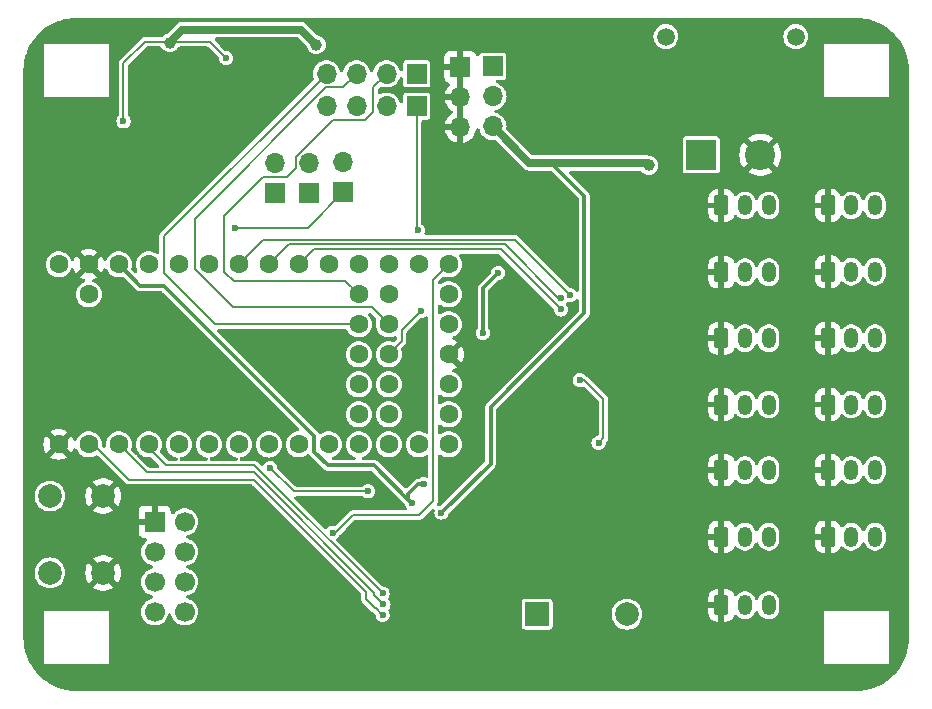
<source format=gbr>
%TF.GenerationSoftware,KiCad,Pcbnew,8.0.8*%
%TF.CreationDate,2025-01-18T14:14:55+07:00*%
%TF.ProjectId,Teensy4.0,5465656e-7379-4342-9e30-2e6b69636164,rev?*%
%TF.SameCoordinates,Original*%
%TF.FileFunction,Copper,L4,Bot*%
%TF.FilePolarity,Positive*%
%FSLAX46Y46*%
G04 Gerber Fmt 4.6, Leading zero omitted, Abs format (unit mm)*
G04 Created by KiCad (PCBNEW 8.0.8) date 2025-01-18 14:14:55*
%MOMM*%
%LPD*%
G01*
G04 APERTURE LIST*
G04 Aperture macros list*
%AMRoundRect*
0 Rectangle with rounded corners*
0 $1 Rounding radius*
0 $2 $3 $4 $5 $6 $7 $8 $9 X,Y pos of 4 corners*
0 Add a 4 corners polygon primitive as box body*
4,1,4,$2,$3,$4,$5,$6,$7,$8,$9,$2,$3,0*
0 Add four circle primitives for the rounded corners*
1,1,$1+$1,$2,$3*
1,1,$1+$1,$4,$5*
1,1,$1+$1,$6,$7*
1,1,$1+$1,$8,$9*
0 Add four rect primitives between the rounded corners*
20,1,$1+$1,$2,$3,$4,$5,0*
20,1,$1+$1,$4,$5,$6,$7,0*
20,1,$1+$1,$6,$7,$8,$9,0*
20,1,$1+$1,$8,$9,$2,$3,0*%
G04 Aperture macros list end*
%TA.AperFunction,ComponentPad*%
%ADD10RoundRect,0.250000X-0.350000X-0.625000X0.350000X-0.625000X0.350000X0.625000X-0.350000X0.625000X0*%
%TD*%
%TA.AperFunction,ComponentPad*%
%ADD11O,1.200000X1.750000*%
%TD*%
%TA.AperFunction,ComponentPad*%
%ADD12R,2.000000X2.000000*%
%TD*%
%TA.AperFunction,ComponentPad*%
%ADD13C,2.000000*%
%TD*%
%TA.AperFunction,ComponentPad*%
%ADD14R,1.700000X1.700000*%
%TD*%
%TA.AperFunction,ComponentPad*%
%ADD15O,1.700000X1.700000*%
%TD*%
%TA.AperFunction,ComponentPad*%
%ADD16C,1.700000*%
%TD*%
%TA.AperFunction,ComponentPad*%
%ADD17C,1.600000*%
%TD*%
%TA.AperFunction,ComponentPad*%
%ADD18C,2.550000*%
%TD*%
%TA.AperFunction,ComponentPad*%
%ADD19R,2.550000X2.550000*%
%TD*%
%TA.AperFunction,ComponentPad*%
%ADD20C,1.508000*%
%TD*%
%TA.AperFunction,ViaPad*%
%ADD21C,1.000000*%
%TD*%
%TA.AperFunction,ViaPad*%
%ADD22C,0.600000*%
%TD*%
%TA.AperFunction,ViaPad*%
%ADD23C,2.000000*%
%TD*%
%TA.AperFunction,Conductor*%
%ADD24C,0.200000*%
%TD*%
%TA.AperFunction,Conductor*%
%ADD25C,0.700000*%
%TD*%
%TA.AperFunction,Conductor*%
%ADD26C,0.300000*%
%TD*%
G04 APERTURE END LIST*
D10*
%TO.P,servo1,1,Pin_1*%
%TO.N,GND*%
X172600000Y-102250000D03*
D11*
%TO.P,servo1,2,Pin_2*%
%TO.N,VCC*%
X174600000Y-102250000D03*
%TO.P,servo1,3,Pin_3*%
%TO.N,Net-(IC2-A2)*%
X176600000Y-102250000D03*
%TD*%
D12*
%TO.P,BZ1,1,+*%
%TO.N,+5V*%
X148000000Y-120000000D03*
D13*
%TO.P,BZ1,2,-*%
%TO.N,Net-(BZ1--)*%
X155600000Y-120000000D03*
%TD*%
D14*
%TO.P,J1,1,Pin_1*%
%TO.N,Net-(J1-Pin_1)*%
X137790000Y-74250000D03*
D15*
%TO.P,J1,2,Pin_2*%
%TO.N,Net-(J1-Pin_2)*%
X135250000Y-74250000D03*
%TO.P,J1,3,Pin_3*%
%TO.N,Net-(J1-Pin_3)*%
X132710000Y-74250000D03*
%TO.P,J1,4,Pin_4*%
%TO.N,Net-(J1-Pin_4)*%
X130170000Y-74250000D03*
%TD*%
D10*
%TO.P,servo13,1,Pin_1*%
%TO.N,GND*%
X172600000Y-96650000D03*
D11*
%TO.P,servo13,2,Pin_2*%
%TO.N,VCC*%
X174600000Y-96650000D03*
%TO.P,servo13,3,Pin_3*%
%TO.N,Net-(IC2-A2)*%
X176600000Y-96650000D03*
%TD*%
D14*
%TO.P,U2,1,GND*%
%TO.N,GND*%
X115610500Y-112175000D03*
D16*
%TO.P,U2,2,VCC*%
%TO.N,+3V3*%
X118150500Y-112175000D03*
%TO.P,U2,3,CE*%
%TO.N,/NRF_CE*%
X115610500Y-114715000D03*
%TO.P,U2,4,~{CSN}*%
%TO.N,/NRF_CSN*%
X118150500Y-114715000D03*
%TO.P,U2,5,SCK*%
%TO.N,/NRF_SCK*%
X115610500Y-117255000D03*
%TO.P,U2,6,MOSI*%
%TO.N,/NRF_MOSI*%
X118150500Y-117255000D03*
%TO.P,U2,7,MISO*%
%TO.N,/NRF_MISO*%
X115610500Y-119795000D03*
%TO.P,U2,8,IRQ*%
%TO.N,unconnected-(U2-IRQ-Pad8)*%
X118150500Y-119795000D03*
%TD*%
D10*
%TO.P,servo11,1,Pin_1*%
%TO.N,GND*%
X172600000Y-85400000D03*
D11*
%TO.P,servo11,2,Pin_2*%
%TO.N,VCC*%
X174600000Y-85400000D03*
%TO.P,servo11,3,Pin_3*%
%TO.N,Net-(IC2-A2)*%
X176600000Y-85400000D03*
%TD*%
D10*
%TO.P,servo5,1,Pin_1*%
%TO.N,GND*%
X163600000Y-107800000D03*
D11*
%TO.P,servo5,2,Pin_2*%
%TO.N,VCC*%
X165600000Y-107800000D03*
%TO.P,servo5,3,Pin_3*%
%TO.N,Net-(IC2-A2)*%
X167600000Y-107800000D03*
%TD*%
D10*
%TO.P,servo4,1,Pin_1*%
%TO.N,GND*%
X163600000Y-119250000D03*
D11*
%TO.P,servo4,2,Pin_2*%
%TO.N,VCC*%
X165600000Y-119250000D03*
%TO.P,servo4,3,Pin_3*%
%TO.N,Net-(IC2-A2)*%
X167600000Y-119250000D03*
%TD*%
D14*
%TO.P,5V,1,Pin_1*%
%TO.N,+5V*%
X144250000Y-73630000D03*
D15*
%TO.P,5V,2,Pin_2*%
X144250000Y-76170000D03*
%TO.P,5V,3,Pin_3*%
X144250000Y-78710000D03*
%TD*%
D10*
%TO.P,servo2,1,Pin_1*%
%TO.N,GND*%
X163600000Y-113450000D03*
D11*
%TO.P,servo2,2,Pin_2*%
%TO.N,VCC*%
X165600000Y-113450000D03*
%TO.P,servo2,3,Pin_3*%
%TO.N,Net-(IC2-A2)*%
X167600000Y-113450000D03*
%TD*%
D14*
%TO.P,S4,1,Pin_1*%
%TO.N,/serial_rx4*%
X125800000Y-84300000D03*
D15*
%TO.P,S4,2,Pin_2*%
%TO.N,/serial_tx4*%
X125800000Y-81760000D03*
%TD*%
D10*
%TO.P,servo10,1,Pin_1*%
%TO.N,GND*%
X163600000Y-102250000D03*
D11*
%TO.P,servo10,2,Pin_2*%
%TO.N,VCC*%
X165600000Y-102250000D03*
%TO.P,servo10,3,Pin_3*%
%TO.N,Net-(IC2-A2)*%
X167600000Y-102250000D03*
%TD*%
D14*
%TO.P,S2,1,Pin_1*%
%TO.N,/serial_rx2*%
X131600000Y-84275000D03*
D15*
%TO.P,S2,2,Pin_2*%
%TO.N,/serial_tx2*%
X131600000Y-81735000D03*
%TD*%
D17*
%TO.P,U1,1,GND*%
%TO.N,GND*%
X107490000Y-105620000D03*
%TO.P,U1,2,0_RX1_CRX2_CS1*%
%TO.N,/servo_rx*%
X110030000Y-105620000D03*
%TO.P,U1,3,1_TX1_CTX2_MISO1*%
%TO.N,/servo_tx*%
X112570000Y-105620000D03*
%TO.P,U1,4,2_OUT2*%
%TO.N,/servo_dir*%
X115110000Y-105620000D03*
%TO.P,U1,5,3_LRCLK2*%
%TO.N,/button*%
X117650000Y-105620000D03*
%TO.P,U1,6,4_BCLK2*%
%TO.N,/buzzer*%
X120190000Y-105620000D03*
%TO.P,U1,7,5_IN2*%
%TO.N,unconnected-(U1-5_IN2-Pad7)*%
X122730000Y-105620000D03*
%TO.P,U1,8,6_OUT1D*%
%TO.N,unconnected-(U1-6_OUT1D-Pad8)*%
X125270000Y-105620000D03*
%TO.P,U1,9,7_RX2_OUT1A*%
%TO.N,/serial_rx2*%
X127810000Y-105620000D03*
%TO.P,U1,10,8_TX2_IN1*%
%TO.N,/serial_tx2*%
X130350000Y-105620000D03*
%TO.P,U1,11,9_OUT1C*%
%TO.N,/NRF_CE*%
X132890000Y-105620000D03*
%TO.P,U1,12,10_CS_MQSR*%
%TO.N,/NRF_CSN*%
X135430000Y-105620000D03*
%TO.P,U1,13,11_MOSI_CTX1*%
%TO.N,/NRF_MOSI*%
X137970000Y-105620000D03*
%TO.P,U1,14,12_MISO_MQSL*%
%TO.N,/NRF_MISO*%
X140510000Y-105620000D03*
%TO.P,U1,15,VBAT*%
%TO.N,unconnected-(U1-VBAT-Pad15)*%
X140510000Y-103080000D03*
%TO.P,U1,16,3V3*%
%TO.N,unconnected-(U1-3V3-Pad16)*%
X140510000Y-100540000D03*
%TO.P,U1,17,GND*%
%TO.N,GND*%
X140510000Y-98000000D03*
%TO.P,U1,18,PROGRAM*%
%TO.N,unconnected-(U1-PROGRAM-Pad18)*%
X140510000Y-95460000D03*
%TO.P,U1,19,ON_OFF*%
%TO.N,unconnected-(U1-ON_OFF-Pad19)*%
X140510000Y-92920000D03*
%TO.P,U1,20,13_SCK_CRX1_LED*%
%TO.N,/NRF_SCK*%
X140510000Y-90380000D03*
%TO.P,U1,21,14_A0_TX3_SPDIF_OUT*%
%TO.N,/serial_tx3*%
X137970000Y-90380000D03*
%TO.P,U1,22,15_A1_RX3_SPDIF_IN*%
%TO.N,/serial_rx3*%
X135430000Y-90380000D03*
%TO.P,U1,23,16_A2_RX4_SCL1*%
%TO.N,/serial_rx4*%
X132890000Y-90380000D03*
%TO.P,U1,24,17_A3_TX4_SDA1*%
%TO.N,/serial_tx4*%
X130350000Y-90380000D03*
%TO.P,U1,25,18_A4_SDA0*%
%TO.N,/SDA*%
X127810000Y-90380000D03*
%TO.P,U1,26,19_A5_SCL0*%
%TO.N,/SCL*%
X125270000Y-90380000D03*
%TO.P,U1,27,20_A6_TX5_LRCLK1*%
%TO.N,/ICM_INT*%
X122730000Y-90380000D03*
%TO.P,U1,28,21_A7_RX5_BCLK1*%
%TO.N,unconnected-(U1-21_A7_RX5_BCLK1-Pad28)*%
X120190000Y-90380000D03*
%TO.P,U1,29,22_A8_CTX1*%
%TO.N,unconnected-(U1-22_A8_CTX1-Pad29)*%
X117650000Y-90380000D03*
%TO.P,U1,30,23_A9_CRX1_MCLK1*%
%TO.N,unconnected-(U1-23_A9_CRX1_MCLK1-Pad30)*%
X115110000Y-90380000D03*
%TO.P,U1,31,3V3*%
%TO.N,+3V3*%
X112570000Y-90380000D03*
%TO.P,U1,32,GND*%
%TO.N,GND*%
X110030000Y-90380000D03*
%TO.P,U1,33,VIN*%
%TO.N,+5V*%
X107490000Y-90380000D03*
%TO.P,U1,34,VUSB*%
%TO.N,unconnected-(U1-VUSB-Pad34)*%
X110030000Y-92920000D03*
%TO.P,U1,35,24_A10_TX6_SCL2*%
%TO.N,Net-(J1-Pin_1)*%
X135430000Y-92920000D03*
%TO.P,U1,36,25_A11_RX6_SDA2*%
%TO.N,Net-(J1-Pin_2)*%
X132890000Y-92920000D03*
%TO.P,U1,37,26_A12_MOSI1*%
%TO.N,Net-(J1-Pin_3)*%
X135430000Y-95460000D03*
%TO.P,U1,38,27_A13_SCK1*%
%TO.N,Net-(J1-Pin_4)*%
X132890000Y-95460000D03*
%TO.P,U1,39,28_RX7*%
%TO.N,Net-(J2-Pin_1)*%
X135430000Y-98000000D03*
%TO.P,U1,40,29_TX7*%
%TO.N,Net-(J2-Pin_2)*%
X132890000Y-98000000D03*
%TO.P,U1,41,30_CRX3*%
%TO.N,Net-(J2-Pin_3)*%
X135430000Y-100540000D03*
%TO.P,U1,42,31_CTX3*%
%TO.N,Net-(J2-Pin_4)*%
X132890000Y-100540000D03*
%TO.P,U1,43,32_OUT1B*%
%TO.N,unconnected-(U1-32_OUT1B-Pad43)*%
X135430000Y-103080000D03*
%TO.P,U1,44,33_MCLK2*%
%TO.N,unconnected-(U1-33_MCLK2-Pad44)*%
X132890000Y-103080000D03*
%TD*%
D10*
%TO.P,servo3,1,Pin_1*%
%TO.N,GND*%
X163600000Y-96650000D03*
D11*
%TO.P,servo3,2,Pin_2*%
%TO.N,VCC*%
X165600000Y-96650000D03*
%TO.P,servo3,3,Pin_3*%
%TO.N,Net-(IC2-A2)*%
X167600000Y-96650000D03*
%TD*%
D10*
%TO.P,servo9,1,Pin_1*%
%TO.N,GND*%
X172600000Y-91000000D03*
D11*
%TO.P,servo9,2,Pin_2*%
%TO.N,VCC*%
X174600000Y-91000000D03*
%TO.P,servo9,3,Pin_3*%
%TO.N,Net-(IC2-A2)*%
X176600000Y-91000000D03*
%TD*%
D13*
%TO.P,button1,1,1*%
%TO.N,/button*%
X106750000Y-116500000D03*
X106750000Y-110000000D03*
%TO.P,button1,2,2*%
%TO.N,GND*%
X111250000Y-116500000D03*
X111250000Y-110000000D03*
%TD*%
D14*
%TO.P,J2,1,Pin_1*%
%TO.N,Net-(J2-Pin_1)*%
X137790000Y-77000000D03*
D15*
%TO.P,J2,2,Pin_2*%
%TO.N,Net-(J2-Pin_2)*%
X135250000Y-77000000D03*
%TO.P,J2,3,Pin_3*%
%TO.N,Net-(J2-Pin_3)*%
X132710000Y-77000000D03*
%TO.P,J2,4,Pin_4*%
%TO.N,Net-(J2-Pin_4)*%
X130170000Y-77000000D03*
%TD*%
D14*
%TO.P,S3,1,Pin_1*%
%TO.N,/serial_rx3*%
X128700000Y-84300000D03*
D15*
%TO.P,S3,2,Pin_2*%
%TO.N,/serial_tx3*%
X128700000Y-81760000D03*
%TD*%
D18*
%TO.P,Main Power,N,N*%
%TO.N,GND*%
X166900000Y-81105750D03*
D19*
%TO.P,Main Power,P,P*%
%TO.N,VCC*%
X161900000Y-81105750D03*
D20*
%TO.P,Main Power,S1*%
%TO.N,N/C*%
X169900000Y-71105750D03*
%TO.P,Main Power,S2*%
X158900000Y-71105750D03*
%TD*%
D10*
%TO.P,servo12,1,Pin_1*%
%TO.N,GND*%
X163600000Y-91050000D03*
D11*
%TO.P,servo12,2,Pin_2*%
%TO.N,VCC*%
X165600000Y-91050000D03*
%TO.P,servo12,3,Pin_3*%
%TO.N,Net-(IC2-A2)*%
X167600000Y-91050000D03*
%TD*%
D10*
%TO.P,servo8,1,Pin_1*%
%TO.N,GND*%
X172600000Y-113450000D03*
D11*
%TO.P,servo8,2,Pin_2*%
%TO.N,VCC*%
X174600000Y-113450000D03*
%TO.P,servo8,3,Pin_3*%
%TO.N,Net-(IC2-A2)*%
X176600000Y-113450000D03*
%TD*%
D10*
%TO.P,servo6,1,Pin_1*%
%TO.N,GND*%
X163600000Y-85400000D03*
D11*
%TO.P,servo6,2,Pin_2*%
%TO.N,VCC*%
X165600000Y-85400000D03*
%TO.P,servo6,3,Pin_3*%
%TO.N,Net-(IC2-A2)*%
X167600000Y-85400000D03*
%TD*%
D10*
%TO.P,servo7,1,Pin_1*%
%TO.N,GND*%
X172600000Y-107800000D03*
D11*
%TO.P,servo7,2,Pin_2*%
%TO.N,VCC*%
X174600000Y-107800000D03*
%TO.P,servo7,3,Pin_3*%
%TO.N,Net-(IC2-A2)*%
X176600000Y-107800000D03*
%TD*%
D14*
%TO.P,GND,1,Pin_1*%
%TO.N,GND*%
X141500000Y-73670000D03*
D15*
%TO.P,GND,2,Pin_2*%
X141500000Y-76210000D03*
%TO.P,GND,3,Pin_3*%
X141500000Y-78750000D03*
%TD*%
D21*
%TO.N,+5V*%
X157461715Y-82005718D03*
X129300000Y-71800000D03*
D22*
X139900000Y-111400000D03*
X121673718Y-72925002D03*
D21*
X116900000Y-71625002D03*
D22*
X112973718Y-78273718D03*
D21*
%TO.N,GND*%
X171750000Y-70500000D03*
D22*
X148800000Y-94200000D03*
X142500000Y-83500000D03*
D21*
X120586890Y-75413110D03*
X116900000Y-81900000D03*
X138587499Y-119031000D03*
X149000000Y-88500000D03*
D22*
X154900000Y-112100000D03*
D21*
X151178000Y-97422000D03*
X121800000Y-103100000D03*
X128400000Y-108200000D03*
X112500000Y-71000000D03*
X109000000Y-113300000D03*
X158800000Y-91400000D03*
X136500000Y-124000000D03*
X128300000Y-120700000D03*
X167300000Y-125100000D03*
X106500000Y-78000000D03*
X115500000Y-85000000D03*
X175100000Y-80800000D03*
X121700000Y-110000000D03*
D22*
X134400000Y-113000000D03*
D23*
X154800000Y-79900000D03*
D21*
X149000000Y-84000000D03*
D22*
X135600500Y-120762000D03*
D21*
X115500000Y-93900000D03*
X146100000Y-106700000D03*
X128900000Y-102300000D03*
X111250000Y-125500000D03*
X159900000Y-105300000D03*
X178250000Y-77750000D03*
D22*
X158000000Y-101500000D03*
X120373718Y-80725002D03*
X138600000Y-117200000D03*
X142800000Y-115200000D03*
X122073718Y-80725002D03*
D21*
X151900000Y-119000000D03*
X105250000Y-119000000D03*
X150500000Y-91000000D03*
X155900000Y-70800000D03*
X147500000Y-111500000D03*
X147900000Y-73500000D03*
X107700000Y-95100000D03*
X124300000Y-76100000D03*
X178500000Y-118000000D03*
X164400000Y-72900000D03*
X159000000Y-123000000D03*
X116500000Y-124300000D03*
X118200000Y-78700000D03*
X122500000Y-72000000D03*
X159000000Y-116200000D03*
D22*
%TO.N,+3V3*%
X138400000Y-109000000D03*
X137400000Y-110600000D03*
%TO.N,+1V8*%
X143400000Y-96200000D03*
X144700000Y-91100000D03*
%TO.N,Net-(J2-Pin_1)*%
X137900000Y-87500000D03*
X138200000Y-94300000D03*
%TO.N,/SDA*%
X150000000Y-94200000D03*
%TO.N,/SCL*%
X150000000Y-93200000D03*
%TO.N,/buzzer*%
X133700000Y-109600000D03*
X125400000Y-107600000D03*
%TO.N,/serial_rx2*%
X122400000Y-87300000D03*
%TO.N,/servo_tx*%
X134981250Y-119181250D03*
%TO.N,/NRF_SCK*%
X130700000Y-113100000D03*
%TO.N,/servo_dir*%
X134912500Y-118250000D03*
%TO.N,/servo_rx*%
X134912500Y-120050000D03*
%TO.N,/ICM_INT*%
X150800000Y-93000000D03*
%TO.N,/INT_1V8*%
X153200000Y-105500000D03*
X151600000Y-100200000D03*
%TD*%
D24*
%TO.N,+5V*%
X112973718Y-78273718D02*
X112973718Y-73325002D01*
D25*
X157461715Y-82005718D02*
X157255997Y-81800000D01*
X157255997Y-81800000D02*
X149200000Y-81800000D01*
X129300000Y-71800000D02*
X128000000Y-70500000D01*
D26*
X144050000Y-102450000D02*
X152000000Y-94500000D01*
D24*
X112973718Y-73325002D02*
X114773718Y-71525002D01*
D25*
X149200000Y-81800000D02*
X147340000Y-81800000D01*
D24*
X114773718Y-71525002D02*
X116900000Y-71525002D01*
D25*
X147340000Y-81800000D02*
X144250000Y-78710000D01*
D24*
X121673718Y-72925002D02*
X120273718Y-71525002D01*
D25*
X117925002Y-70500000D02*
X116900000Y-71525002D01*
D26*
X152000000Y-94500000D02*
X152000000Y-84600000D01*
X144050000Y-107250000D02*
X144050000Y-102450000D01*
D24*
X120273718Y-71525002D02*
X116900000Y-71525002D01*
D25*
X128000000Y-70500000D02*
X117925002Y-70500000D01*
D26*
X139900000Y-111400000D02*
X144050000Y-107250000D01*
X152000000Y-84600000D02*
X149200000Y-81800000D01*
%TO.N,+3V3*%
X137400000Y-110600000D02*
X137100000Y-110300000D01*
X116400000Y-92200000D02*
X114390000Y-92200000D01*
X114390000Y-92200000D02*
X112570000Y-90380000D01*
X134200000Y-107400000D02*
X130263654Y-107400000D01*
X129100000Y-106236346D02*
X129100000Y-104900000D01*
X130263654Y-107400000D02*
X129100000Y-106236346D01*
X137900000Y-109000000D02*
X137100000Y-109800000D01*
X137100000Y-109800000D02*
X137100000Y-110300000D01*
X138400000Y-109000000D02*
X137900000Y-109000000D01*
X129100000Y-104900000D02*
X116400000Y-92200000D01*
X137100000Y-110300000D02*
X134200000Y-107400000D01*
%TO.N,+1V8*%
X143400000Y-96200000D02*
X143400000Y-92400000D01*
X143400000Y-92400000D02*
X144700000Y-91100000D01*
D24*
%TO.N,Net-(J1-Pin_4)*%
X132890000Y-95460000D02*
X120760000Y-95460000D01*
X120760000Y-95460000D02*
X116400000Y-91100000D01*
X116400000Y-88020000D02*
X130170000Y-74250000D01*
X116400000Y-91100000D02*
X116400000Y-88020000D01*
%TO.N,Net-(J1-Pin_2)*%
X121500000Y-86300000D02*
X124800000Y-83000000D01*
X134100000Y-75400000D02*
X135250000Y-74250000D01*
X133426346Y-78150000D02*
X134100000Y-77476346D01*
X131770000Y-91800000D02*
X122300000Y-91800000D01*
X126786346Y-83000000D02*
X127550000Y-82236346D01*
X122300000Y-91800000D02*
X121500000Y-91000000D01*
X127550000Y-81283654D02*
X130683654Y-78150000D01*
X134100000Y-77476346D02*
X134100000Y-75400000D01*
X121500000Y-91000000D02*
X121500000Y-86300000D01*
X124800000Y-83000000D02*
X126786346Y-83000000D01*
X130683654Y-78150000D02*
X133426346Y-78150000D01*
X132890000Y-92920000D02*
X131770000Y-91800000D01*
X127550000Y-82236346D02*
X127550000Y-81283654D01*
%TO.N,Net-(J1-Pin_3)*%
X119000000Y-86543654D02*
X130143654Y-75400000D01*
X130143654Y-75400000D02*
X131560000Y-75400000D01*
X122274365Y-94020000D02*
X119000000Y-90745635D01*
X133990000Y-94020000D02*
X122274365Y-94020000D01*
X119000000Y-90745635D02*
X119000000Y-86543654D01*
X135430000Y-95460000D02*
X133990000Y-94020000D01*
X131560000Y-75400000D02*
X132710000Y-74250000D01*
%TO.N,Net-(J2-Pin_1)*%
X135430000Y-98000000D02*
X136530000Y-96900000D01*
X136530000Y-96900000D02*
X136530000Y-95970000D01*
X136530000Y-95970000D02*
X138200000Y-94300000D01*
X137790000Y-87390000D02*
X137790000Y-77000000D01*
X137900000Y-87500000D02*
X137790000Y-87390000D01*
%TO.N,/SDA*%
X127810000Y-90380000D02*
X129090000Y-89100000D01*
X129090000Y-89100000D02*
X144900000Y-89100000D01*
X144900000Y-89100000D02*
X150000000Y-94200000D01*
%TO.N,/SCL*%
X150000000Y-93200000D02*
X149800000Y-93200000D01*
X145300000Y-88700000D02*
X126950000Y-88700000D01*
X126950000Y-88700000D02*
X125270000Y-90380000D01*
X149800000Y-93200000D02*
X145300000Y-88700000D01*
%TO.N,/buzzer*%
X133700000Y-109600000D02*
X127400000Y-109600000D01*
X127400000Y-109600000D02*
X125400000Y-107600000D01*
%TO.N,/serial_rx2*%
X128575000Y-87300000D02*
X131600000Y-84275000D01*
X122400000Y-87300000D02*
X128575000Y-87300000D01*
%TO.N,/servo_tx*%
X134981250Y-119181250D02*
X134200000Y-118400000D01*
X124000000Y-108000000D02*
X114950000Y-108000000D01*
X114950000Y-108000000D02*
X112570000Y-105620000D01*
X134200000Y-118400000D02*
X134200000Y-118200000D01*
X134200000Y-118200000D02*
X124000000Y-108000000D01*
%TO.N,/NRF_SCK*%
X130900000Y-113100000D02*
X132400000Y-111600000D01*
X138000000Y-111600000D02*
X139200000Y-110400000D01*
X139200000Y-110400000D02*
X139200000Y-91690000D01*
X139200000Y-91690000D02*
X140510000Y-90380000D01*
X132400000Y-111600000D02*
X138000000Y-111600000D01*
X130700000Y-113100000D02*
X130900000Y-113100000D01*
%TO.N,/servo_dir*%
X115110000Y-105620000D02*
X115110000Y-105910000D01*
X115110000Y-105910000D02*
X116600000Y-107400000D01*
X124062500Y-107400000D02*
X134912500Y-118250000D01*
X116600000Y-107400000D02*
X124062500Y-107400000D01*
%TO.N,/servo_rx*%
X110030000Y-105620000D02*
X110420000Y-105620000D01*
X124000000Y-108600000D02*
X133512500Y-118112500D01*
X134863971Y-120050000D02*
X134912500Y-120050000D01*
X133512500Y-118712500D02*
X134298529Y-119498529D01*
X113400000Y-108600000D02*
X124000000Y-108600000D01*
X110420000Y-105620000D02*
X113400000Y-108600000D01*
X134312500Y-119498529D02*
X134863971Y-120050000D01*
X133512500Y-118112500D02*
X133512500Y-118712500D01*
%TO.N,/ICM_INT*%
X150800000Y-93000000D02*
X146100000Y-88300000D01*
X146100000Y-88300000D02*
X124810000Y-88300000D01*
X124810000Y-88300000D02*
X122730000Y-90380000D01*
%TO.N,/INT_1V8*%
X153200000Y-105500000D02*
X153600000Y-105100000D01*
X153600000Y-101802000D02*
X151998000Y-100200000D01*
X151998000Y-100200000D02*
X151600000Y-100200000D01*
X153600000Y-105100000D02*
X153600000Y-101802000D01*
%TD*%
%TA.AperFunction,Conductor*%
%TO.N,GND*%
G36*
X144746889Y-89520462D02*
G01*
X144777748Y-89544141D01*
X149352596Y-94118989D01*
X149391160Y-94185784D01*
X149394962Y-94204899D01*
X149414954Y-94356758D01*
X149475463Y-94502840D01*
X149535856Y-94581545D01*
X149571718Y-94628282D01*
X149697159Y-94724536D01*
X149843238Y-94785044D01*
X149843241Y-94785044D01*
X149843243Y-94785045D01*
X149843240Y-94785045D01*
X149999997Y-94805682D01*
X150000000Y-94805682D01*
X150000003Y-94805682D01*
X150156757Y-94785045D01*
X150156758Y-94785044D01*
X150156762Y-94785044D01*
X150302841Y-94724536D01*
X150428282Y-94628282D01*
X150524536Y-94502841D01*
X150585044Y-94356762D01*
X150587188Y-94340481D01*
X150605682Y-94200002D01*
X150605682Y-94199997D01*
X150585045Y-94043242D01*
X150585044Y-94043240D01*
X150585044Y-94043238D01*
X150524536Y-93897159D01*
X150456666Y-93808708D01*
X150427151Y-93737450D01*
X150437218Y-93660982D01*
X150484171Y-93599793D01*
X150555429Y-93570278D01*
X150631892Y-93580344D01*
X150643238Y-93585044D01*
X150643240Y-93585044D01*
X150643242Y-93585045D01*
X150799997Y-93605682D01*
X150800000Y-93605682D01*
X150800003Y-93605682D01*
X150956757Y-93585045D01*
X150956758Y-93585044D01*
X150956762Y-93585044D01*
X151102841Y-93524536D01*
X151228282Y-93428282D01*
X151282290Y-93357896D01*
X151343480Y-93310944D01*
X151419948Y-93300877D01*
X151491205Y-93330392D01*
X151538158Y-93391582D01*
X151549500Y-93448602D01*
X151549500Y-94251678D01*
X151529538Y-94326178D01*
X151505859Y-94357037D01*
X143689509Y-102173388D01*
X143689508Y-102173389D01*
X143630201Y-102276111D01*
X143630202Y-102276111D01*
X143630201Y-102276115D01*
X143599500Y-102390689D01*
X143599500Y-107001678D01*
X143579538Y-107076178D01*
X143555859Y-107107037D01*
X139899578Y-110763317D01*
X139832783Y-110801881D01*
X139813669Y-110805683D01*
X139743236Y-110814956D01*
X139743232Y-110814957D01*
X139727713Y-110821385D01*
X139651244Y-110831449D01*
X139579989Y-110801931D01*
X139533039Y-110740739D01*
X139522975Y-110664270D01*
X139541661Y-110609225D01*
X139573207Y-110554588D01*
X139600500Y-110452727D01*
X139600500Y-110347273D01*
X139600500Y-106617361D01*
X139620462Y-106542861D01*
X139675000Y-106488323D01*
X139749500Y-106468361D01*
X139824000Y-106488323D01*
X139839296Y-106498459D01*
X139843955Y-106501977D01*
X139843959Y-106501981D01*
X139843962Y-106501983D01*
X139843965Y-106501985D01*
X140017356Y-106609344D01*
X140017367Y-106609350D01*
X140133332Y-106654274D01*
X140207544Y-106683024D01*
X140408024Y-106720500D01*
X140408027Y-106720500D01*
X140611973Y-106720500D01*
X140611976Y-106720500D01*
X140812456Y-106683024D01*
X141002637Y-106609348D01*
X141176041Y-106501981D01*
X141326764Y-106364579D01*
X141449673Y-106201821D01*
X141540582Y-106019250D01*
X141596397Y-105823083D01*
X141606851Y-105710259D01*
X141615215Y-105620004D01*
X141615215Y-105619995D01*
X141600878Y-105465281D01*
X141596397Y-105416917D01*
X141540582Y-105220750D01*
X141449673Y-105038179D01*
X141326764Y-104875421D01*
X141176041Y-104738019D01*
X141176036Y-104738015D01*
X141002643Y-104630655D01*
X141002632Y-104630649D01*
X140812462Y-104556978D01*
X140812458Y-104556977D01*
X140812456Y-104556976D01*
X140772360Y-104549480D01*
X140611980Y-104519500D01*
X140611976Y-104519500D01*
X140408024Y-104519500D01*
X140408019Y-104519500D01*
X140207544Y-104556976D01*
X140207537Y-104556978D01*
X140017367Y-104630649D01*
X140017356Y-104630655D01*
X139843959Y-104738018D01*
X139839289Y-104741545D01*
X139767806Y-104770509D01*
X139691418Y-104759851D01*
X139630593Y-104712427D01*
X139601629Y-104640944D01*
X139600500Y-104622638D01*
X139600500Y-104077361D01*
X139620462Y-104002861D01*
X139675000Y-103948323D01*
X139749500Y-103928361D01*
X139824000Y-103948323D01*
X139839296Y-103958459D01*
X139843955Y-103961977D01*
X139843959Y-103961981D01*
X139843962Y-103961983D01*
X139843965Y-103961985D01*
X140017356Y-104069344D01*
X140017367Y-104069350D01*
X140133332Y-104114274D01*
X140207544Y-104143024D01*
X140408024Y-104180500D01*
X140408027Y-104180500D01*
X140611973Y-104180500D01*
X140611976Y-104180500D01*
X140812456Y-104143024D01*
X141002637Y-104069348D01*
X141176041Y-103961981D01*
X141326764Y-103824579D01*
X141449673Y-103661821D01*
X141540582Y-103479250D01*
X141596397Y-103283083D01*
X141613452Y-103099031D01*
X141615215Y-103080004D01*
X141615215Y-103079995D01*
X141596397Y-102876921D01*
X141596397Y-102876917D01*
X141540582Y-102680750D01*
X141449673Y-102498179D01*
X141436137Y-102480255D01*
X141368500Y-102390689D01*
X141326764Y-102335421D01*
X141176041Y-102198019D01*
X141176036Y-102198015D01*
X141002643Y-102090655D01*
X141002632Y-102090649D01*
X140812462Y-102016978D01*
X140812458Y-102016977D01*
X140812456Y-102016976D01*
X140772360Y-102009480D01*
X140611980Y-101979500D01*
X140611976Y-101979500D01*
X140408024Y-101979500D01*
X140408019Y-101979500D01*
X140207544Y-102016976D01*
X140207537Y-102016978D01*
X140017367Y-102090649D01*
X140017356Y-102090655D01*
X139843959Y-102198018D01*
X139839289Y-102201545D01*
X139767806Y-102230509D01*
X139691418Y-102219851D01*
X139630593Y-102172427D01*
X139601629Y-102100944D01*
X139600500Y-102082638D01*
X139600500Y-101537361D01*
X139620462Y-101462861D01*
X139675000Y-101408323D01*
X139749500Y-101388361D01*
X139824000Y-101408323D01*
X139839296Y-101418459D01*
X139843955Y-101421977D01*
X139843959Y-101421981D01*
X139843962Y-101421983D01*
X139843965Y-101421985D01*
X140017356Y-101529344D01*
X140017367Y-101529350D01*
X140133332Y-101574274D01*
X140207544Y-101603024D01*
X140408024Y-101640500D01*
X140408027Y-101640500D01*
X140611973Y-101640500D01*
X140611976Y-101640500D01*
X140812456Y-101603024D01*
X141002637Y-101529348D01*
X141176041Y-101421981D01*
X141326764Y-101284579D01*
X141449673Y-101121821D01*
X141540582Y-100939250D01*
X141596397Y-100743083D01*
X141615215Y-100540000D01*
X141596397Y-100336917D01*
X141540582Y-100140750D01*
X141449673Y-99958179D01*
X141326764Y-99795421D01*
X141176041Y-99658019D01*
X141176036Y-99658015D01*
X141002643Y-99550655D01*
X141002631Y-99550649D01*
X140914100Y-99516352D01*
X140851842Y-99470825D01*
X140820688Y-99400269D01*
X140828987Y-99323589D01*
X140874514Y-99261331D01*
X140929364Y-99233490D01*
X140956326Y-99226266D01*
X141162478Y-99130136D01*
X141162484Y-99130132D01*
X141235471Y-99079024D01*
X140680234Y-98523787D01*
X140722292Y-98512518D01*
X140847708Y-98440110D01*
X140950110Y-98337708D01*
X141022518Y-98212292D01*
X141033787Y-98170234D01*
X141589024Y-98725471D01*
X141640132Y-98652484D01*
X141640136Y-98652478D01*
X141736266Y-98446325D01*
X141736267Y-98446323D01*
X141795140Y-98226606D01*
X141814965Y-98000000D01*
X141795140Y-97773393D01*
X141736267Y-97553676D01*
X141736266Y-97553674D01*
X141640132Y-97347515D01*
X141640129Y-97347509D01*
X141589025Y-97274526D01*
X141033787Y-97829764D01*
X141022518Y-97787708D01*
X140950110Y-97662292D01*
X140847708Y-97559890D01*
X140722292Y-97487482D01*
X140680232Y-97476211D01*
X141235471Y-96920973D01*
X141162492Y-96869872D01*
X141162483Y-96869866D01*
X140956325Y-96773733D01*
X140929360Y-96766508D01*
X140862565Y-96727943D01*
X140824002Y-96661148D01*
X140824002Y-96584020D01*
X140862567Y-96517225D01*
X140914098Y-96483647D01*
X141002637Y-96449348D01*
X141176041Y-96341981D01*
X141326764Y-96204579D01*
X141330224Y-96199997D01*
X142794318Y-96199997D01*
X142794318Y-96200002D01*
X142814954Y-96356757D01*
X142875463Y-96502840D01*
X142949809Y-96599729D01*
X142971718Y-96628282D01*
X143097159Y-96724536D01*
X143243238Y-96785044D01*
X143243241Y-96785044D01*
X143243243Y-96785045D01*
X143243240Y-96785045D01*
X143399997Y-96805682D01*
X143400000Y-96805682D01*
X143400003Y-96805682D01*
X143556757Y-96785045D01*
X143556758Y-96785044D01*
X143556762Y-96785044D01*
X143702841Y-96724536D01*
X143828282Y-96628282D01*
X143924536Y-96502841D01*
X143985044Y-96356762D01*
X143986990Y-96341985D01*
X144005682Y-96200002D01*
X144005682Y-96199997D01*
X143985045Y-96043242D01*
X143985044Y-96043240D01*
X143985044Y-96043238D01*
X143924536Y-95897159D01*
X143905463Y-95872302D01*
X143881290Y-95840799D01*
X143851775Y-95769541D01*
X143850500Y-95750094D01*
X143850500Y-92648321D01*
X143870462Y-92573821D01*
X143894141Y-92542962D01*
X144296210Y-92140893D01*
X144700422Y-91736680D01*
X144767215Y-91698118D01*
X144786318Y-91694317D01*
X144856762Y-91685044D01*
X145002841Y-91624536D01*
X145128282Y-91528282D01*
X145224536Y-91402841D01*
X145285044Y-91256762D01*
X145285331Y-91254588D01*
X145305682Y-91100002D01*
X145305682Y-91099997D01*
X145285045Y-90943242D01*
X145285044Y-90943240D01*
X145285044Y-90943238D01*
X145224536Y-90797159D01*
X145128282Y-90671718D01*
X145027603Y-90594464D01*
X145002840Y-90575463D01*
X144911055Y-90537445D01*
X144856762Y-90514956D01*
X144856760Y-90514955D01*
X144856756Y-90514954D01*
X144856759Y-90514954D01*
X144700003Y-90494318D01*
X144699997Y-90494318D01*
X144543242Y-90514954D01*
X144397159Y-90575463D01*
X144271718Y-90671717D01*
X144271717Y-90671718D01*
X144175463Y-90797159D01*
X144114956Y-90943237D01*
X144105683Y-91013668D01*
X144076166Y-91084925D01*
X144063317Y-91099577D01*
X143039509Y-92123388D01*
X143039508Y-92123389D01*
X142980201Y-92226111D01*
X142980202Y-92226111D01*
X142980201Y-92226115D01*
X142949500Y-92340689D01*
X142949500Y-95750094D01*
X142929538Y-95824594D01*
X142918710Y-95840799D01*
X142875463Y-95897159D01*
X142814954Y-96043242D01*
X142794318Y-96199997D01*
X141330224Y-96199997D01*
X141449673Y-96041821D01*
X141540582Y-95859250D01*
X141596397Y-95663083D01*
X141610665Y-95509105D01*
X141615215Y-95460004D01*
X141615215Y-95459995D01*
X141599045Y-95285492D01*
X141596397Y-95256917D01*
X141540582Y-95060750D01*
X141449673Y-94878179D01*
X141326764Y-94715421D01*
X141176041Y-94578019D01*
X141176036Y-94578015D01*
X141002643Y-94470655D01*
X141002632Y-94470649D01*
X140812462Y-94396978D01*
X140812458Y-94396977D01*
X140812456Y-94396976D01*
X140772360Y-94389480D01*
X140611980Y-94359500D01*
X140611976Y-94359500D01*
X140408024Y-94359500D01*
X140408019Y-94359500D01*
X140207544Y-94396976D01*
X140207537Y-94396978D01*
X140017367Y-94470649D01*
X140017356Y-94470655D01*
X139843959Y-94578018D01*
X139839289Y-94581545D01*
X139767806Y-94610509D01*
X139691418Y-94599851D01*
X139630593Y-94552427D01*
X139601629Y-94480944D01*
X139600500Y-94462638D01*
X139600500Y-93917361D01*
X139620462Y-93842861D01*
X139675000Y-93788323D01*
X139749500Y-93768361D01*
X139824000Y-93788323D01*
X139839296Y-93798459D01*
X139843955Y-93801977D01*
X139843959Y-93801981D01*
X139843962Y-93801983D01*
X139843965Y-93801985D01*
X140017356Y-93909344D01*
X140017367Y-93909350D01*
X140133332Y-93954274D01*
X140207544Y-93983024D01*
X140408024Y-94020500D01*
X140408027Y-94020500D01*
X140611973Y-94020500D01*
X140611976Y-94020500D01*
X140812456Y-93983024D01*
X141002637Y-93909348D01*
X141176041Y-93801981D01*
X141326764Y-93664579D01*
X141449673Y-93501821D01*
X141540582Y-93319250D01*
X141596397Y-93123083D01*
X141615215Y-92920000D01*
X141596397Y-92716917D01*
X141540582Y-92520750D01*
X141449673Y-92338179D01*
X141326764Y-92175421D01*
X141176041Y-92038019D01*
X141176036Y-92038015D01*
X141002643Y-91930655D01*
X141002632Y-91930649D01*
X140812462Y-91856978D01*
X140812458Y-91856977D01*
X140812456Y-91856976D01*
X140749535Y-91845214D01*
X140611980Y-91819500D01*
X140611976Y-91819500D01*
X140408024Y-91819500D01*
X140408019Y-91819500D01*
X140207544Y-91856976D01*
X140207537Y-91856978D01*
X140017367Y-91930649D01*
X140017356Y-91930655D01*
X139843959Y-92038018D01*
X139839289Y-92041545D01*
X139767806Y-92070509D01*
X139691418Y-92059851D01*
X139630593Y-92012427D01*
X139601629Y-91940944D01*
X139600500Y-91922638D01*
X139600500Y-91917609D01*
X139620462Y-91843109D01*
X139644138Y-91812253D01*
X139998935Y-91457455D01*
X140065730Y-91418892D01*
X140142858Y-91418892D01*
X140158120Y-91423877D01*
X140207538Y-91443022D01*
X140207544Y-91443024D01*
X140408024Y-91480500D01*
X140408027Y-91480500D01*
X140611973Y-91480500D01*
X140611976Y-91480500D01*
X140812456Y-91443024D01*
X141002637Y-91369348D01*
X141176041Y-91261981D01*
X141326764Y-91124579D01*
X141449673Y-90961821D01*
X141540582Y-90779250D01*
X141596397Y-90583083D01*
X141607586Y-90462332D01*
X141615215Y-90380004D01*
X141615215Y-90379995D01*
X141598909Y-90204025D01*
X141596397Y-90176917D01*
X141540582Y-89980750D01*
X141449673Y-89798179D01*
X141405204Y-89739292D01*
X141376238Y-89667810D01*
X141386894Y-89591421D01*
X141434317Y-89530595D01*
X141505799Y-89501629D01*
X141524109Y-89500500D01*
X144672389Y-89500500D01*
X144746889Y-89520462D01*
G37*
%TD.AperFunction*%
%TA.AperFunction,Conductor*%
G36*
X133905802Y-94517620D02*
G01*
X133953083Y-94549476D01*
X134351886Y-94948279D01*
X134390450Y-95015074D01*
X134390450Y-95092202D01*
X134389839Y-95094414D01*
X134343602Y-95256921D01*
X134324785Y-95459995D01*
X134324785Y-95460004D01*
X134343602Y-95663078D01*
X134343602Y-95663080D01*
X134343603Y-95663083D01*
X134355780Y-95705879D01*
X134399416Y-95859245D01*
X134399417Y-95859247D01*
X134399418Y-95859250D01*
X134421771Y-95904141D01*
X134490328Y-96041823D01*
X134561366Y-96135892D01*
X134613236Y-96204579D01*
X134702889Y-96286308D01*
X134763958Y-96341980D01*
X134763963Y-96341984D01*
X134937356Y-96449344D01*
X134937367Y-96449350D01*
X134992319Y-96470638D01*
X135127544Y-96523024D01*
X135328024Y-96560500D01*
X135328027Y-96560500D01*
X135531973Y-96560500D01*
X135531976Y-96560500D01*
X135732456Y-96523024D01*
X135922637Y-96449348D01*
X135922639Y-96449346D01*
X135926675Y-96447783D01*
X136003355Y-96439484D01*
X136073911Y-96470638D01*
X136119438Y-96532896D01*
X136129500Y-96586721D01*
X136129500Y-96672388D01*
X136109538Y-96746888D01*
X136085859Y-96777747D01*
X135941063Y-96922542D01*
X135874268Y-96961106D01*
X135797139Y-96961106D01*
X135781882Y-96956122D01*
X135732464Y-96936978D01*
X135732457Y-96936976D01*
X135732456Y-96936976D01*
X135692360Y-96929480D01*
X135531980Y-96899500D01*
X135531976Y-96899500D01*
X135328024Y-96899500D01*
X135328019Y-96899500D01*
X135127544Y-96936976D01*
X135127537Y-96936978D01*
X134937367Y-97010649D01*
X134937356Y-97010655D01*
X134763963Y-97118015D01*
X134763958Y-97118019D01*
X134613234Y-97255423D01*
X134490328Y-97418176D01*
X134399416Y-97600754D01*
X134343602Y-97796921D01*
X134324785Y-97999995D01*
X134324785Y-98000004D01*
X134343602Y-98203078D01*
X134343602Y-98203080D01*
X134343603Y-98203083D01*
X134350296Y-98226606D01*
X134399416Y-98399245D01*
X134399417Y-98399247D01*
X134399418Y-98399250D01*
X134474482Y-98550000D01*
X134490328Y-98581823D01*
X134543689Y-98652484D01*
X134613236Y-98744579D01*
X134763958Y-98881980D01*
X134763963Y-98881984D01*
X134937356Y-98989344D01*
X134937367Y-98989350D01*
X135053332Y-99034274D01*
X135127544Y-99063024D01*
X135328024Y-99100500D01*
X135328027Y-99100500D01*
X135531973Y-99100500D01*
X135531976Y-99100500D01*
X135732456Y-99063024D01*
X135922637Y-98989348D01*
X136096041Y-98881981D01*
X136246764Y-98744579D01*
X136369673Y-98581821D01*
X136460582Y-98399250D01*
X136516397Y-98203083D01*
X136526851Y-98090259D01*
X136535215Y-98000004D01*
X136535215Y-97999995D01*
X136524760Y-97887176D01*
X136516397Y-97796917D01*
X136470159Y-97634412D01*
X136468972Y-97557294D01*
X136506503Y-97489913D01*
X136508037Y-97488354D01*
X136850480Y-97145913D01*
X136903207Y-97054588D01*
X136930500Y-96952727D01*
X136930500Y-96847273D01*
X136930500Y-96197610D01*
X136950462Y-96123110D01*
X136974141Y-96092251D01*
X137509733Y-95556659D01*
X138118990Y-94947401D01*
X138185783Y-94908839D01*
X138204899Y-94905037D01*
X138356757Y-94885045D01*
X138356758Y-94885044D01*
X138356762Y-94885044D01*
X138502841Y-94824536D01*
X138559795Y-94780833D01*
X138631051Y-94751318D01*
X138707519Y-94761385D01*
X138768709Y-94808337D01*
X138798225Y-94879594D01*
X138799500Y-94899043D01*
X138799500Y-104571722D01*
X138779538Y-104646222D01*
X138725000Y-104700760D01*
X138650500Y-104720722D01*
X138576000Y-104700760D01*
X138572062Y-104698405D01*
X138479259Y-104640944D01*
X138462637Y-104630652D01*
X138462635Y-104630651D01*
X138462632Y-104630649D01*
X138272462Y-104556978D01*
X138272458Y-104556977D01*
X138272456Y-104556976D01*
X138232360Y-104549480D01*
X138071980Y-104519500D01*
X138071976Y-104519500D01*
X137868024Y-104519500D01*
X137868019Y-104519500D01*
X137667544Y-104556976D01*
X137667537Y-104556978D01*
X137477367Y-104630649D01*
X137477356Y-104630655D01*
X137303963Y-104738015D01*
X137303958Y-104738019D01*
X137153234Y-104875423D01*
X137030328Y-105038176D01*
X136939416Y-105220754D01*
X136883602Y-105416921D01*
X136864785Y-105619995D01*
X136864785Y-105620004D01*
X136883602Y-105823078D01*
X136883602Y-105823080D01*
X136883603Y-105823083D01*
X136890296Y-105846606D01*
X136939416Y-106019245D01*
X136939417Y-106019247D01*
X136939418Y-106019250D01*
X137009619Y-106160234D01*
X137030328Y-106201823D01*
X137083688Y-106272483D01*
X137153236Y-106364579D01*
X137254464Y-106456860D01*
X137303958Y-106501980D01*
X137303963Y-106501984D01*
X137477356Y-106609344D01*
X137477367Y-106609350D01*
X137593332Y-106654274D01*
X137667544Y-106683024D01*
X137868024Y-106720500D01*
X137868027Y-106720500D01*
X138071973Y-106720500D01*
X138071976Y-106720500D01*
X138272456Y-106683024D01*
X138462637Y-106609348D01*
X138572063Y-106541594D01*
X138645911Y-106519348D01*
X138720991Y-106537006D01*
X138777182Y-106589838D01*
X138799429Y-106663688D01*
X138799500Y-106668277D01*
X138799500Y-108292507D01*
X138779538Y-108367007D01*
X138725000Y-108421545D01*
X138650500Y-108441507D01*
X138593482Y-108430166D01*
X138556757Y-108414954D01*
X138400003Y-108394318D01*
X138399997Y-108394318D01*
X138243242Y-108414954D01*
X138097159Y-108475463D01*
X138056913Y-108506345D01*
X138040798Y-108518710D01*
X137969543Y-108548225D01*
X137950095Y-108549500D01*
X137840691Y-108549500D01*
X137757773Y-108571718D01*
X137757771Y-108571718D01*
X137726117Y-108580199D01*
X137726114Y-108580200D01*
X137623385Y-108639510D01*
X136955358Y-109307537D01*
X136888563Y-109346101D01*
X136811435Y-109346101D01*
X136744640Y-109307537D01*
X135612103Y-108175000D01*
X134476614Y-107039511D01*
X134476611Y-107039509D01*
X134476610Y-107039508D01*
X134411086Y-107001678D01*
X134373887Y-106980201D01*
X134348452Y-106973386D01*
X134348451Y-106973385D01*
X134259309Y-106949500D01*
X133301682Y-106949500D01*
X133227182Y-106929538D01*
X133172644Y-106875000D01*
X133152682Y-106800500D01*
X133172644Y-106726000D01*
X133227182Y-106671462D01*
X133247857Y-106661562D01*
X133382632Y-106609350D01*
X133382632Y-106609349D01*
X133382637Y-106609348D01*
X133556041Y-106501981D01*
X133706764Y-106364579D01*
X133829673Y-106201821D01*
X133920582Y-106019250D01*
X133976397Y-105823083D01*
X133986851Y-105710259D01*
X133995215Y-105620004D01*
X133995215Y-105619995D01*
X134324785Y-105619995D01*
X134324785Y-105620004D01*
X134343602Y-105823078D01*
X134343602Y-105823080D01*
X134343603Y-105823083D01*
X134350296Y-105846606D01*
X134399416Y-106019245D01*
X134399417Y-106019247D01*
X134399418Y-106019250D01*
X134469619Y-106160234D01*
X134490328Y-106201823D01*
X134543688Y-106272483D01*
X134613236Y-106364579D01*
X134714464Y-106456860D01*
X134763958Y-106501980D01*
X134763963Y-106501984D01*
X134937356Y-106609344D01*
X134937367Y-106609350D01*
X135053332Y-106654274D01*
X135127544Y-106683024D01*
X135328024Y-106720500D01*
X135328027Y-106720500D01*
X135531973Y-106720500D01*
X135531976Y-106720500D01*
X135732456Y-106683024D01*
X135922637Y-106609348D01*
X136096041Y-106501981D01*
X136246764Y-106364579D01*
X136369673Y-106201821D01*
X136460582Y-106019250D01*
X136516397Y-105823083D01*
X136526851Y-105710259D01*
X136535215Y-105620004D01*
X136535215Y-105619995D01*
X136520878Y-105465281D01*
X136516397Y-105416917D01*
X136460582Y-105220750D01*
X136369673Y-105038179D01*
X136246764Y-104875421D01*
X136096041Y-104738019D01*
X136096036Y-104738015D01*
X135922643Y-104630655D01*
X135922632Y-104630649D01*
X135732462Y-104556978D01*
X135732458Y-104556977D01*
X135732456Y-104556976D01*
X135692360Y-104549480D01*
X135531980Y-104519500D01*
X135531976Y-104519500D01*
X135328024Y-104519500D01*
X135328019Y-104519500D01*
X135127544Y-104556976D01*
X135127537Y-104556978D01*
X134937367Y-104630649D01*
X134937356Y-104630655D01*
X134763963Y-104738015D01*
X134763958Y-104738019D01*
X134613234Y-104875423D01*
X134490328Y-105038176D01*
X134399416Y-105220754D01*
X134343602Y-105416921D01*
X134324785Y-105619995D01*
X133995215Y-105619995D01*
X133980878Y-105465281D01*
X133976397Y-105416917D01*
X133920582Y-105220750D01*
X133829673Y-105038179D01*
X133706764Y-104875421D01*
X133556041Y-104738019D01*
X133556036Y-104738015D01*
X133382643Y-104630655D01*
X133382632Y-104630649D01*
X133192462Y-104556978D01*
X133192458Y-104556977D01*
X133192456Y-104556976D01*
X133152360Y-104549480D01*
X132991980Y-104519500D01*
X132991976Y-104519500D01*
X132788024Y-104519500D01*
X132788019Y-104519500D01*
X132587544Y-104556976D01*
X132587537Y-104556978D01*
X132397367Y-104630649D01*
X132397356Y-104630655D01*
X132223963Y-104738015D01*
X132223958Y-104738019D01*
X132073234Y-104875423D01*
X131950328Y-105038176D01*
X131859416Y-105220754D01*
X131803602Y-105416921D01*
X131784785Y-105619995D01*
X131784785Y-105620004D01*
X131803602Y-105823078D01*
X131803602Y-105823080D01*
X131803603Y-105823083D01*
X131810296Y-105846606D01*
X131859416Y-106019245D01*
X131859417Y-106019247D01*
X131859418Y-106019250D01*
X131929619Y-106160234D01*
X131950328Y-106201823D01*
X132003688Y-106272483D01*
X132073236Y-106364579D01*
X132174464Y-106456860D01*
X132223958Y-106501980D01*
X132223963Y-106501984D01*
X132397356Y-106609344D01*
X132397367Y-106609350D01*
X132532143Y-106661562D01*
X132594401Y-106707088D01*
X132625555Y-106777644D01*
X132617256Y-106854325D01*
X132571730Y-106916583D01*
X132501174Y-106947737D01*
X132478318Y-106949500D01*
X130761682Y-106949500D01*
X130687182Y-106929538D01*
X130632644Y-106875000D01*
X130612682Y-106800500D01*
X130632644Y-106726000D01*
X130687182Y-106671462D01*
X130707857Y-106661562D01*
X130842632Y-106609350D01*
X130842632Y-106609349D01*
X130842637Y-106609348D01*
X131016041Y-106501981D01*
X131166764Y-106364579D01*
X131289673Y-106201821D01*
X131380582Y-106019250D01*
X131436397Y-105823083D01*
X131446851Y-105710259D01*
X131455215Y-105620004D01*
X131455215Y-105619995D01*
X131440878Y-105465281D01*
X131436397Y-105416917D01*
X131380582Y-105220750D01*
X131289673Y-105038179D01*
X131166764Y-104875421D01*
X131016041Y-104738019D01*
X131016036Y-104738015D01*
X130842643Y-104630655D01*
X130842632Y-104630649D01*
X130652462Y-104556978D01*
X130652458Y-104556977D01*
X130652456Y-104556976D01*
X130612360Y-104549480D01*
X130451980Y-104519500D01*
X130451976Y-104519500D01*
X130248024Y-104519500D01*
X130248019Y-104519500D01*
X130047544Y-104556976D01*
X130047537Y-104556978D01*
X129857367Y-104630649D01*
X129857364Y-104630651D01*
X129698737Y-104728868D01*
X129624886Y-104751114D01*
X129549807Y-104733455D01*
X129493616Y-104680623D01*
X129491261Y-104676684D01*
X129460493Y-104623392D01*
X129460490Y-104623388D01*
X129460489Y-104623386D01*
X127917098Y-103079995D01*
X131784785Y-103079995D01*
X131784785Y-103080004D01*
X131803602Y-103283078D01*
X131859416Y-103479245D01*
X131859417Y-103479247D01*
X131859418Y-103479250D01*
X131926767Y-103614505D01*
X131950328Y-103661823D01*
X132031174Y-103768880D01*
X132073236Y-103824579D01*
X132187080Y-103928361D01*
X132223958Y-103961980D01*
X132223963Y-103961984D01*
X132397356Y-104069344D01*
X132397367Y-104069350D01*
X132513332Y-104114274D01*
X132587544Y-104143024D01*
X132788024Y-104180500D01*
X132788027Y-104180500D01*
X132991973Y-104180500D01*
X132991976Y-104180500D01*
X133192456Y-104143024D01*
X133382637Y-104069348D01*
X133556041Y-103961981D01*
X133706764Y-103824579D01*
X133829673Y-103661821D01*
X133920582Y-103479250D01*
X133976397Y-103283083D01*
X133993452Y-103099031D01*
X133995215Y-103080004D01*
X133995215Y-103079995D01*
X134324785Y-103079995D01*
X134324785Y-103080004D01*
X134343602Y-103283078D01*
X134399416Y-103479245D01*
X134399417Y-103479247D01*
X134399418Y-103479250D01*
X134466767Y-103614505D01*
X134490328Y-103661823D01*
X134571174Y-103768880D01*
X134613236Y-103824579D01*
X134727080Y-103928361D01*
X134763958Y-103961980D01*
X134763963Y-103961984D01*
X134937356Y-104069344D01*
X134937367Y-104069350D01*
X135053332Y-104114274D01*
X135127544Y-104143024D01*
X135328024Y-104180500D01*
X135328027Y-104180500D01*
X135531973Y-104180500D01*
X135531976Y-104180500D01*
X135732456Y-104143024D01*
X135922637Y-104069348D01*
X136096041Y-103961981D01*
X136246764Y-103824579D01*
X136369673Y-103661821D01*
X136460582Y-103479250D01*
X136516397Y-103283083D01*
X136533452Y-103099031D01*
X136535215Y-103080004D01*
X136535215Y-103079995D01*
X136516397Y-102876921D01*
X136516397Y-102876917D01*
X136460582Y-102680750D01*
X136369673Y-102498179D01*
X136356137Y-102480255D01*
X136288500Y-102390689D01*
X136246764Y-102335421D01*
X136096041Y-102198019D01*
X136096036Y-102198015D01*
X135922643Y-102090655D01*
X135922632Y-102090649D01*
X135732462Y-102016978D01*
X135732458Y-102016977D01*
X135732456Y-102016976D01*
X135692360Y-102009480D01*
X135531980Y-101979500D01*
X135531976Y-101979500D01*
X135328024Y-101979500D01*
X135328019Y-101979500D01*
X135127544Y-102016976D01*
X135127537Y-102016978D01*
X134937367Y-102090649D01*
X134937356Y-102090655D01*
X134763963Y-102198015D01*
X134763958Y-102198019D01*
X134613234Y-102335423D01*
X134490328Y-102498176D01*
X134399416Y-102680754D01*
X134343602Y-102876921D01*
X134324785Y-103079995D01*
X133995215Y-103079995D01*
X133976397Y-102876921D01*
X133976397Y-102876917D01*
X133920582Y-102680750D01*
X133829673Y-102498179D01*
X133816137Y-102480255D01*
X133748500Y-102390689D01*
X133706764Y-102335421D01*
X133556041Y-102198019D01*
X133556036Y-102198015D01*
X133382643Y-102090655D01*
X133382632Y-102090649D01*
X133192462Y-102016978D01*
X133192458Y-102016977D01*
X133192456Y-102016976D01*
X133152360Y-102009480D01*
X132991980Y-101979500D01*
X132991976Y-101979500D01*
X132788024Y-101979500D01*
X132788019Y-101979500D01*
X132587544Y-102016976D01*
X132587537Y-102016978D01*
X132397367Y-102090649D01*
X132397356Y-102090655D01*
X132223963Y-102198015D01*
X132223958Y-102198019D01*
X132073234Y-102335423D01*
X131950328Y-102498176D01*
X131859416Y-102680754D01*
X131803602Y-102876921D01*
X131784785Y-103079995D01*
X127917098Y-103079995D01*
X125377098Y-100539995D01*
X131784785Y-100539995D01*
X131784785Y-100540004D01*
X131803602Y-100743078D01*
X131803602Y-100743080D01*
X131803603Y-100743083D01*
X131821414Y-100805682D01*
X131859416Y-100939245D01*
X131859417Y-100939247D01*
X131859418Y-100939250D01*
X131926764Y-101074500D01*
X131950328Y-101121823D01*
X131991986Y-101176987D01*
X132073236Y-101284579D01*
X132220096Y-101418459D01*
X132223958Y-101421980D01*
X132223963Y-101421984D01*
X132397356Y-101529344D01*
X132397367Y-101529350D01*
X132513332Y-101574274D01*
X132587544Y-101603024D01*
X132788024Y-101640500D01*
X132788027Y-101640500D01*
X132991973Y-101640500D01*
X132991976Y-101640500D01*
X133192456Y-101603024D01*
X133382637Y-101529348D01*
X133556041Y-101421981D01*
X133706764Y-101284579D01*
X133829673Y-101121821D01*
X133920582Y-100939250D01*
X133976397Y-100743083D01*
X133995215Y-100540000D01*
X133995215Y-100539995D01*
X134324785Y-100539995D01*
X134324785Y-100540004D01*
X134343602Y-100743078D01*
X134343602Y-100743080D01*
X134343603Y-100743083D01*
X134361414Y-100805682D01*
X134399416Y-100939245D01*
X134399417Y-100939247D01*
X134399418Y-100939250D01*
X134466764Y-101074500D01*
X134490328Y-101121823D01*
X134531986Y-101176987D01*
X134613236Y-101284579D01*
X134760096Y-101418459D01*
X134763958Y-101421980D01*
X134763963Y-101421984D01*
X134937356Y-101529344D01*
X134937367Y-101529350D01*
X135053332Y-101574274D01*
X135127544Y-101603024D01*
X135328024Y-101640500D01*
X135328027Y-101640500D01*
X135531973Y-101640500D01*
X135531976Y-101640500D01*
X135732456Y-101603024D01*
X135922637Y-101529348D01*
X136096041Y-101421981D01*
X136246764Y-101284579D01*
X136369673Y-101121821D01*
X136460582Y-100939250D01*
X136516397Y-100743083D01*
X136535215Y-100540000D01*
X136516397Y-100336917D01*
X136460582Y-100140750D01*
X136369673Y-99958179D01*
X136246764Y-99795421D01*
X136096041Y-99658019D01*
X136096036Y-99658015D01*
X135922643Y-99550655D01*
X135922632Y-99550649D01*
X135732462Y-99476978D01*
X135732458Y-99476977D01*
X135732456Y-99476976D01*
X135692360Y-99469480D01*
X135531980Y-99439500D01*
X135531976Y-99439500D01*
X135328024Y-99439500D01*
X135328019Y-99439500D01*
X135127544Y-99476976D01*
X135127537Y-99476978D01*
X134937367Y-99550649D01*
X134937356Y-99550655D01*
X134763963Y-99658015D01*
X134763958Y-99658019D01*
X134613234Y-99795423D01*
X134490328Y-99958176D01*
X134399416Y-100140754D01*
X134343602Y-100336921D01*
X134324785Y-100539995D01*
X133995215Y-100539995D01*
X133976397Y-100336917D01*
X133920582Y-100140750D01*
X133829673Y-99958179D01*
X133706764Y-99795421D01*
X133556041Y-99658019D01*
X133556036Y-99658015D01*
X133382643Y-99550655D01*
X133382632Y-99550649D01*
X133192462Y-99476978D01*
X133192458Y-99476977D01*
X133192456Y-99476976D01*
X133152360Y-99469480D01*
X132991980Y-99439500D01*
X132991976Y-99439500D01*
X132788024Y-99439500D01*
X132788019Y-99439500D01*
X132587544Y-99476976D01*
X132587537Y-99476978D01*
X132397367Y-99550649D01*
X132397356Y-99550655D01*
X132223963Y-99658015D01*
X132223958Y-99658019D01*
X132073234Y-99795423D01*
X131950328Y-99958176D01*
X131859416Y-100140754D01*
X131803602Y-100336921D01*
X131784785Y-100539995D01*
X125377098Y-100539995D01*
X122837098Y-97999995D01*
X131784785Y-97999995D01*
X131784785Y-98000004D01*
X131803602Y-98203078D01*
X131803602Y-98203080D01*
X131803603Y-98203083D01*
X131810296Y-98226606D01*
X131859416Y-98399245D01*
X131859417Y-98399247D01*
X131859418Y-98399250D01*
X131934482Y-98550000D01*
X131950328Y-98581823D01*
X132003689Y-98652484D01*
X132073236Y-98744579D01*
X132223958Y-98881980D01*
X132223963Y-98881984D01*
X132397356Y-98989344D01*
X132397367Y-98989350D01*
X132513332Y-99034274D01*
X132587544Y-99063024D01*
X132788024Y-99100500D01*
X132788027Y-99100500D01*
X132991973Y-99100500D01*
X132991976Y-99100500D01*
X133192456Y-99063024D01*
X133382637Y-98989348D01*
X133556041Y-98881981D01*
X133706764Y-98744579D01*
X133829673Y-98581821D01*
X133920582Y-98399250D01*
X133976397Y-98203083D01*
X133986851Y-98090259D01*
X133995215Y-98000004D01*
X133995215Y-97999995D01*
X133984760Y-97887176D01*
X133976397Y-97796917D01*
X133920582Y-97600750D01*
X133829673Y-97418179D01*
X133706764Y-97255421D01*
X133556041Y-97118019D01*
X133556036Y-97118015D01*
X133382643Y-97010655D01*
X133382632Y-97010649D01*
X133192462Y-96936978D01*
X133192458Y-96936977D01*
X133192456Y-96936976D01*
X133152360Y-96929480D01*
X132991980Y-96899500D01*
X132991976Y-96899500D01*
X132788024Y-96899500D01*
X132788019Y-96899500D01*
X132587544Y-96936976D01*
X132587537Y-96936978D01*
X132397367Y-97010649D01*
X132397356Y-97010655D01*
X132223963Y-97118015D01*
X132223958Y-97118019D01*
X132073234Y-97255423D01*
X131950328Y-97418176D01*
X131859416Y-97600754D01*
X131803602Y-97796921D01*
X131784785Y-97999995D01*
X122837098Y-97999995D01*
X120951962Y-96114859D01*
X120913398Y-96048064D01*
X120913398Y-95970936D01*
X120951962Y-95904141D01*
X121018757Y-95865577D01*
X121057321Y-95860500D01*
X131767783Y-95860500D01*
X131842283Y-95880462D01*
X131896821Y-95935000D01*
X131901162Y-95943085D01*
X131950325Y-96041819D01*
X132021366Y-96135892D01*
X132073236Y-96204579D01*
X132162889Y-96286308D01*
X132223958Y-96341980D01*
X132223963Y-96341984D01*
X132397356Y-96449344D01*
X132397367Y-96449350D01*
X132452319Y-96470638D01*
X132587544Y-96523024D01*
X132788024Y-96560500D01*
X132788027Y-96560500D01*
X132991973Y-96560500D01*
X132991976Y-96560500D01*
X133192456Y-96523024D01*
X133382637Y-96449348D01*
X133556041Y-96341981D01*
X133706764Y-96204579D01*
X133829673Y-96041821D01*
X133920582Y-95859250D01*
X133976397Y-95663083D01*
X133990665Y-95509105D01*
X133995215Y-95460004D01*
X133995215Y-95459995D01*
X133979045Y-95285492D01*
X133976397Y-95256917D01*
X133920582Y-95060750D01*
X133829673Y-94878179D01*
X133728817Y-94744624D01*
X133699853Y-94673145D01*
X133710509Y-94596757D01*
X133757931Y-94535930D01*
X133829414Y-94506964D01*
X133905802Y-94517620D01*
G37*
%TD.AperFunction*%
%TA.AperFunction,Conductor*%
G36*
X141750000Y-78316988D02*
G01*
X141692993Y-78284075D01*
X141565826Y-78250000D01*
X141434174Y-78250000D01*
X141307007Y-78284075D01*
X141250000Y-78316988D01*
X141250000Y-76643012D01*
X141307007Y-76675925D01*
X141434174Y-76710000D01*
X141565826Y-76710000D01*
X141692993Y-76675925D01*
X141750000Y-76643012D01*
X141750000Y-78316988D01*
G37*
%TD.AperFunction*%
%TA.AperFunction,Conductor*%
G36*
X141750000Y-75776988D02*
G01*
X141692993Y-75744075D01*
X141565826Y-75710000D01*
X141434174Y-75710000D01*
X141307007Y-75744075D01*
X141250000Y-75776988D01*
X141250000Y-74103012D01*
X141307007Y-74135925D01*
X141434174Y-74170000D01*
X141565826Y-74170000D01*
X141692993Y-74135925D01*
X141750000Y-74103012D01*
X141750000Y-75776988D01*
G37*
%TD.AperFunction*%
%TA.AperFunction,Conductor*%
G36*
X175003252Y-69500642D02*
G01*
X175385661Y-69517338D01*
X175398605Y-69518470D01*
X175774894Y-69568010D01*
X175787659Y-69570261D01*
X176158203Y-69652408D01*
X176170756Y-69655772D01*
X176532716Y-69769897D01*
X176544931Y-69774343D01*
X176895555Y-69919576D01*
X176907336Y-69925069D01*
X177243991Y-70100321D01*
X177255230Y-70106810D01*
X177575339Y-70310741D01*
X177585953Y-70318174D01*
X177887071Y-70549229D01*
X177897013Y-70557572D01*
X178027176Y-70676845D01*
X178176830Y-70813978D01*
X178186021Y-70823169D01*
X178335791Y-70986613D01*
X178416059Y-71074211D01*
X178442420Y-71102978D01*
X178450771Y-71112931D01*
X178603882Y-71312468D01*
X178681819Y-71414037D01*
X178689261Y-71424665D01*
X178893184Y-71744762D01*
X178899678Y-71756008D01*
X179074930Y-72092663D01*
X179080423Y-72104444D01*
X179225656Y-72455068D01*
X179230102Y-72467283D01*
X179344227Y-72829243D01*
X179347591Y-72841798D01*
X179400198Y-73079089D01*
X179427906Y-73204075D01*
X179429734Y-73212318D01*
X179431991Y-73225120D01*
X179481528Y-73601393D01*
X179482661Y-73614341D01*
X179499358Y-73996746D01*
X179499500Y-74003246D01*
X179499500Y-121996753D01*
X179499358Y-122003253D01*
X179482661Y-122385658D01*
X179481528Y-122398606D01*
X179431991Y-122774879D01*
X179429734Y-122787681D01*
X179347591Y-123158201D01*
X179344227Y-123170756D01*
X179230102Y-123532716D01*
X179225656Y-123544931D01*
X179080423Y-123895555D01*
X179074930Y-123907336D01*
X178899678Y-124243991D01*
X178893178Y-124255247D01*
X178689268Y-124575323D01*
X178681819Y-124585962D01*
X178450776Y-124887063D01*
X178442420Y-124897021D01*
X178186021Y-125176830D01*
X178176830Y-125186021D01*
X177897021Y-125442420D01*
X177887063Y-125450776D01*
X177585962Y-125681819D01*
X177575323Y-125689268D01*
X177273011Y-125881861D01*
X177255247Y-125893179D01*
X177243991Y-125899678D01*
X176907336Y-126074930D01*
X176895555Y-126080423D01*
X176544931Y-126225656D01*
X176532716Y-126230102D01*
X176170756Y-126344227D01*
X176158201Y-126347591D01*
X175787681Y-126429734D01*
X175774879Y-126431991D01*
X175398606Y-126481528D01*
X175385658Y-126482661D01*
X175017666Y-126498728D01*
X175003251Y-126499358D01*
X174996753Y-126499500D01*
X109003247Y-126499500D01*
X108996748Y-126499358D01*
X108981482Y-126498691D01*
X108614341Y-126482661D01*
X108601393Y-126481528D01*
X108225120Y-126431991D01*
X108212322Y-126429734D01*
X108124024Y-126410159D01*
X107841798Y-126347591D01*
X107829243Y-126344227D01*
X107467283Y-126230102D01*
X107455068Y-126225656D01*
X107104444Y-126080423D01*
X107092663Y-126074930D01*
X106756008Y-125899678D01*
X106744762Y-125893184D01*
X106424665Y-125689261D01*
X106414037Y-125681819D01*
X106112936Y-125450776D01*
X106102984Y-125442425D01*
X105992320Y-125341020D01*
X105823169Y-125186021D01*
X105813978Y-125176830D01*
X105676845Y-125027176D01*
X105557572Y-124897013D01*
X105549229Y-124887071D01*
X105318174Y-124585953D01*
X105310741Y-124575339D01*
X105106810Y-124255230D01*
X105103790Y-124250000D01*
X106250000Y-124250000D01*
X111750000Y-124250000D01*
X172250000Y-124250000D01*
X177750000Y-124250000D01*
X177750000Y-119750000D01*
X172250000Y-119750000D01*
X172250000Y-124250000D01*
X111750000Y-124250000D01*
X111750000Y-119750000D01*
X106250000Y-119750000D01*
X106250000Y-124250000D01*
X105103790Y-124250000D01*
X105100321Y-124243991D01*
X104925069Y-123907336D01*
X104919576Y-123895555D01*
X104774343Y-123544931D01*
X104769897Y-123532716D01*
X104655772Y-123170756D01*
X104652408Y-123158201D01*
X104646101Y-123129752D01*
X104570261Y-122787659D01*
X104568010Y-122774894D01*
X104518470Y-122398605D01*
X104517338Y-122385657D01*
X104500642Y-122003252D01*
X104500500Y-121996753D01*
X104500500Y-116500000D01*
X105444532Y-116500000D01*
X105464365Y-116726693D01*
X105494086Y-116837612D01*
X105523261Y-116946496D01*
X105619432Y-117152734D01*
X105619435Y-117152738D01*
X105619437Y-117152741D01*
X105749951Y-117339137D01*
X105749953Y-117339139D01*
X105910861Y-117500047D01*
X106097266Y-117630568D01*
X106303504Y-117726739D01*
X106523308Y-117785635D01*
X106750000Y-117805468D01*
X106976692Y-117785635D01*
X107196496Y-117726739D01*
X107402734Y-117630568D01*
X107589139Y-117500047D01*
X107750047Y-117339139D01*
X107880568Y-117152734D01*
X107976739Y-116946496D01*
X108035635Y-116726692D01*
X108055468Y-116500000D01*
X108055468Y-116499998D01*
X109744859Y-116499998D01*
X109744859Y-116500001D01*
X109765386Y-116747733D01*
X109826412Y-116988721D01*
X109926266Y-117216367D01*
X110026562Y-117369882D01*
X110726211Y-116670232D01*
X110737482Y-116712292D01*
X110809890Y-116837708D01*
X110912292Y-116940110D01*
X111037708Y-117012518D01*
X111079765Y-117023787D01*
X110379943Y-117723609D01*
X110426766Y-117760054D01*
X110645393Y-117878368D01*
X110880506Y-117959082D01*
X111125708Y-117999999D01*
X111125708Y-118000000D01*
X111374292Y-118000000D01*
X111374291Y-117999999D01*
X111619493Y-117959082D01*
X111854606Y-117878368D01*
X112073236Y-117760051D01*
X112120055Y-117723610D01*
X111420234Y-117023787D01*
X111462292Y-117012518D01*
X111587708Y-116940110D01*
X111690110Y-116837708D01*
X111762518Y-116712292D01*
X111773787Y-116670233D01*
X112473436Y-117369881D01*
X112573732Y-117216365D01*
X112573736Y-117216358D01*
X112673587Y-116988721D01*
X112734613Y-116747733D01*
X112755141Y-116500001D01*
X112755141Y-116499998D01*
X112734613Y-116252266D01*
X112673587Y-116011278D01*
X112573733Y-115783632D01*
X112473436Y-115630116D01*
X111773787Y-116329764D01*
X111762518Y-116287708D01*
X111690110Y-116162292D01*
X111587708Y-116059890D01*
X111462292Y-115987482D01*
X111420232Y-115976211D01*
X112120055Y-115276389D01*
X112120055Y-115276388D01*
X112073235Y-115239947D01*
X112073230Y-115239944D01*
X111854606Y-115121631D01*
X111619493Y-115040917D01*
X111374291Y-115000000D01*
X111125708Y-115000000D01*
X110880506Y-115040917D01*
X110645393Y-115121631D01*
X110426768Y-115239944D01*
X110426764Y-115239946D01*
X110379943Y-115276388D01*
X110379943Y-115276389D01*
X111079766Y-115976212D01*
X111037708Y-115987482D01*
X110912292Y-116059890D01*
X110809890Y-116162292D01*
X110737482Y-116287708D01*
X110726212Y-116329766D01*
X110026563Y-115630117D01*
X109926265Y-115783635D01*
X109826412Y-116011278D01*
X109765386Y-116252266D01*
X109744859Y-116499998D01*
X108055468Y-116499998D01*
X108035635Y-116273308D01*
X107976739Y-116053504D01*
X107880568Y-115847266D01*
X107750047Y-115660861D01*
X107589139Y-115499953D01*
X107589137Y-115499951D01*
X107402741Y-115369437D01*
X107402738Y-115369435D01*
X107402734Y-115369432D01*
X107196496Y-115273261D01*
X106976692Y-115214365D01*
X106976693Y-115214365D01*
X106750000Y-115194532D01*
X106523306Y-115214365D01*
X106303507Y-115273260D01*
X106303506Y-115273260D01*
X106303504Y-115273261D01*
X106097266Y-115369432D01*
X106097263Y-115369434D01*
X106097261Y-115369435D01*
X106097258Y-115369437D01*
X105910862Y-115499951D01*
X105749951Y-115660862D01*
X105619437Y-115847258D01*
X105619435Y-115847261D01*
X105619434Y-115847263D01*
X105619432Y-115847266D01*
X105542438Y-116012379D01*
X105523260Y-116053507D01*
X105464365Y-116273306D01*
X105444532Y-116500000D01*
X104500500Y-116500000D01*
X104500500Y-110000000D01*
X105444532Y-110000000D01*
X105464365Y-110226692D01*
X105523261Y-110446496D01*
X105619432Y-110652734D01*
X105619435Y-110652738D01*
X105619437Y-110652741D01*
X105749951Y-110839137D01*
X105749953Y-110839139D01*
X105910861Y-111000047D01*
X106097266Y-111130568D01*
X106303504Y-111226739D01*
X106523308Y-111285635D01*
X106750000Y-111305468D01*
X106976692Y-111285635D01*
X107196496Y-111226739D01*
X107402734Y-111130568D01*
X107589139Y-111000047D01*
X107750047Y-110839139D01*
X107880568Y-110652734D01*
X107976739Y-110446496D01*
X108035635Y-110226692D01*
X108055468Y-110000000D01*
X108055468Y-109999998D01*
X109744859Y-109999998D01*
X109744859Y-110000001D01*
X109765386Y-110247733D01*
X109826412Y-110488721D01*
X109926266Y-110716367D01*
X110026562Y-110869882D01*
X110726211Y-110170232D01*
X110737482Y-110212292D01*
X110809890Y-110337708D01*
X110912292Y-110440110D01*
X111037708Y-110512518D01*
X111079765Y-110523787D01*
X110379943Y-111223609D01*
X110426766Y-111260054D01*
X110645393Y-111378368D01*
X110880506Y-111459082D01*
X111125708Y-111499999D01*
X111125708Y-111500000D01*
X111374292Y-111500000D01*
X111374291Y-111499999D01*
X111619493Y-111459082D01*
X111854606Y-111378368D01*
X112041590Y-111277177D01*
X114260500Y-111277177D01*
X114260500Y-111925000D01*
X115177488Y-111925000D01*
X115144575Y-111982007D01*
X115110500Y-112109174D01*
X115110500Y-112240826D01*
X115144575Y-112367993D01*
X115177488Y-112425000D01*
X114260500Y-112425000D01*
X114260500Y-113072822D01*
X114260501Y-113072842D01*
X114266901Y-113132377D01*
X114317145Y-113267084D01*
X114317150Y-113267094D01*
X114403309Y-113382187D01*
X114403312Y-113382190D01*
X114518405Y-113468349D01*
X114518415Y-113468354D01*
X114653123Y-113518598D01*
X114653121Y-113518598D01*
X114712657Y-113524998D01*
X114712677Y-113525000D01*
X114824463Y-113525000D01*
X114898963Y-113544962D01*
X114953501Y-113599500D01*
X114973463Y-113674000D01*
X114953501Y-113748500D01*
X114918796Y-113787766D01*
X114919289Y-113788307D01*
X114914295Y-113792858D01*
X114914256Y-113792904D01*
X114914199Y-113792946D01*
X114756627Y-113936593D01*
X114628136Y-114106740D01*
X114533094Y-114297612D01*
X114533093Y-114297614D01*
X114474743Y-114502694D01*
X114455071Y-114714995D01*
X114455071Y-114715004D01*
X114474743Y-114927305D01*
X114533093Y-115132385D01*
X114533094Y-115132387D01*
X114628136Y-115323259D01*
X114756627Y-115493406D01*
X114914197Y-115637051D01*
X114914198Y-115637052D01*
X115095477Y-115749296D01*
X115095483Y-115749299D01*
X115182689Y-115783082D01*
X115294302Y-115826321D01*
X115359652Y-115838537D01*
X115429216Y-115871849D01*
X115472803Y-115935480D01*
X115478736Y-116012379D01*
X115445424Y-116081943D01*
X115381793Y-116125530D01*
X115359653Y-116131462D01*
X115294302Y-116143679D01*
X115294295Y-116143681D01*
X115095483Y-116220700D01*
X115095477Y-116220703D01*
X114914198Y-116332947D01*
X114914197Y-116332948D01*
X114756627Y-116476593D01*
X114628136Y-116646740D01*
X114533094Y-116837612D01*
X114533093Y-116837614D01*
X114474743Y-117042694D01*
X114455071Y-117254995D01*
X114455071Y-117255004D01*
X114474743Y-117467305D01*
X114533093Y-117672385D01*
X114533094Y-117672387D01*
X114628136Y-117863259D01*
X114731399Y-117999999D01*
X114756628Y-118033407D01*
X114822264Y-118093242D01*
X114914197Y-118177051D01*
X114914198Y-118177052D01*
X115095477Y-118289296D01*
X115095483Y-118289299D01*
X115127097Y-118301546D01*
X115294302Y-118366321D01*
X115359652Y-118378537D01*
X115429216Y-118411849D01*
X115472803Y-118475480D01*
X115478736Y-118552379D01*
X115445424Y-118621943D01*
X115381793Y-118665530D01*
X115359653Y-118671462D01*
X115323173Y-118678282D01*
X115294302Y-118683679D01*
X115294295Y-118683681D01*
X115095483Y-118760700D01*
X115095477Y-118760703D01*
X114914198Y-118872947D01*
X114914197Y-118872948D01*
X114756627Y-119016593D01*
X114628136Y-119186740D01*
X114533094Y-119377612D01*
X114533093Y-119377614D01*
X114474743Y-119582694D01*
X114455071Y-119794995D01*
X114455071Y-119795004D01*
X114474743Y-120007305D01*
X114474743Y-120007307D01*
X114474744Y-120007310D01*
X114483812Y-120039179D01*
X114533093Y-120212385D01*
X114533094Y-120212387D01*
X114628136Y-120403259D01*
X114684792Y-120478282D01*
X114756628Y-120573407D01*
X114757867Y-120574536D01*
X114914197Y-120717051D01*
X114914198Y-120717052D01*
X115095477Y-120829296D01*
X115095483Y-120829299D01*
X115182689Y-120863082D01*
X115294302Y-120906321D01*
X115503890Y-120945500D01*
X115503893Y-120945500D01*
X115717107Y-120945500D01*
X115717110Y-120945500D01*
X115926698Y-120906321D01*
X116125519Y-120829298D01*
X116306802Y-120717052D01*
X116464372Y-120573407D01*
X116592866Y-120403255D01*
X116687905Y-120212389D01*
X116737188Y-120039177D01*
X116776776Y-119972986D01*
X116844157Y-119935455D01*
X116921276Y-119936643D01*
X116987469Y-119976231D01*
X117023812Y-120039179D01*
X117073093Y-120212385D01*
X117073094Y-120212387D01*
X117168136Y-120403259D01*
X117224792Y-120478282D01*
X117296628Y-120573407D01*
X117297867Y-120574536D01*
X117454197Y-120717051D01*
X117454198Y-120717052D01*
X117635477Y-120829296D01*
X117635483Y-120829299D01*
X117722689Y-120863082D01*
X117834302Y-120906321D01*
X118043890Y-120945500D01*
X118043893Y-120945500D01*
X118257107Y-120945500D01*
X118257110Y-120945500D01*
X118466698Y-120906321D01*
X118665519Y-120829298D01*
X118846802Y-120717052D01*
X119004372Y-120573407D01*
X119132866Y-120403255D01*
X119227905Y-120212389D01*
X119286256Y-120007310D01*
X119303704Y-119819011D01*
X119305929Y-119795004D01*
X119305929Y-119794995D01*
X119292238Y-119647251D01*
X119286256Y-119582690D01*
X119227905Y-119377611D01*
X119132866Y-119186745D01*
X119132864Y-119186743D01*
X119132863Y-119186740D01*
X119004372Y-119016593D01*
X118846802Y-118872948D01*
X118846801Y-118872947D01*
X118665522Y-118760703D01*
X118665516Y-118760700D01*
X118466704Y-118683681D01*
X118466700Y-118683680D01*
X118466698Y-118683679D01*
X118401346Y-118671462D01*
X118331784Y-118638151D01*
X118288196Y-118574521D01*
X118282263Y-118497621D01*
X118315575Y-118428058D01*
X118379205Y-118384470D01*
X118401343Y-118378537D01*
X118466698Y-118366321D01*
X118665519Y-118289298D01*
X118846802Y-118177052D01*
X119004372Y-118033407D01*
X119132866Y-117863255D01*
X119227905Y-117672389D01*
X119286256Y-117467310D01*
X119305929Y-117255000D01*
X119302349Y-117216367D01*
X119289436Y-117077013D01*
X119286256Y-117042690D01*
X119227905Y-116837611D01*
X119132866Y-116646745D01*
X119132864Y-116646743D01*
X119132863Y-116646740D01*
X119004372Y-116476593D01*
X118846802Y-116332948D01*
X118846801Y-116332947D01*
X118665522Y-116220703D01*
X118665516Y-116220700D01*
X118466704Y-116143681D01*
X118466700Y-116143680D01*
X118466698Y-116143679D01*
X118401346Y-116131462D01*
X118331784Y-116098151D01*
X118288196Y-116034521D01*
X118282263Y-115957621D01*
X118315575Y-115888058D01*
X118379205Y-115844470D01*
X118401343Y-115838537D01*
X118466698Y-115826321D01*
X118665519Y-115749298D01*
X118846802Y-115637052D01*
X119004372Y-115493407D01*
X119132866Y-115323255D01*
X119227905Y-115132389D01*
X119286256Y-114927310D01*
X119305929Y-114715000D01*
X119286256Y-114502690D01*
X119234556Y-114320989D01*
X119227906Y-114297614D01*
X119227905Y-114297612D01*
X119226711Y-114295214D01*
X119132866Y-114106745D01*
X119132864Y-114106743D01*
X119132863Y-114106740D01*
X119004372Y-113936593D01*
X118846802Y-113792948D01*
X118846801Y-113792947D01*
X118665522Y-113680703D01*
X118665516Y-113680700D01*
X118466704Y-113603681D01*
X118466700Y-113603680D01*
X118466698Y-113603679D01*
X118401346Y-113591462D01*
X118331784Y-113558151D01*
X118288196Y-113494521D01*
X118282263Y-113417621D01*
X118315575Y-113348058D01*
X118379205Y-113304470D01*
X118401343Y-113298537D01*
X118466698Y-113286321D01*
X118665519Y-113209298D01*
X118846802Y-113097052D01*
X119004372Y-112953407D01*
X119132866Y-112783255D01*
X119227905Y-112592389D01*
X119286256Y-112387310D01*
X119305929Y-112175000D01*
X119304079Y-112155038D01*
X119290230Y-112005577D01*
X119286256Y-111962690D01*
X119227905Y-111757611D01*
X119132866Y-111566745D01*
X119132864Y-111566743D01*
X119132863Y-111566740D01*
X119004372Y-111396593D01*
X118846802Y-111252948D01*
X118846801Y-111252947D01*
X118665522Y-111140703D01*
X118665516Y-111140700D01*
X118466704Y-111063681D01*
X118466700Y-111063680D01*
X118466698Y-111063679D01*
X118424780Y-111055843D01*
X118257114Y-111024500D01*
X118257110Y-111024500D01*
X118043890Y-111024500D01*
X118043885Y-111024500D01*
X117834302Y-111063679D01*
X117834295Y-111063681D01*
X117635483Y-111140700D01*
X117635477Y-111140703D01*
X117454198Y-111252947D01*
X117454197Y-111252948D01*
X117296629Y-111396591D01*
X117228404Y-111486935D01*
X117167577Y-111534357D01*
X117091188Y-111545011D01*
X117019706Y-111516045D01*
X116972284Y-111455218D01*
X116960500Y-111397141D01*
X116960500Y-111277177D01*
X116960498Y-111277157D01*
X116954098Y-111217622D01*
X116903854Y-111082915D01*
X116903849Y-111082905D01*
X116817690Y-110967812D01*
X116817687Y-110967809D01*
X116702594Y-110881650D01*
X116702584Y-110881645D01*
X116567876Y-110831401D01*
X116567878Y-110831401D01*
X116508342Y-110825001D01*
X116508323Y-110825000D01*
X115860500Y-110825000D01*
X115860500Y-111741988D01*
X115803493Y-111709075D01*
X115676326Y-111675000D01*
X115544674Y-111675000D01*
X115417507Y-111709075D01*
X115360500Y-111741988D01*
X115360500Y-110825000D01*
X114712677Y-110825000D01*
X114712657Y-110825001D01*
X114653122Y-110831401D01*
X114518415Y-110881645D01*
X114518405Y-110881650D01*
X114403312Y-110967809D01*
X114403309Y-110967812D01*
X114317150Y-111082905D01*
X114317145Y-111082915D01*
X114266901Y-111217622D01*
X114260501Y-111277157D01*
X114260500Y-111277177D01*
X112041590Y-111277177D01*
X112073236Y-111260051D01*
X112120055Y-111223610D01*
X111420234Y-110523787D01*
X111462292Y-110512518D01*
X111587708Y-110440110D01*
X111690110Y-110337708D01*
X111762518Y-110212292D01*
X111773787Y-110170233D01*
X112473436Y-110869881D01*
X112573732Y-110716365D01*
X112573736Y-110716358D01*
X112673587Y-110488721D01*
X112734613Y-110247733D01*
X112755141Y-110000001D01*
X112755141Y-109999998D01*
X112734613Y-109752266D01*
X112673587Y-109511278D01*
X112573733Y-109283632D01*
X112473436Y-109130116D01*
X111773787Y-109829764D01*
X111762518Y-109787708D01*
X111690110Y-109662292D01*
X111587708Y-109559890D01*
X111462292Y-109487482D01*
X111420232Y-109476211D01*
X112120055Y-108776389D01*
X112120055Y-108776388D01*
X112073235Y-108739947D01*
X112073230Y-108739944D01*
X111854606Y-108621631D01*
X111619493Y-108540917D01*
X111374291Y-108500000D01*
X111125708Y-108500000D01*
X110880506Y-108540917D01*
X110645393Y-108621631D01*
X110426768Y-108739944D01*
X110426764Y-108739946D01*
X110379943Y-108776388D01*
X110379943Y-108776389D01*
X111079766Y-109476212D01*
X111037708Y-109487482D01*
X110912292Y-109559890D01*
X110809890Y-109662292D01*
X110737482Y-109787708D01*
X110726212Y-109829766D01*
X110026563Y-109130117D01*
X109926265Y-109283635D01*
X109826412Y-109511278D01*
X109765386Y-109752266D01*
X109744859Y-109999998D01*
X108055468Y-109999998D01*
X108035635Y-109773308D01*
X107976739Y-109553504D01*
X107880568Y-109347266D01*
X107763125Y-109179538D01*
X107750048Y-109160862D01*
X107589137Y-108999951D01*
X107402741Y-108869437D01*
X107402738Y-108869435D01*
X107402734Y-108869432D01*
X107196496Y-108773261D01*
X106976692Y-108714365D01*
X106976693Y-108714365D01*
X106750000Y-108694532D01*
X106523306Y-108714365D01*
X106303507Y-108773260D01*
X106303506Y-108773260D01*
X106303504Y-108773261D01*
X106097266Y-108869432D01*
X106097263Y-108869434D01*
X106097261Y-108869435D01*
X106097258Y-108869437D01*
X105910862Y-108999951D01*
X105749951Y-109160862D01*
X105619437Y-109347258D01*
X105619435Y-109347261D01*
X105619434Y-109347263D01*
X105619432Y-109347266D01*
X105530557Y-109537858D01*
X105523260Y-109553507D01*
X105464365Y-109773306D01*
X105464365Y-109773308D01*
X105444532Y-110000000D01*
X104500500Y-110000000D01*
X104500500Y-105620000D01*
X106185034Y-105620000D01*
X106204859Y-105846606D01*
X106263732Y-106066323D01*
X106263733Y-106066325D01*
X106359866Y-106272483D01*
X106359872Y-106272492D01*
X106410973Y-106345471D01*
X106966212Y-105790232D01*
X106977482Y-105832292D01*
X107049890Y-105957708D01*
X107152292Y-106060110D01*
X107277708Y-106132518D01*
X107319765Y-106143787D01*
X106764526Y-106699025D01*
X106837509Y-106750129D01*
X106837515Y-106750132D01*
X107043674Y-106846266D01*
X107043676Y-106846267D01*
X107263394Y-106905140D01*
X107263393Y-106905140D01*
X107490000Y-106924965D01*
X107716606Y-106905140D01*
X107936323Y-106846267D01*
X107936325Y-106846266D01*
X108142478Y-106750136D01*
X108142484Y-106750132D01*
X108215471Y-106699024D01*
X107660234Y-106143787D01*
X107702292Y-106132518D01*
X107827708Y-106060110D01*
X107930110Y-105957708D01*
X108002518Y-105832292D01*
X108013787Y-105790234D01*
X108569024Y-106345471D01*
X108620132Y-106272484D01*
X108620136Y-106272478D01*
X108716266Y-106066325D01*
X108716268Y-106066321D01*
X108721662Y-106046190D01*
X108760225Y-105979395D01*
X108827020Y-105940830D01*
X108904148Y-105940830D01*
X108970943Y-105979393D01*
X108998965Y-106018339D01*
X108999417Y-106019247D01*
X108999418Y-106019250D01*
X109090327Y-106201821D01*
X109213236Y-106364579D01*
X109314464Y-106456860D01*
X109363958Y-106501980D01*
X109363963Y-106501984D01*
X109537356Y-106609344D01*
X109537367Y-106609350D01*
X109653332Y-106654274D01*
X109727544Y-106683024D01*
X109928024Y-106720500D01*
X109928027Y-106720500D01*
X110131973Y-106720500D01*
X110131976Y-106720500D01*
X110332456Y-106683024D01*
X110522637Y-106609348D01*
X110620123Y-106548986D01*
X110693970Y-106526741D01*
X110769049Y-106544399D01*
X110803918Y-106570311D01*
X113154088Y-108920481D01*
X113184529Y-108938055D01*
X113245413Y-108973207D01*
X113347273Y-109000500D01*
X113452727Y-109000500D01*
X123772389Y-109000500D01*
X123846889Y-109020462D01*
X123877748Y-109044141D01*
X133068359Y-118234751D01*
X133106923Y-118301546D01*
X133112000Y-118340110D01*
X133112000Y-118765229D01*
X133139294Y-118867091D01*
X133192015Y-118958406D01*
X133192018Y-118958410D01*
X133192020Y-118958413D01*
X134052616Y-119819009D01*
X134052618Y-119819010D01*
X134052619Y-119819011D01*
X134068684Y-119828286D01*
X134099543Y-119851965D01*
X134272454Y-120024876D01*
X134311018Y-120091671D01*
X134314819Y-120110784D01*
X134327456Y-120206762D01*
X134335712Y-120226693D01*
X134387963Y-120352840D01*
X134387964Y-120352841D01*
X134484218Y-120478282D01*
X134609659Y-120574536D01*
X134755738Y-120635044D01*
X134755741Y-120635044D01*
X134755743Y-120635045D01*
X134755740Y-120635045D01*
X134912497Y-120655682D01*
X134912500Y-120655682D01*
X134912503Y-120655682D01*
X135069257Y-120635045D01*
X135069258Y-120635044D01*
X135069262Y-120635044D01*
X135215341Y-120574536D01*
X135340782Y-120478282D01*
X135437036Y-120352841D01*
X135497544Y-120206762D01*
X135499209Y-120194121D01*
X135518182Y-120050002D01*
X135518182Y-120049997D01*
X135497545Y-119893242D01*
X135497544Y-119893240D01*
X135497544Y-119893238D01*
X135437036Y-119747159D01*
X135437034Y-119747154D01*
X135432152Y-119738698D01*
X135434396Y-119737401D01*
X135410567Y-119679872D01*
X135420634Y-119603404D01*
X135440082Y-119569718D01*
X135452521Y-119553507D01*
X135505786Y-119484091D01*
X135566294Y-119338012D01*
X135571382Y-119299370D01*
X135586932Y-119181252D01*
X135586932Y-119181247D01*
X135566295Y-119024492D01*
X135566294Y-119024490D01*
X135566294Y-119024488D01*
X135537567Y-118955135D01*
X146699500Y-118955135D01*
X146699500Y-118955136D01*
X146699500Y-118955140D01*
X146699500Y-121044866D01*
X146702414Y-121069989D01*
X146702415Y-121069992D01*
X146747793Y-121172764D01*
X146747794Y-121172765D01*
X146827235Y-121252206D01*
X146930009Y-121297585D01*
X146955135Y-121300500D01*
X149044864Y-121300499D01*
X149044866Y-121300499D01*
X149057427Y-121299042D01*
X149069991Y-121297585D01*
X149172765Y-121252206D01*
X149252206Y-121172765D01*
X149297585Y-121069991D01*
X149300500Y-121044865D01*
X149300499Y-120000000D01*
X154294532Y-120000000D01*
X154314365Y-120226693D01*
X154348166Y-120352840D01*
X154373261Y-120446496D01*
X154469432Y-120652734D01*
X154469435Y-120652738D01*
X154469437Y-120652741D01*
X154599951Y-120839137D01*
X154599953Y-120839139D01*
X154760861Y-121000047D01*
X154947266Y-121130568D01*
X155153504Y-121226739D01*
X155373308Y-121285635D01*
X155600000Y-121305468D01*
X155826692Y-121285635D01*
X156046496Y-121226739D01*
X156252734Y-121130568D01*
X156439139Y-121000047D01*
X156600047Y-120839139D01*
X156730568Y-120652734D01*
X156826739Y-120446496D01*
X156885635Y-120226692D01*
X156905468Y-120000000D01*
X156885635Y-119773308D01*
X156826739Y-119553504D01*
X156730568Y-119347266D01*
X156614325Y-119181252D01*
X156600048Y-119160862D01*
X156439137Y-118999951D01*
X156252741Y-118869437D01*
X156252738Y-118869435D01*
X156252734Y-118869432D01*
X156046496Y-118773261D01*
X155826692Y-118714365D01*
X155826693Y-118714365D01*
X155600000Y-118694532D01*
X155373306Y-118714365D01*
X155153507Y-118773260D01*
X155153506Y-118773260D01*
X155153504Y-118773261D01*
X154947266Y-118869432D01*
X154947263Y-118869434D01*
X154947261Y-118869435D01*
X154947258Y-118869437D01*
X154760862Y-118999951D01*
X154599951Y-119160862D01*
X154469437Y-119347258D01*
X154469435Y-119347261D01*
X154469434Y-119347263D01*
X154469432Y-119347266D01*
X154374860Y-119550075D01*
X154373260Y-119553507D01*
X154314365Y-119773306D01*
X154294532Y-120000000D01*
X149300499Y-120000000D01*
X149300499Y-118955136D01*
X149297585Y-118930009D01*
X149252206Y-118827235D01*
X149172765Y-118747794D01*
X149172764Y-118747793D01*
X149069994Y-118702416D01*
X149069991Y-118702415D01*
X149069982Y-118702414D01*
X149044865Y-118699500D01*
X149044859Y-118699500D01*
X146955133Y-118699500D01*
X146930010Y-118702414D01*
X146930007Y-118702415D01*
X146827235Y-118747793D01*
X146747793Y-118827235D01*
X146702416Y-118930005D01*
X146702415Y-118930008D01*
X146702415Y-118930009D01*
X146699500Y-118955135D01*
X135537567Y-118955135D01*
X135505786Y-118878409D01*
X135416100Y-118761528D01*
X135386587Y-118690274D01*
X135396654Y-118613806D01*
X135416098Y-118580126D01*
X135420024Y-118575010D01*
X162500000Y-118575010D01*
X162500000Y-119000000D01*
X163319670Y-119000000D01*
X163299925Y-119019745D01*
X163250556Y-119105255D01*
X163225000Y-119200630D01*
X163225000Y-119299370D01*
X163250556Y-119394745D01*
X163299925Y-119480255D01*
X163319670Y-119500000D01*
X162500001Y-119500000D01*
X162500001Y-119924973D01*
X162510494Y-120027696D01*
X162565642Y-120194121D01*
X162657680Y-120343340D01*
X162781659Y-120467319D01*
X162930878Y-120559357D01*
X163097302Y-120614505D01*
X163097311Y-120614507D01*
X163200015Y-120624999D01*
X163350000Y-120624999D01*
X163350000Y-119530330D01*
X163369745Y-119550075D01*
X163455255Y-119599444D01*
X163550630Y-119625000D01*
X163649370Y-119625000D01*
X163744745Y-119599444D01*
X163830255Y-119550075D01*
X163850000Y-119530330D01*
X163850000Y-120624999D01*
X163999974Y-120624999D01*
X164102696Y-120614505D01*
X164269121Y-120559357D01*
X164418340Y-120467319D01*
X164542319Y-120343340D01*
X164634358Y-120194120D01*
X164648304Y-120152034D01*
X164690686Y-120087595D01*
X164759610Y-120052979D01*
X164836608Y-120057464D01*
X164894004Y-120095214D01*
X164895360Y-120093859D01*
X164900536Y-120099035D01*
X165025965Y-120224464D01*
X165025968Y-120224466D01*
X165173451Y-120323012D01*
X165173453Y-120323013D01*
X165337334Y-120390894D01*
X165511309Y-120425500D01*
X165688691Y-120425500D01*
X165862666Y-120390894D01*
X166026547Y-120323013D01*
X166174035Y-120224464D01*
X166299464Y-120099035D01*
X166398013Y-119951547D01*
X166462342Y-119796240D01*
X166509294Y-119735051D01*
X166580551Y-119705535D01*
X166657019Y-119715602D01*
X166718209Y-119762554D01*
X166737658Y-119796241D01*
X166801986Y-119951546D01*
X166801987Y-119951548D01*
X166867773Y-120050002D01*
X166900536Y-120099035D01*
X167025965Y-120224464D01*
X167025968Y-120224466D01*
X167173451Y-120323012D01*
X167173453Y-120323013D01*
X167337334Y-120390894D01*
X167511309Y-120425500D01*
X167688691Y-120425500D01*
X167862666Y-120390894D01*
X168026547Y-120323013D01*
X168174035Y-120224464D01*
X168299464Y-120099035D01*
X168398013Y-119951547D01*
X168465894Y-119787666D01*
X168500500Y-119613691D01*
X168500500Y-118886309D01*
X168498250Y-118875000D01*
X168478013Y-118773260D01*
X168465894Y-118712334D01*
X168398013Y-118548453D01*
X168330943Y-118448077D01*
X168299466Y-118400968D01*
X168299462Y-118400963D01*
X168174036Y-118275537D01*
X168174031Y-118275533D01*
X168026548Y-118176987D01*
X168026546Y-118176986D01*
X167862667Y-118109106D01*
X167862663Y-118109105D01*
X167688691Y-118074500D01*
X167511309Y-118074500D01*
X167337336Y-118109105D01*
X167337332Y-118109106D01*
X167173453Y-118176986D01*
X167173451Y-118176987D01*
X167025968Y-118275533D01*
X167025963Y-118275537D01*
X166900537Y-118400963D01*
X166900533Y-118400968D01*
X166801987Y-118548451D01*
X166801986Y-118548454D01*
X166737658Y-118703758D01*
X166690706Y-118764948D01*
X166619449Y-118794464D01*
X166542981Y-118784397D01*
X166481791Y-118737445D01*
X166462342Y-118703758D01*
X166409013Y-118575010D01*
X166398013Y-118548453D01*
X166330943Y-118448077D01*
X166299466Y-118400968D01*
X166299462Y-118400963D01*
X166174036Y-118275537D01*
X166174031Y-118275533D01*
X166026548Y-118176987D01*
X166026546Y-118176986D01*
X165862667Y-118109106D01*
X165862663Y-118109105D01*
X165688691Y-118074500D01*
X165511309Y-118074500D01*
X165337336Y-118109105D01*
X165337332Y-118109106D01*
X165173453Y-118176986D01*
X165173451Y-118176987D01*
X165025968Y-118275533D01*
X165025963Y-118275537D01*
X164895360Y-118406141D01*
X164893244Y-118404025D01*
X164842051Y-118440614D01*
X164765285Y-118448077D01*
X164695072Y-118416158D01*
X164650225Y-118353408D01*
X164648304Y-118347965D01*
X164634358Y-118305880D01*
X164634358Y-118305879D01*
X164542319Y-118156659D01*
X164418340Y-118032680D01*
X164269121Y-117940642D01*
X164102697Y-117885494D01*
X164102688Y-117885492D01*
X163999989Y-117875000D01*
X163850000Y-117875000D01*
X163850000Y-118969670D01*
X163830255Y-118949925D01*
X163744745Y-118900556D01*
X163649370Y-118875000D01*
X163550630Y-118875000D01*
X163455255Y-118900556D01*
X163369745Y-118949925D01*
X163350000Y-118969670D01*
X163350000Y-117875000D01*
X163200026Y-117875000D01*
X163097303Y-117885494D01*
X162930878Y-117940642D01*
X162781659Y-118032680D01*
X162657680Y-118156659D01*
X162565642Y-118305878D01*
X162510494Y-118472302D01*
X162510492Y-118472311D01*
X162500000Y-118575010D01*
X135420024Y-118575010D01*
X135437036Y-118552841D01*
X135497544Y-118406762D01*
X135497905Y-118404025D01*
X135518182Y-118250002D01*
X135518182Y-118249997D01*
X135497545Y-118093242D01*
X135497544Y-118093240D01*
X135497544Y-118093238D01*
X135437036Y-117947159D01*
X135340782Y-117821718D01*
X135319604Y-117805467D01*
X135215340Y-117725463D01*
X135069258Y-117664954D01*
X134917399Y-117644962D01*
X134846142Y-117615447D01*
X134831489Y-117602596D01*
X131038438Y-113809545D01*
X130999874Y-113742750D01*
X130999874Y-113665622D01*
X131038438Y-113598827D01*
X131053080Y-113585986D01*
X131128282Y-113528282D01*
X131224536Y-113402841D01*
X131256317Y-113326112D01*
X131288611Y-113277780D01*
X131791382Y-112775010D01*
X162500000Y-112775010D01*
X162500000Y-113200000D01*
X163319670Y-113200000D01*
X163299925Y-113219745D01*
X163250556Y-113305255D01*
X163225000Y-113400630D01*
X163225000Y-113499370D01*
X163250556Y-113594745D01*
X163299925Y-113680255D01*
X163319670Y-113700000D01*
X162500001Y-113700000D01*
X162500001Y-114124973D01*
X162510494Y-114227696D01*
X162565642Y-114394121D01*
X162657680Y-114543340D01*
X162781659Y-114667319D01*
X162930878Y-114759357D01*
X163097302Y-114814505D01*
X163097311Y-114814507D01*
X163200015Y-114824999D01*
X163350000Y-114824999D01*
X163350000Y-113730330D01*
X163369745Y-113750075D01*
X163455255Y-113799444D01*
X163550630Y-113825000D01*
X163649370Y-113825000D01*
X163744745Y-113799444D01*
X163830255Y-113750075D01*
X163850000Y-113730330D01*
X163850000Y-114824999D01*
X163999974Y-114824999D01*
X164102696Y-114814505D01*
X164269121Y-114759357D01*
X164418340Y-114667319D01*
X164542319Y-114543340D01*
X164634358Y-114394120D01*
X164648304Y-114352034D01*
X164690686Y-114287595D01*
X164759610Y-114252979D01*
X164836608Y-114257464D01*
X164894004Y-114295214D01*
X164895360Y-114293859D01*
X164900536Y-114299035D01*
X165025965Y-114424464D01*
X165025968Y-114424466D01*
X165173451Y-114523012D01*
X165173453Y-114523013D01*
X165337334Y-114590894D01*
X165511309Y-114625500D01*
X165688691Y-114625500D01*
X165862666Y-114590894D01*
X166026547Y-114523013D01*
X166174035Y-114424464D01*
X166299464Y-114299035D01*
X166398013Y-114151547D01*
X166462342Y-113996240D01*
X166509294Y-113935051D01*
X166580551Y-113905535D01*
X166657019Y-113915602D01*
X166718209Y-113962554D01*
X166737658Y-113996241D01*
X166801986Y-114151546D01*
X166801987Y-114151548D01*
X166900533Y-114299031D01*
X166900536Y-114299035D01*
X167025965Y-114424464D01*
X167025968Y-114424466D01*
X167173451Y-114523012D01*
X167173453Y-114523013D01*
X167337334Y-114590894D01*
X167511309Y-114625500D01*
X167688691Y-114625500D01*
X167862666Y-114590894D01*
X168026547Y-114523013D01*
X168174035Y-114424464D01*
X168299464Y-114299035D01*
X168398013Y-114151547D01*
X168465894Y-113987666D01*
X168500500Y-113813691D01*
X168500500Y-113086309D01*
X168498250Y-113075000D01*
X168480228Y-112984397D01*
X168465894Y-112912334D01*
X168409013Y-112775010D01*
X171500000Y-112775010D01*
X171500000Y-113200000D01*
X172319670Y-113200000D01*
X172299925Y-113219745D01*
X172250556Y-113305255D01*
X172225000Y-113400630D01*
X172225000Y-113499370D01*
X172250556Y-113594745D01*
X172299925Y-113680255D01*
X172319670Y-113700000D01*
X171500001Y-113700000D01*
X171500001Y-114124973D01*
X171510494Y-114227696D01*
X171565642Y-114394121D01*
X171657680Y-114543340D01*
X171781659Y-114667319D01*
X171930878Y-114759357D01*
X172097302Y-114814505D01*
X172097311Y-114814507D01*
X172200015Y-114824999D01*
X172350000Y-114824999D01*
X172350000Y-113730330D01*
X172369745Y-113750075D01*
X172455255Y-113799444D01*
X172550630Y-113825000D01*
X172649370Y-113825000D01*
X172744745Y-113799444D01*
X172830255Y-113750075D01*
X172850000Y-113730330D01*
X172850000Y-114824999D01*
X172999974Y-114824999D01*
X173102696Y-114814505D01*
X173269121Y-114759357D01*
X173418340Y-114667319D01*
X173542319Y-114543340D01*
X173634358Y-114394120D01*
X173648304Y-114352034D01*
X173690686Y-114287595D01*
X173759610Y-114252979D01*
X173836608Y-114257464D01*
X173894004Y-114295214D01*
X173895360Y-114293859D01*
X173900536Y-114299035D01*
X174025965Y-114424464D01*
X174025968Y-114424466D01*
X174173451Y-114523012D01*
X174173453Y-114523013D01*
X174337334Y-114590894D01*
X174511309Y-114625500D01*
X174688691Y-114625500D01*
X174862666Y-114590894D01*
X175026547Y-114523013D01*
X175174035Y-114424464D01*
X175299464Y-114299035D01*
X175398013Y-114151547D01*
X175462342Y-113996240D01*
X175509294Y-113935051D01*
X175580551Y-113905535D01*
X175657019Y-113915602D01*
X175718209Y-113962554D01*
X175737658Y-113996241D01*
X175801986Y-114151546D01*
X175801987Y-114151548D01*
X175900533Y-114299031D01*
X175900536Y-114299035D01*
X176025965Y-114424464D01*
X176025968Y-114424466D01*
X176173451Y-114523012D01*
X176173453Y-114523013D01*
X176337334Y-114590894D01*
X176511309Y-114625500D01*
X176688691Y-114625500D01*
X176862666Y-114590894D01*
X177026547Y-114523013D01*
X177174035Y-114424464D01*
X177299464Y-114299035D01*
X177398013Y-114151547D01*
X177465894Y-113987666D01*
X177500500Y-113813691D01*
X177500500Y-113086309D01*
X177498250Y-113075000D01*
X177480228Y-112984397D01*
X177465894Y-112912334D01*
X177398013Y-112748453D01*
X177330943Y-112648077D01*
X177299466Y-112600968D01*
X177299462Y-112600963D01*
X177174036Y-112475537D01*
X177174031Y-112475533D01*
X177026548Y-112376987D01*
X177026546Y-112376986D01*
X176862667Y-112309106D01*
X176862663Y-112309105D01*
X176688691Y-112274500D01*
X176511309Y-112274500D01*
X176337336Y-112309105D01*
X176337332Y-112309106D01*
X176173453Y-112376986D01*
X176173451Y-112376987D01*
X176025968Y-112475533D01*
X176025963Y-112475537D01*
X175900537Y-112600963D01*
X175900533Y-112600968D01*
X175801987Y-112748451D01*
X175801986Y-112748454D01*
X175737658Y-112903758D01*
X175690706Y-112964948D01*
X175619449Y-112994464D01*
X175542981Y-112984397D01*
X175481791Y-112937445D01*
X175462342Y-112903758D01*
X175398013Y-112748454D01*
X175398012Y-112748451D01*
X175299466Y-112600968D01*
X175299462Y-112600963D01*
X175174036Y-112475537D01*
X175174031Y-112475533D01*
X175026548Y-112376987D01*
X175026546Y-112376986D01*
X174862667Y-112309106D01*
X174862663Y-112309105D01*
X174688691Y-112274500D01*
X174511309Y-112274500D01*
X174337336Y-112309105D01*
X174337332Y-112309106D01*
X174173453Y-112376986D01*
X174173451Y-112376987D01*
X174025968Y-112475533D01*
X174025963Y-112475537D01*
X173895360Y-112606141D01*
X173893244Y-112604025D01*
X173842051Y-112640614D01*
X173765285Y-112648077D01*
X173695072Y-112616158D01*
X173650225Y-112553408D01*
X173648304Y-112547965D01*
X173634358Y-112505880D01*
X173634358Y-112505879D01*
X173542319Y-112356659D01*
X173418340Y-112232680D01*
X173269121Y-112140642D01*
X173102697Y-112085494D01*
X173102688Y-112085492D01*
X172999989Y-112075000D01*
X172850000Y-112075000D01*
X172850000Y-113169670D01*
X172830255Y-113149925D01*
X172744745Y-113100556D01*
X172649370Y-113075000D01*
X172550630Y-113075000D01*
X172455255Y-113100556D01*
X172369745Y-113149925D01*
X172350000Y-113169670D01*
X172350000Y-112075000D01*
X172200026Y-112075000D01*
X172097303Y-112085494D01*
X171930878Y-112140642D01*
X171781659Y-112232680D01*
X171657680Y-112356659D01*
X171565642Y-112505878D01*
X171510494Y-112672302D01*
X171510492Y-112672311D01*
X171500000Y-112775010D01*
X168409013Y-112775010D01*
X168398013Y-112748453D01*
X168330943Y-112648077D01*
X168299466Y-112600968D01*
X168299462Y-112600963D01*
X168174036Y-112475537D01*
X168174031Y-112475533D01*
X168026548Y-112376987D01*
X168026546Y-112376986D01*
X167862667Y-112309106D01*
X167862663Y-112309105D01*
X167688691Y-112274500D01*
X167511309Y-112274500D01*
X167337336Y-112309105D01*
X167337332Y-112309106D01*
X167173453Y-112376986D01*
X167173451Y-112376987D01*
X167025968Y-112475533D01*
X167025963Y-112475537D01*
X166900537Y-112600963D01*
X166900533Y-112600968D01*
X166801987Y-112748451D01*
X166801986Y-112748454D01*
X166737658Y-112903758D01*
X166690706Y-112964948D01*
X166619449Y-112994464D01*
X166542981Y-112984397D01*
X166481791Y-112937445D01*
X166462342Y-112903758D01*
X166398013Y-112748454D01*
X166398012Y-112748451D01*
X166299466Y-112600968D01*
X166299462Y-112600963D01*
X166174036Y-112475537D01*
X166174031Y-112475533D01*
X166026548Y-112376987D01*
X166026546Y-112376986D01*
X165862667Y-112309106D01*
X165862663Y-112309105D01*
X165688691Y-112274500D01*
X165511309Y-112274500D01*
X165337336Y-112309105D01*
X165337332Y-112309106D01*
X165173453Y-112376986D01*
X165173451Y-112376987D01*
X165025968Y-112475533D01*
X165025963Y-112475537D01*
X164895360Y-112606141D01*
X164893244Y-112604025D01*
X164842051Y-112640614D01*
X164765285Y-112648077D01*
X164695072Y-112616158D01*
X164650225Y-112553408D01*
X164648304Y-112547965D01*
X164634358Y-112505880D01*
X164634358Y-112505879D01*
X164542319Y-112356659D01*
X164418340Y-112232680D01*
X164269121Y-112140642D01*
X164102697Y-112085494D01*
X164102688Y-112085492D01*
X163999989Y-112075000D01*
X163850000Y-112075000D01*
X163850000Y-113169670D01*
X163830255Y-113149925D01*
X163744745Y-113100556D01*
X163649370Y-113075000D01*
X163550630Y-113075000D01*
X163455255Y-113100556D01*
X163369745Y-113149925D01*
X163350000Y-113169670D01*
X163350000Y-112075000D01*
X163200026Y-112075000D01*
X163097303Y-112085494D01*
X162930878Y-112140642D01*
X162781659Y-112232680D01*
X162657680Y-112356659D01*
X162565642Y-112505878D01*
X162510494Y-112672302D01*
X162510492Y-112672311D01*
X162500000Y-112775010D01*
X131791382Y-112775010D01*
X132522252Y-112044141D01*
X132589047Y-112005577D01*
X132627611Y-112000500D01*
X138052725Y-112000500D01*
X138052727Y-112000500D01*
X138154588Y-111973207D01*
X138245913Y-111920480D01*
X139065164Y-111101228D01*
X139131955Y-111062667D01*
X139209083Y-111062667D01*
X139275878Y-111101231D01*
X139314442Y-111168026D01*
X139314442Y-111233319D01*
X139316230Y-111233555D01*
X139294318Y-111399997D01*
X139294318Y-111400002D01*
X139314954Y-111556757D01*
X139375463Y-111702840D01*
X139417493Y-111757614D01*
X139471718Y-111828282D01*
X139597159Y-111924536D01*
X139743238Y-111985044D01*
X139743241Y-111985044D01*
X139743243Y-111985045D01*
X139743240Y-111985045D01*
X139899997Y-112005682D01*
X139900000Y-112005682D01*
X139900003Y-112005682D01*
X140056757Y-111985045D01*
X140056758Y-111985044D01*
X140056762Y-111985044D01*
X140202841Y-111924536D01*
X140328282Y-111828282D01*
X140424536Y-111702841D01*
X140485044Y-111556762D01*
X140494316Y-111486328D01*
X140523830Y-111415074D01*
X140536674Y-111400427D01*
X144410489Y-107526614D01*
X144458626Y-107443238D01*
X144469799Y-107423886D01*
X144500500Y-107309309D01*
X144500500Y-107125010D01*
X162500000Y-107125010D01*
X162500000Y-107550000D01*
X163319670Y-107550000D01*
X163299925Y-107569745D01*
X163250556Y-107655255D01*
X163225000Y-107750630D01*
X163225000Y-107849370D01*
X163250556Y-107944745D01*
X163299925Y-108030255D01*
X163319670Y-108050000D01*
X162500001Y-108050000D01*
X162500001Y-108474973D01*
X162510494Y-108577696D01*
X162565642Y-108744121D01*
X162657680Y-108893340D01*
X162781659Y-109017319D01*
X162930878Y-109109357D01*
X163097302Y-109164505D01*
X163097311Y-109164507D01*
X163200015Y-109174999D01*
X163350000Y-109174999D01*
X163350000Y-108080330D01*
X163369745Y-108100075D01*
X163455255Y-108149444D01*
X163550630Y-108175000D01*
X163649370Y-108175000D01*
X163744745Y-108149444D01*
X163830255Y-108100075D01*
X163850000Y-108080330D01*
X163850000Y-109174999D01*
X163999974Y-109174999D01*
X164102696Y-109164505D01*
X164269121Y-109109357D01*
X164418340Y-109017319D01*
X164542319Y-108893340D01*
X164634358Y-108744120D01*
X164648304Y-108702034D01*
X164690686Y-108637595D01*
X164759610Y-108602979D01*
X164836608Y-108607464D01*
X164894004Y-108645214D01*
X164895360Y-108643859D01*
X164900536Y-108649035D01*
X165025965Y-108774464D01*
X165025968Y-108774466D01*
X165173451Y-108873012D01*
X165173453Y-108873013D01*
X165337334Y-108940894D01*
X165511309Y-108975500D01*
X165688691Y-108975500D01*
X165862666Y-108940894D01*
X166026547Y-108873013D01*
X166174035Y-108774464D01*
X166299464Y-108649035D01*
X166398013Y-108501547D01*
X166462342Y-108346240D01*
X166509294Y-108285051D01*
X166580551Y-108255535D01*
X166657019Y-108265602D01*
X166718209Y-108312554D01*
X166737658Y-108346241D01*
X166801986Y-108501546D01*
X166801987Y-108501548D01*
X166897077Y-108643859D01*
X166900536Y-108649035D01*
X167025965Y-108774464D01*
X167025968Y-108774466D01*
X167173451Y-108873012D01*
X167173453Y-108873013D01*
X167337334Y-108940894D01*
X167511309Y-108975500D01*
X167688691Y-108975500D01*
X167862666Y-108940894D01*
X168026547Y-108873013D01*
X168174035Y-108774464D01*
X168299464Y-108649035D01*
X168398013Y-108501547D01*
X168465894Y-108337666D01*
X168500500Y-108163691D01*
X168500500Y-107436309D01*
X168498250Y-107425000D01*
X168480228Y-107334397D01*
X168465894Y-107262334D01*
X168409013Y-107125010D01*
X171500000Y-107125010D01*
X171500000Y-107550000D01*
X172319670Y-107550000D01*
X172299925Y-107569745D01*
X172250556Y-107655255D01*
X172225000Y-107750630D01*
X172225000Y-107849370D01*
X172250556Y-107944745D01*
X172299925Y-108030255D01*
X172319670Y-108050000D01*
X171500001Y-108050000D01*
X171500001Y-108474973D01*
X171510494Y-108577696D01*
X171565642Y-108744121D01*
X171657680Y-108893340D01*
X171781659Y-109017319D01*
X171930878Y-109109357D01*
X172097302Y-109164505D01*
X172097311Y-109164507D01*
X172200015Y-109174999D01*
X172350000Y-109174999D01*
X172350000Y-108080330D01*
X172369745Y-108100075D01*
X172455255Y-108149444D01*
X172550630Y-108175000D01*
X172649370Y-108175000D01*
X172744745Y-108149444D01*
X172830255Y-108100075D01*
X172850000Y-108080330D01*
X172850000Y-109174999D01*
X172999974Y-109174999D01*
X173102696Y-109164505D01*
X173269121Y-109109357D01*
X173418340Y-109017319D01*
X173542319Y-108893340D01*
X173634358Y-108744120D01*
X173648304Y-108702034D01*
X173690686Y-108637595D01*
X173759610Y-108602979D01*
X173836608Y-108607464D01*
X173894004Y-108645214D01*
X173895360Y-108643859D01*
X173900536Y-108649035D01*
X174025965Y-108774464D01*
X174025968Y-108774466D01*
X174173451Y-108873012D01*
X174173453Y-108873013D01*
X174337334Y-108940894D01*
X174511309Y-108975500D01*
X174688691Y-108975500D01*
X174862666Y-108940894D01*
X175026547Y-108873013D01*
X175174035Y-108774464D01*
X175299464Y-108649035D01*
X175398013Y-108501547D01*
X175462342Y-108346240D01*
X175509294Y-108285051D01*
X175580551Y-108255535D01*
X175657019Y-108265602D01*
X175718209Y-108312554D01*
X175737658Y-108346241D01*
X175801986Y-108501546D01*
X175801987Y-108501548D01*
X175897077Y-108643859D01*
X175900536Y-108649035D01*
X176025965Y-108774464D01*
X176025968Y-108774466D01*
X176173451Y-108873012D01*
X176173453Y-108873013D01*
X176337334Y-108940894D01*
X176511309Y-108975500D01*
X176688691Y-108975500D01*
X176862666Y-108940894D01*
X177026547Y-108873013D01*
X177174035Y-108774464D01*
X177299464Y-108649035D01*
X177398013Y-108501547D01*
X177465894Y-108337666D01*
X177500500Y-108163691D01*
X177500500Y-107436309D01*
X177498250Y-107425000D01*
X177480228Y-107334397D01*
X177465894Y-107262334D01*
X177398013Y-107098453D01*
X177385362Y-107079520D01*
X177299466Y-106950968D01*
X177299462Y-106950963D01*
X177174036Y-106825537D01*
X177174031Y-106825533D01*
X177026548Y-106726987D01*
X177026546Y-106726986D01*
X176862667Y-106659106D01*
X176862663Y-106659105D01*
X176688691Y-106624500D01*
X176511309Y-106624500D01*
X176337336Y-106659105D01*
X176337332Y-106659106D01*
X176173453Y-106726986D01*
X176173451Y-106726987D01*
X176025968Y-106825533D01*
X176025963Y-106825537D01*
X175900537Y-106950963D01*
X175900533Y-106950968D01*
X175801987Y-107098451D01*
X175801986Y-107098454D01*
X175737658Y-107253758D01*
X175690706Y-107314948D01*
X175619449Y-107344464D01*
X175542981Y-107334397D01*
X175481791Y-107287445D01*
X175462342Y-107253758D01*
X175409013Y-107125010D01*
X175398013Y-107098453D01*
X175385362Y-107079520D01*
X175299466Y-106950968D01*
X175299462Y-106950963D01*
X175174036Y-106825537D01*
X175174031Y-106825533D01*
X175026548Y-106726987D01*
X175026546Y-106726986D01*
X174862667Y-106659106D01*
X174862663Y-106659105D01*
X174688691Y-106624500D01*
X174511309Y-106624500D01*
X174337336Y-106659105D01*
X174337332Y-106659106D01*
X174173453Y-106726986D01*
X174173451Y-106726987D01*
X174025968Y-106825533D01*
X174025963Y-106825537D01*
X173895360Y-106956141D01*
X173893244Y-106954025D01*
X173842051Y-106990614D01*
X173765285Y-106998077D01*
X173695072Y-106966158D01*
X173650225Y-106903408D01*
X173648304Y-106897965D01*
X173634358Y-106855880D01*
X173634358Y-106855879D01*
X173542319Y-106706659D01*
X173418340Y-106582680D01*
X173269121Y-106490642D01*
X173102697Y-106435494D01*
X173102688Y-106435492D01*
X172999989Y-106425000D01*
X172850000Y-106425000D01*
X172850000Y-107519670D01*
X172830255Y-107499925D01*
X172744745Y-107450556D01*
X172649370Y-107425000D01*
X172550630Y-107425000D01*
X172455255Y-107450556D01*
X172369745Y-107499925D01*
X172350000Y-107519670D01*
X172350000Y-106425000D01*
X172200026Y-106425000D01*
X172097303Y-106435494D01*
X171930878Y-106490642D01*
X171781659Y-106582680D01*
X171657680Y-106706659D01*
X171565642Y-106855878D01*
X171510494Y-107022302D01*
X171510492Y-107022311D01*
X171500000Y-107125010D01*
X168409013Y-107125010D01*
X168398013Y-107098453D01*
X168385362Y-107079520D01*
X168299466Y-106950968D01*
X168299462Y-106950963D01*
X168174036Y-106825537D01*
X168174031Y-106825533D01*
X168026548Y-106726987D01*
X168026546Y-106726986D01*
X167862667Y-106659106D01*
X167862663Y-106659105D01*
X167688691Y-106624500D01*
X167511309Y-106624500D01*
X167337336Y-106659105D01*
X167337332Y-106659106D01*
X167173453Y-106726986D01*
X167173451Y-106726987D01*
X167025968Y-106825533D01*
X167025963Y-106825537D01*
X166900537Y-106950963D01*
X166900533Y-106950968D01*
X166801987Y-107098451D01*
X166801986Y-107098454D01*
X166737658Y-107253758D01*
X166690706Y-107314948D01*
X166619449Y-107344464D01*
X166542981Y-107334397D01*
X166481791Y-107287445D01*
X166462342Y-107253758D01*
X166409013Y-107125010D01*
X166398013Y-107098453D01*
X166385362Y-107079520D01*
X166299466Y-106950968D01*
X166299462Y-106950963D01*
X166174036Y-106825537D01*
X166174031Y-106825533D01*
X166026548Y-106726987D01*
X166026546Y-106726986D01*
X165862667Y-106659106D01*
X165862663Y-106659105D01*
X165688691Y-106624500D01*
X165511309Y-106624500D01*
X165337336Y-106659105D01*
X165337332Y-106659106D01*
X165173453Y-106726986D01*
X165173451Y-106726987D01*
X165025968Y-106825533D01*
X165025963Y-106825537D01*
X164895360Y-106956141D01*
X164893244Y-106954025D01*
X164842051Y-106990614D01*
X164765285Y-106998077D01*
X164695072Y-106966158D01*
X164650225Y-106903408D01*
X164648304Y-106897965D01*
X164634358Y-106855880D01*
X164634358Y-106855879D01*
X164542319Y-106706659D01*
X164418340Y-106582680D01*
X164269121Y-106490642D01*
X164102697Y-106435494D01*
X164102688Y-106435492D01*
X163999989Y-106425000D01*
X163850000Y-106425000D01*
X163850000Y-107519670D01*
X163830255Y-107499925D01*
X163744745Y-107450556D01*
X163649370Y-107425000D01*
X163550630Y-107425000D01*
X163455255Y-107450556D01*
X163369745Y-107499925D01*
X163350000Y-107519670D01*
X163350000Y-106425000D01*
X163200026Y-106425000D01*
X163097303Y-106435494D01*
X162930878Y-106490642D01*
X162781659Y-106582680D01*
X162657680Y-106706659D01*
X162565642Y-106855878D01*
X162510494Y-107022302D01*
X162510492Y-107022311D01*
X162500000Y-107125010D01*
X144500500Y-107125010D01*
X144500500Y-102698321D01*
X144520462Y-102623821D01*
X144544141Y-102592962D01*
X146937106Y-100199997D01*
X150994318Y-100199997D01*
X150994318Y-100200002D01*
X151014954Y-100356757D01*
X151075463Y-100502840D01*
X151075464Y-100502841D01*
X151171718Y-100628282D01*
X151297159Y-100724536D01*
X151443238Y-100785044D01*
X151443241Y-100785044D01*
X151443243Y-100785045D01*
X151443240Y-100785045D01*
X151599997Y-100805682D01*
X151600000Y-100805682D01*
X151600003Y-100805682D01*
X151756756Y-100785045D01*
X151756756Y-100785044D01*
X151756762Y-100785044D01*
X151848554Y-100747022D01*
X151925018Y-100736956D01*
X151996275Y-100766471D01*
X152010929Y-100779322D01*
X153155859Y-101924252D01*
X153194423Y-101991047D01*
X153199500Y-102029611D01*
X153199500Y-104763714D01*
X153179538Y-104838214D01*
X153125000Y-104892752D01*
X153069951Y-104911439D01*
X153043238Y-104914956D01*
X152897159Y-104975463D01*
X152771718Y-105071717D01*
X152771717Y-105071718D01*
X152675463Y-105197159D01*
X152614954Y-105343242D01*
X152594318Y-105499997D01*
X152594318Y-105500002D01*
X152614954Y-105656757D01*
X152675463Y-105802840D01*
X152728304Y-105871703D01*
X152771718Y-105928282D01*
X152897159Y-106024536D01*
X153043238Y-106085044D01*
X153043241Y-106085044D01*
X153043243Y-106085045D01*
X153043240Y-106085045D01*
X153199997Y-106105682D01*
X153200000Y-106105682D01*
X153200003Y-106105682D01*
X153356757Y-106085045D01*
X153356758Y-106085044D01*
X153356762Y-106085044D01*
X153502841Y-106024536D01*
X153628282Y-105928282D01*
X153724536Y-105802841D01*
X153785044Y-105656762D01*
X153789884Y-105620004D01*
X153805037Y-105504899D01*
X153834552Y-105433642D01*
X153847394Y-105418998D01*
X153920480Y-105345913D01*
X153973206Y-105254588D01*
X153973207Y-105254587D01*
X154000500Y-105152727D01*
X154000500Y-101749273D01*
X153973207Y-101647413D01*
X153973207Y-101647412D01*
X153969216Y-101640499D01*
X153931406Y-101575010D01*
X162500000Y-101575010D01*
X162500000Y-102000000D01*
X163319670Y-102000000D01*
X163299925Y-102019745D01*
X163250556Y-102105255D01*
X163225000Y-102200630D01*
X163225000Y-102299370D01*
X163250556Y-102394745D01*
X163299925Y-102480255D01*
X163319670Y-102500000D01*
X162500001Y-102500000D01*
X162500001Y-102924973D01*
X162510494Y-103027696D01*
X162565642Y-103194121D01*
X162657680Y-103343340D01*
X162781659Y-103467319D01*
X162930878Y-103559357D01*
X163097302Y-103614505D01*
X163097311Y-103614507D01*
X163200015Y-103624999D01*
X163350000Y-103624999D01*
X163350000Y-102530330D01*
X163369745Y-102550075D01*
X163455255Y-102599444D01*
X163550630Y-102625000D01*
X163649370Y-102625000D01*
X163744745Y-102599444D01*
X163830255Y-102550075D01*
X163850000Y-102530330D01*
X163850000Y-103624999D01*
X163999974Y-103624999D01*
X164102696Y-103614505D01*
X164269121Y-103559357D01*
X164418340Y-103467319D01*
X164542319Y-103343340D01*
X164634358Y-103194120D01*
X164648304Y-103152034D01*
X164690686Y-103087595D01*
X164759610Y-103052979D01*
X164836608Y-103057464D01*
X164894004Y-103095214D01*
X164895360Y-103093859D01*
X164900536Y-103099035D01*
X165025965Y-103224464D01*
X165025968Y-103224466D01*
X165173451Y-103323012D01*
X165173453Y-103323013D01*
X165337334Y-103390894D01*
X165511309Y-103425500D01*
X165688691Y-103425500D01*
X165862666Y-103390894D01*
X166026547Y-103323013D01*
X166174035Y-103224464D01*
X166299464Y-103099035D01*
X166398013Y-102951547D01*
X166462342Y-102796240D01*
X166509294Y-102735051D01*
X166580551Y-102705535D01*
X166657019Y-102715602D01*
X166718209Y-102762554D01*
X166737658Y-102796241D01*
X166801986Y-102951546D01*
X166801987Y-102951548D01*
X166892892Y-103087595D01*
X166900536Y-103099035D01*
X167025965Y-103224464D01*
X167025968Y-103224466D01*
X167173451Y-103323012D01*
X167173453Y-103323013D01*
X167337334Y-103390894D01*
X167511309Y-103425500D01*
X167688691Y-103425500D01*
X167862666Y-103390894D01*
X168026547Y-103323013D01*
X168174035Y-103224464D01*
X168299464Y-103099035D01*
X168398013Y-102951547D01*
X168465894Y-102787666D01*
X168500500Y-102613691D01*
X168500500Y-101886309D01*
X168498250Y-101875000D01*
X168480228Y-101784397D01*
X168465894Y-101712334D01*
X168409013Y-101575010D01*
X171500000Y-101575010D01*
X171500000Y-102000000D01*
X172319670Y-102000000D01*
X172299925Y-102019745D01*
X172250556Y-102105255D01*
X172225000Y-102200630D01*
X172225000Y-102299370D01*
X172250556Y-102394745D01*
X172299925Y-102480255D01*
X172319670Y-102500000D01*
X171500001Y-102500000D01*
X171500001Y-102924973D01*
X171510494Y-103027696D01*
X171565642Y-103194121D01*
X171657680Y-103343340D01*
X171781659Y-103467319D01*
X171930878Y-103559357D01*
X172097302Y-103614505D01*
X172097311Y-103614507D01*
X172200015Y-103624999D01*
X172350000Y-103624999D01*
X172350000Y-102530330D01*
X172369745Y-102550075D01*
X172455255Y-102599444D01*
X172550630Y-102625000D01*
X172649370Y-102625000D01*
X172744745Y-102599444D01*
X172830255Y-102550075D01*
X172850000Y-102530330D01*
X172850000Y-103624999D01*
X172999974Y-103624999D01*
X173102696Y-103614505D01*
X173269121Y-103559357D01*
X173418340Y-103467319D01*
X173542319Y-103343340D01*
X173634358Y-103194120D01*
X173648304Y-103152034D01*
X173690686Y-103087595D01*
X173759610Y-103052979D01*
X173836608Y-103057464D01*
X173894004Y-103095214D01*
X173895360Y-103093859D01*
X173900536Y-103099035D01*
X174025965Y-103224464D01*
X174025968Y-103224466D01*
X174173451Y-103323012D01*
X174173453Y-103323013D01*
X174337334Y-103390894D01*
X174511309Y-103425500D01*
X174688691Y-103425500D01*
X174862666Y-103390894D01*
X175026547Y-103323013D01*
X175174035Y-103224464D01*
X175299464Y-103099035D01*
X175398013Y-102951547D01*
X175462342Y-102796240D01*
X175509294Y-102735051D01*
X175580551Y-102705535D01*
X175657019Y-102715602D01*
X175718209Y-102762554D01*
X175737658Y-102796241D01*
X175801986Y-102951546D01*
X175801987Y-102951548D01*
X175892892Y-103087595D01*
X175900536Y-103099035D01*
X176025965Y-103224464D01*
X176025968Y-103224466D01*
X176173451Y-103323012D01*
X176173453Y-103323013D01*
X176337334Y-103390894D01*
X176511309Y-103425500D01*
X176688691Y-103425500D01*
X176862666Y-103390894D01*
X177026547Y-103323013D01*
X177174035Y-103224464D01*
X177299464Y-103099035D01*
X177398013Y-102951547D01*
X177465894Y-102787666D01*
X177500500Y-102613691D01*
X177500500Y-101886309D01*
X177498250Y-101875000D01*
X177480228Y-101784397D01*
X177465894Y-101712334D01*
X177398013Y-101548453D01*
X177385247Y-101529348D01*
X177299466Y-101400968D01*
X177299462Y-101400963D01*
X177174036Y-101275537D01*
X177174031Y-101275533D01*
X177026548Y-101176987D01*
X177026546Y-101176986D01*
X176862667Y-101109106D01*
X176862663Y-101109105D01*
X176688691Y-101074500D01*
X176511309Y-101074500D01*
X176337336Y-101109105D01*
X176337332Y-101109106D01*
X176173453Y-101176986D01*
X176173451Y-101176987D01*
X176025968Y-101275533D01*
X176025963Y-101275537D01*
X175900537Y-101400963D01*
X175900533Y-101400968D01*
X175801987Y-101548451D01*
X175801986Y-101548454D01*
X175737658Y-101703758D01*
X175690706Y-101764948D01*
X175619449Y-101794464D01*
X175542981Y-101784397D01*
X175481791Y-101737445D01*
X175462342Y-101703758D01*
X175420616Y-101603023D01*
X175398013Y-101548453D01*
X175385247Y-101529348D01*
X175299466Y-101400968D01*
X175299462Y-101400963D01*
X175174036Y-101275537D01*
X175174031Y-101275533D01*
X175026548Y-101176987D01*
X175026546Y-101176986D01*
X174862667Y-101109106D01*
X174862663Y-101109105D01*
X174688691Y-101074500D01*
X174511309Y-101074500D01*
X174337336Y-101109105D01*
X174337332Y-101109106D01*
X174173453Y-101176986D01*
X174173451Y-101176987D01*
X174025968Y-101275533D01*
X174025963Y-101275537D01*
X173895360Y-101406141D01*
X173893244Y-101404025D01*
X173842051Y-101440614D01*
X173765285Y-101448077D01*
X173695072Y-101416158D01*
X173650225Y-101353408D01*
X173648304Y-101347965D01*
X173634358Y-101305880D01*
X173634358Y-101305879D01*
X173542319Y-101156659D01*
X173418340Y-101032680D01*
X173269121Y-100940642D01*
X173102697Y-100885494D01*
X173102688Y-100885492D01*
X172999989Y-100875000D01*
X172850000Y-100875000D01*
X172850000Y-101969670D01*
X172830255Y-101949925D01*
X172744745Y-101900556D01*
X172649370Y-101875000D01*
X172550630Y-101875000D01*
X172455255Y-101900556D01*
X172369745Y-101949925D01*
X172350000Y-101969670D01*
X172350000Y-100875000D01*
X172200026Y-100875000D01*
X172097303Y-100885494D01*
X171930878Y-100940642D01*
X171781659Y-101032680D01*
X171657680Y-101156659D01*
X171565642Y-101305878D01*
X171510494Y-101472302D01*
X171510492Y-101472311D01*
X171500000Y-101575010D01*
X168409013Y-101575010D01*
X168398013Y-101548453D01*
X168385247Y-101529348D01*
X168299466Y-101400968D01*
X168299462Y-101400963D01*
X168174036Y-101275537D01*
X168174031Y-101275533D01*
X168026548Y-101176987D01*
X168026546Y-101176986D01*
X167862667Y-101109106D01*
X167862663Y-101109105D01*
X167688691Y-101074500D01*
X167511309Y-101074500D01*
X167337336Y-101109105D01*
X167337332Y-101109106D01*
X167173453Y-101176986D01*
X167173451Y-101176987D01*
X167025968Y-101275533D01*
X167025963Y-101275537D01*
X166900537Y-101400963D01*
X166900533Y-101400968D01*
X166801987Y-101548451D01*
X166801986Y-101548454D01*
X166737658Y-101703758D01*
X166690706Y-101764948D01*
X166619449Y-101794464D01*
X166542981Y-101784397D01*
X166481791Y-101737445D01*
X166462342Y-101703758D01*
X166420616Y-101603023D01*
X166398013Y-101548453D01*
X166385247Y-101529348D01*
X166299466Y-101400968D01*
X166299462Y-101400963D01*
X166174036Y-101275537D01*
X166174031Y-101275533D01*
X166026548Y-101176987D01*
X166026546Y-101176986D01*
X165862667Y-101109106D01*
X165862663Y-101109105D01*
X165688691Y-101074500D01*
X165511309Y-101074500D01*
X165337336Y-101109105D01*
X165337332Y-101109106D01*
X165173453Y-101176986D01*
X165173451Y-101176987D01*
X165025968Y-101275533D01*
X165025963Y-101275537D01*
X164895360Y-101406141D01*
X164893244Y-101404025D01*
X164842051Y-101440614D01*
X164765285Y-101448077D01*
X164695072Y-101416158D01*
X164650225Y-101353408D01*
X164648304Y-101347965D01*
X164634358Y-101305880D01*
X164634358Y-101305879D01*
X164542319Y-101156659D01*
X164418340Y-101032680D01*
X164269121Y-100940642D01*
X164102697Y-100885494D01*
X164102688Y-100885492D01*
X163999989Y-100875000D01*
X163850000Y-100875000D01*
X163850000Y-101969670D01*
X163830255Y-101949925D01*
X163744745Y-101900556D01*
X163649370Y-101875000D01*
X163550630Y-101875000D01*
X163455255Y-101900556D01*
X163369745Y-101949925D01*
X163350000Y-101969670D01*
X163350000Y-100875000D01*
X163200026Y-100875000D01*
X163097303Y-100885494D01*
X162930878Y-100940642D01*
X162781659Y-101032680D01*
X162657680Y-101156659D01*
X162565642Y-101305878D01*
X162510494Y-101472302D01*
X162510492Y-101472311D01*
X162500000Y-101575010D01*
X153931406Y-101575010D01*
X153920482Y-101556090D01*
X153920481Y-101556089D01*
X153920480Y-101556087D01*
X152243913Y-99879520D01*
X152243910Y-99879518D01*
X152243906Y-99879515D01*
X152152592Y-99826794D01*
X152096580Y-99811786D01*
X152036474Y-99777083D01*
X152036030Y-99777663D01*
X152031629Y-99774286D01*
X152029786Y-99773222D01*
X152028281Y-99771717D01*
X151902840Y-99675463D01*
X151822944Y-99642369D01*
X151756762Y-99614956D01*
X151756760Y-99614955D01*
X151756756Y-99614954D01*
X151756759Y-99614954D01*
X151600003Y-99594318D01*
X151599997Y-99594318D01*
X151443242Y-99614954D01*
X151297159Y-99675463D01*
X151171718Y-99771717D01*
X151171717Y-99771718D01*
X151075463Y-99897159D01*
X151014954Y-100043242D01*
X150994318Y-100199997D01*
X146937106Y-100199997D01*
X148411632Y-98725471D01*
X151162094Y-95975010D01*
X162500000Y-95975010D01*
X162500000Y-96400000D01*
X163319670Y-96400000D01*
X163299925Y-96419745D01*
X163250556Y-96505255D01*
X163225000Y-96600630D01*
X163225000Y-96699370D01*
X163250556Y-96794745D01*
X163299925Y-96880255D01*
X163319670Y-96900000D01*
X162500001Y-96900000D01*
X162500001Y-97324973D01*
X162510494Y-97427696D01*
X162565642Y-97594121D01*
X162657680Y-97743340D01*
X162781659Y-97867319D01*
X162930878Y-97959357D01*
X163097302Y-98014505D01*
X163097311Y-98014507D01*
X163200015Y-98024999D01*
X163350000Y-98024999D01*
X163350000Y-96930330D01*
X163369745Y-96950075D01*
X163455255Y-96999444D01*
X163550630Y-97025000D01*
X163649370Y-97025000D01*
X163744745Y-96999444D01*
X163830255Y-96950075D01*
X163850000Y-96930330D01*
X163850000Y-98024999D01*
X163999974Y-98024999D01*
X164102696Y-98014505D01*
X164269121Y-97959357D01*
X164418340Y-97867319D01*
X164542319Y-97743340D01*
X164634358Y-97594120D01*
X164648304Y-97552034D01*
X164690686Y-97487595D01*
X164759610Y-97452979D01*
X164836608Y-97457464D01*
X164894004Y-97495214D01*
X164895360Y-97493859D01*
X164900536Y-97499035D01*
X165025965Y-97624464D01*
X165025968Y-97624466D01*
X165173451Y-97723012D01*
X165173453Y-97723013D01*
X165337334Y-97790894D01*
X165511309Y-97825500D01*
X165688691Y-97825500D01*
X165862666Y-97790894D01*
X166026547Y-97723013D01*
X166174035Y-97624464D01*
X166299464Y-97499035D01*
X166398013Y-97351547D01*
X166462342Y-97196240D01*
X166509294Y-97135051D01*
X166580551Y-97105535D01*
X166657019Y-97115602D01*
X166718209Y-97162554D01*
X166737658Y-97196241D01*
X166801986Y-97351546D01*
X166801987Y-97351548D01*
X166897077Y-97493859D01*
X166900536Y-97499035D01*
X167025965Y-97624464D01*
X167025968Y-97624466D01*
X167173451Y-97723012D01*
X167173453Y-97723013D01*
X167337334Y-97790894D01*
X167511309Y-97825500D01*
X167688691Y-97825500D01*
X167862666Y-97790894D01*
X168026547Y-97723013D01*
X168174035Y-97624464D01*
X168299464Y-97499035D01*
X168398013Y-97351547D01*
X168465894Y-97187666D01*
X168500500Y-97013691D01*
X168500500Y-96286309D01*
X168498250Y-96275000D01*
X168483331Y-96199997D01*
X168465894Y-96112334D01*
X168409013Y-95975010D01*
X171500000Y-95975010D01*
X171500000Y-96400000D01*
X172319670Y-96400000D01*
X172299925Y-96419745D01*
X172250556Y-96505255D01*
X172225000Y-96600630D01*
X172225000Y-96699370D01*
X172250556Y-96794745D01*
X172299925Y-96880255D01*
X172319670Y-96900000D01*
X171500001Y-96900000D01*
X171500001Y-97324973D01*
X171510494Y-97427696D01*
X171565642Y-97594121D01*
X171657680Y-97743340D01*
X171781659Y-97867319D01*
X171930878Y-97959357D01*
X172097302Y-98014505D01*
X172097311Y-98014507D01*
X172200015Y-98024999D01*
X172350000Y-98024999D01*
X172350000Y-96930330D01*
X172369745Y-96950075D01*
X172455255Y-96999444D01*
X172550630Y-97025000D01*
X172649370Y-97025000D01*
X172744745Y-96999444D01*
X172830255Y-96950075D01*
X172850000Y-96930330D01*
X172850000Y-98024999D01*
X172999974Y-98024999D01*
X173102696Y-98014505D01*
X173269121Y-97959357D01*
X173418340Y-97867319D01*
X173542319Y-97743340D01*
X173634358Y-97594120D01*
X173648304Y-97552034D01*
X173690686Y-97487595D01*
X173759610Y-97452979D01*
X173836608Y-97457464D01*
X173894004Y-97495214D01*
X173895360Y-97493859D01*
X173900536Y-97499035D01*
X174025965Y-97624464D01*
X174025968Y-97624466D01*
X174173451Y-97723012D01*
X174173453Y-97723013D01*
X174337334Y-97790894D01*
X174511309Y-97825500D01*
X174688691Y-97825500D01*
X174862666Y-97790894D01*
X175026547Y-97723013D01*
X175174035Y-97624464D01*
X175299464Y-97499035D01*
X175398013Y-97351547D01*
X175462342Y-97196240D01*
X175509294Y-97135051D01*
X175580551Y-97105535D01*
X175657019Y-97115602D01*
X175718209Y-97162554D01*
X175737658Y-97196241D01*
X175801986Y-97351546D01*
X175801987Y-97351548D01*
X175897077Y-97493859D01*
X175900536Y-97499035D01*
X176025965Y-97624464D01*
X176025968Y-97624466D01*
X176173451Y-97723012D01*
X176173453Y-97723013D01*
X176337334Y-97790894D01*
X176511309Y-97825500D01*
X176688691Y-97825500D01*
X176862666Y-97790894D01*
X177026547Y-97723013D01*
X177174035Y-97624464D01*
X177299464Y-97499035D01*
X177398013Y-97351547D01*
X177465894Y-97187666D01*
X177500500Y-97013691D01*
X177500500Y-96286309D01*
X177498250Y-96275000D01*
X177483331Y-96199997D01*
X177465894Y-96112334D01*
X177398013Y-95948453D01*
X177394426Y-95943085D01*
X177299466Y-95800968D01*
X177299462Y-95800963D01*
X177174036Y-95675537D01*
X177174031Y-95675533D01*
X177026548Y-95576987D01*
X177026546Y-95576986D01*
X176862667Y-95509106D01*
X176862663Y-95509105D01*
X176688691Y-95474500D01*
X176511309Y-95474500D01*
X176337336Y-95509105D01*
X176337332Y-95509106D01*
X176173453Y-95576986D01*
X176173451Y-95576987D01*
X176025968Y-95675533D01*
X176025963Y-95675537D01*
X175900537Y-95800963D01*
X175900533Y-95800968D01*
X175801987Y-95948451D01*
X175801986Y-95948454D01*
X175737658Y-96103758D01*
X175690706Y-96164948D01*
X175619449Y-96194464D01*
X175542981Y-96184397D01*
X175481791Y-96137445D01*
X175462342Y-96103758D01*
X175409013Y-95975010D01*
X175398013Y-95948453D01*
X175394426Y-95943085D01*
X175299466Y-95800968D01*
X175299462Y-95800963D01*
X175174036Y-95675537D01*
X175174031Y-95675533D01*
X175026548Y-95576987D01*
X175026546Y-95576986D01*
X174862667Y-95509106D01*
X174862663Y-95509105D01*
X174688691Y-95474500D01*
X174511309Y-95474500D01*
X174337336Y-95509105D01*
X174337332Y-95509106D01*
X174173453Y-95576986D01*
X174173451Y-95576987D01*
X174025968Y-95675533D01*
X174025963Y-95675537D01*
X173895360Y-95806141D01*
X173893244Y-95804025D01*
X173842051Y-95840614D01*
X173765285Y-95848077D01*
X173695072Y-95816158D01*
X173650225Y-95753408D01*
X173648304Y-95747965D01*
X173634358Y-95705880D01*
X173634358Y-95705879D01*
X173542319Y-95556659D01*
X173418340Y-95432680D01*
X173269121Y-95340642D01*
X173102697Y-95285494D01*
X173102688Y-95285492D01*
X172999989Y-95275000D01*
X172850000Y-95275000D01*
X172850000Y-96369670D01*
X172830255Y-96349925D01*
X172744745Y-96300556D01*
X172649370Y-96275000D01*
X172550630Y-96275000D01*
X172455255Y-96300556D01*
X172369745Y-96349925D01*
X172350000Y-96369670D01*
X172350000Y-95275000D01*
X172200026Y-95275000D01*
X172097303Y-95285494D01*
X171930878Y-95340642D01*
X171781659Y-95432680D01*
X171657680Y-95556659D01*
X171565642Y-95705878D01*
X171510494Y-95872302D01*
X171510492Y-95872311D01*
X171500000Y-95975010D01*
X168409013Y-95975010D01*
X168398013Y-95948453D01*
X168394426Y-95943085D01*
X168299466Y-95800968D01*
X168299462Y-95800963D01*
X168174036Y-95675537D01*
X168174031Y-95675533D01*
X168026548Y-95576987D01*
X168026546Y-95576986D01*
X167862667Y-95509106D01*
X167862663Y-95509105D01*
X167688691Y-95474500D01*
X167511309Y-95474500D01*
X167337336Y-95509105D01*
X167337332Y-95509106D01*
X167173453Y-95576986D01*
X167173451Y-95576987D01*
X167025968Y-95675533D01*
X167025963Y-95675537D01*
X166900537Y-95800963D01*
X166900533Y-95800968D01*
X166801987Y-95948451D01*
X166801986Y-95948454D01*
X166737658Y-96103758D01*
X166690706Y-96164948D01*
X166619449Y-96194464D01*
X166542981Y-96184397D01*
X166481791Y-96137445D01*
X166462342Y-96103758D01*
X166409013Y-95975010D01*
X166398013Y-95948453D01*
X166394426Y-95943085D01*
X166299466Y-95800968D01*
X166299462Y-95800963D01*
X166174036Y-95675537D01*
X166174031Y-95675533D01*
X166026548Y-95576987D01*
X166026546Y-95576986D01*
X165862667Y-95509106D01*
X165862663Y-95509105D01*
X165688691Y-95474500D01*
X165511309Y-95474500D01*
X165337336Y-95509105D01*
X165337332Y-95509106D01*
X165173453Y-95576986D01*
X165173451Y-95576987D01*
X165025968Y-95675533D01*
X165025963Y-95675537D01*
X164895360Y-95806141D01*
X164893244Y-95804025D01*
X164842051Y-95840614D01*
X164765285Y-95848077D01*
X164695072Y-95816158D01*
X164650225Y-95753408D01*
X164648304Y-95747965D01*
X164634358Y-95705880D01*
X164634358Y-95705879D01*
X164542319Y-95556659D01*
X164418340Y-95432680D01*
X164269121Y-95340642D01*
X164102697Y-95285494D01*
X164102688Y-95285492D01*
X163999989Y-95275000D01*
X163850000Y-95275000D01*
X163850000Y-96369670D01*
X163830255Y-96349925D01*
X163744745Y-96300556D01*
X163649370Y-96275000D01*
X163550630Y-96275000D01*
X163455255Y-96300556D01*
X163369745Y-96349925D01*
X163350000Y-96369670D01*
X163350000Y-95275000D01*
X163200026Y-95275000D01*
X163097303Y-95285494D01*
X162930878Y-95340642D01*
X162781659Y-95432680D01*
X162657680Y-95556659D01*
X162565642Y-95705878D01*
X162510494Y-95872302D01*
X162510492Y-95872311D01*
X162500000Y-95975010D01*
X151162094Y-95975010D01*
X152360490Y-94776614D01*
X152419799Y-94673887D01*
X152427816Y-94643967D01*
X152450500Y-94559309D01*
X152450500Y-90375010D01*
X162500000Y-90375010D01*
X162500000Y-90800000D01*
X163319670Y-90800000D01*
X163299925Y-90819745D01*
X163250556Y-90905255D01*
X163225000Y-91000630D01*
X163225000Y-91099370D01*
X163250556Y-91194745D01*
X163299925Y-91280255D01*
X163319670Y-91300000D01*
X162500001Y-91300000D01*
X162500001Y-91724973D01*
X162510494Y-91827696D01*
X162565642Y-91994121D01*
X162657680Y-92143340D01*
X162781659Y-92267319D01*
X162930878Y-92359357D01*
X163097302Y-92414505D01*
X163097311Y-92414507D01*
X163200015Y-92424999D01*
X163350000Y-92424999D01*
X163350000Y-91330330D01*
X163369745Y-91350075D01*
X163455255Y-91399444D01*
X163550630Y-91425000D01*
X163649370Y-91425000D01*
X163744745Y-91399444D01*
X163830255Y-91350075D01*
X163850000Y-91330330D01*
X163850000Y-92424999D01*
X163999974Y-92424999D01*
X164102696Y-92414505D01*
X164269121Y-92359357D01*
X164418340Y-92267319D01*
X164542319Y-92143340D01*
X164634358Y-91994120D01*
X164648304Y-91952034D01*
X164690686Y-91887595D01*
X164759610Y-91852979D01*
X164836608Y-91857464D01*
X164894004Y-91895214D01*
X164895360Y-91893859D01*
X164900536Y-91899035D01*
X165025965Y-92024464D01*
X165025968Y-92024466D01*
X165173451Y-92123012D01*
X165173453Y-92123013D01*
X165337334Y-92190894D01*
X165511309Y-92225500D01*
X165688691Y-92225500D01*
X165862666Y-92190894D01*
X166026547Y-92123013D01*
X166174035Y-92024464D01*
X166299464Y-91899035D01*
X166398013Y-91751547D01*
X166462342Y-91596240D01*
X166509294Y-91535051D01*
X166580551Y-91505535D01*
X166657019Y-91515602D01*
X166718209Y-91562554D01*
X166737658Y-91596241D01*
X166801986Y-91751546D01*
X166801987Y-91751548D01*
X166892892Y-91887595D01*
X166900536Y-91899035D01*
X167025965Y-92024464D01*
X167025968Y-92024466D01*
X167173451Y-92123012D01*
X167173453Y-92123013D01*
X167337334Y-92190894D01*
X167511309Y-92225500D01*
X167688691Y-92225500D01*
X167862666Y-92190894D01*
X168026547Y-92123013D01*
X168174035Y-92024464D01*
X168299464Y-91899035D01*
X168398013Y-91751547D01*
X168455197Y-91613491D01*
X168465895Y-91587664D01*
X168465894Y-91587663D01*
X168500500Y-91413691D01*
X168500500Y-90686309D01*
X168498250Y-90675000D01*
X168478451Y-90575463D01*
X168465894Y-90512334D01*
X168398013Y-90348453D01*
X168382349Y-90325010D01*
X171500000Y-90325010D01*
X171500000Y-90750000D01*
X172319670Y-90750000D01*
X172299925Y-90769745D01*
X172250556Y-90855255D01*
X172225000Y-90950630D01*
X172225000Y-91049370D01*
X172250556Y-91144745D01*
X172299925Y-91230255D01*
X172319670Y-91250000D01*
X171500001Y-91250000D01*
X171500001Y-91674973D01*
X171510494Y-91777696D01*
X171565642Y-91944121D01*
X171657680Y-92093340D01*
X171781659Y-92217319D01*
X171930878Y-92309357D01*
X172097302Y-92364505D01*
X172097311Y-92364507D01*
X172200015Y-92374999D01*
X172350000Y-92374999D01*
X172350000Y-91280330D01*
X172369745Y-91300075D01*
X172455255Y-91349444D01*
X172550630Y-91375000D01*
X172649370Y-91375000D01*
X172744745Y-91349444D01*
X172830255Y-91300075D01*
X172850000Y-91280330D01*
X172850000Y-92374999D01*
X172999974Y-92374999D01*
X173102696Y-92364505D01*
X173269121Y-92309357D01*
X173418340Y-92217319D01*
X173542319Y-92093340D01*
X173634358Y-91944120D01*
X173648304Y-91902034D01*
X173690686Y-91837595D01*
X173759610Y-91802979D01*
X173836608Y-91807464D01*
X173894004Y-91845214D01*
X173895360Y-91843859D01*
X173900536Y-91849035D01*
X174025965Y-91974464D01*
X174025968Y-91974466D01*
X174173451Y-92073012D01*
X174173453Y-92073013D01*
X174337334Y-92140894D01*
X174511309Y-92175500D01*
X174688691Y-92175500D01*
X174862666Y-92140894D01*
X175026547Y-92073013D01*
X175174035Y-91974464D01*
X175299464Y-91849035D01*
X175398013Y-91701547D01*
X175462342Y-91546240D01*
X175509294Y-91485051D01*
X175580551Y-91455535D01*
X175657019Y-91465602D01*
X175718209Y-91512554D01*
X175737657Y-91546240D01*
X175744159Y-91561936D01*
X175801986Y-91701546D01*
X175801987Y-91701548D01*
X175892892Y-91837595D01*
X175900536Y-91849035D01*
X176025965Y-91974464D01*
X176025968Y-91974466D01*
X176173451Y-92073012D01*
X176173453Y-92073013D01*
X176337334Y-92140894D01*
X176511309Y-92175500D01*
X176688691Y-92175500D01*
X176862666Y-92140894D01*
X177026547Y-92073013D01*
X177174035Y-91974464D01*
X177299464Y-91849035D01*
X177398013Y-91701547D01*
X177465894Y-91537666D01*
X177500500Y-91363691D01*
X177500500Y-90636309D01*
X177498250Y-90625000D01*
X177482231Y-90544464D01*
X177465894Y-90462334D01*
X177398013Y-90298453D01*
X177380545Y-90272311D01*
X177299466Y-90150968D01*
X177299462Y-90150963D01*
X177174036Y-90025537D01*
X177174031Y-90025533D01*
X177026548Y-89926987D01*
X177026546Y-89926986D01*
X176862667Y-89859106D01*
X176862663Y-89859105D01*
X176688691Y-89824500D01*
X176511309Y-89824500D01*
X176337336Y-89859105D01*
X176337332Y-89859106D01*
X176173453Y-89926986D01*
X176173451Y-89926987D01*
X176025968Y-90025533D01*
X176025963Y-90025537D01*
X175900537Y-90150963D01*
X175900533Y-90150968D01*
X175801987Y-90298451D01*
X175801986Y-90298454D01*
X175737658Y-90453758D01*
X175690706Y-90514948D01*
X175619449Y-90544464D01*
X175542981Y-90534397D01*
X175481791Y-90487445D01*
X175462342Y-90453758D01*
X175431792Y-90380004D01*
X175398013Y-90298453D01*
X175380545Y-90272311D01*
X175299466Y-90150968D01*
X175299462Y-90150963D01*
X175174036Y-90025537D01*
X175174031Y-90025533D01*
X175026548Y-89926987D01*
X175026546Y-89926986D01*
X174862667Y-89859106D01*
X174862663Y-89859105D01*
X174688691Y-89824500D01*
X174511309Y-89824500D01*
X174337336Y-89859105D01*
X174337332Y-89859106D01*
X174173453Y-89926986D01*
X174173451Y-89926987D01*
X174025968Y-90025533D01*
X174025963Y-90025537D01*
X173895360Y-90156141D01*
X173893244Y-90154025D01*
X173842051Y-90190614D01*
X173765285Y-90198077D01*
X173695072Y-90166158D01*
X173650225Y-90103408D01*
X173648304Y-90097965D01*
X173634358Y-90055880D01*
X173634358Y-90055879D01*
X173542319Y-89906659D01*
X173418340Y-89782680D01*
X173269121Y-89690642D01*
X173102697Y-89635494D01*
X173102688Y-89635492D01*
X172999989Y-89625000D01*
X172850000Y-89625000D01*
X172850000Y-90719670D01*
X172830255Y-90699925D01*
X172744745Y-90650556D01*
X172649370Y-90625000D01*
X172550630Y-90625000D01*
X172455255Y-90650556D01*
X172369745Y-90699925D01*
X172350000Y-90719670D01*
X172350000Y-89625000D01*
X172200026Y-89625000D01*
X172097303Y-89635494D01*
X171930878Y-89690642D01*
X171781659Y-89782680D01*
X171657680Y-89906659D01*
X171565642Y-90055878D01*
X171510494Y-90222302D01*
X171510492Y-90222311D01*
X171500000Y-90325010D01*
X168382349Y-90325010D01*
X168330943Y-90248077D01*
X168299466Y-90200968D01*
X168299462Y-90200963D01*
X168174036Y-90075537D01*
X168174031Y-90075533D01*
X168026548Y-89976987D01*
X168026546Y-89976986D01*
X167862667Y-89909106D01*
X167862663Y-89909105D01*
X167688691Y-89874500D01*
X167511309Y-89874500D01*
X167337336Y-89909105D01*
X167337332Y-89909106D01*
X167173453Y-89976986D01*
X167173451Y-89976987D01*
X167025968Y-90075533D01*
X167025963Y-90075537D01*
X166900537Y-90200963D01*
X166900533Y-90200968D01*
X166801987Y-90348451D01*
X166801986Y-90348454D01*
X166737658Y-90503758D01*
X166690706Y-90564948D01*
X166619449Y-90594464D01*
X166542981Y-90584397D01*
X166481791Y-90537445D01*
X166462342Y-90503758D01*
X166437701Y-90444270D01*
X166398013Y-90348453D01*
X166330943Y-90248077D01*
X166299466Y-90200968D01*
X166299462Y-90200963D01*
X166174036Y-90075537D01*
X166174031Y-90075533D01*
X166026548Y-89976987D01*
X166026546Y-89976986D01*
X165862667Y-89909106D01*
X165862663Y-89909105D01*
X165688691Y-89874500D01*
X165511309Y-89874500D01*
X165337336Y-89909105D01*
X165337332Y-89909106D01*
X165173453Y-89976986D01*
X165173451Y-89976987D01*
X165025968Y-90075533D01*
X165025963Y-90075537D01*
X164895360Y-90206141D01*
X164893244Y-90204025D01*
X164842051Y-90240614D01*
X164765285Y-90248077D01*
X164695072Y-90216158D01*
X164650225Y-90153408D01*
X164648304Y-90147965D01*
X164634358Y-90105880D01*
X164634358Y-90105879D01*
X164542319Y-89956659D01*
X164418340Y-89832680D01*
X164269121Y-89740642D01*
X164102697Y-89685494D01*
X164102688Y-89685492D01*
X163999989Y-89675000D01*
X163850000Y-89675000D01*
X163850000Y-90769670D01*
X163830255Y-90749925D01*
X163744745Y-90700556D01*
X163649370Y-90675000D01*
X163550630Y-90675000D01*
X163455255Y-90700556D01*
X163369745Y-90749925D01*
X163350000Y-90769670D01*
X163350000Y-89675000D01*
X163200026Y-89675000D01*
X163097303Y-89685494D01*
X162930878Y-89740642D01*
X162781659Y-89832680D01*
X162657680Y-89956659D01*
X162565642Y-90105878D01*
X162510494Y-90272302D01*
X162510492Y-90272311D01*
X162500000Y-90375010D01*
X152450500Y-90375010D01*
X152450500Y-84725010D01*
X162500000Y-84725010D01*
X162500000Y-85150000D01*
X163319670Y-85150000D01*
X163299925Y-85169745D01*
X163250556Y-85255255D01*
X163225000Y-85350630D01*
X163225000Y-85449370D01*
X163250556Y-85544745D01*
X163299925Y-85630255D01*
X163319670Y-85650000D01*
X162500001Y-85650000D01*
X162500001Y-86074973D01*
X162510494Y-86177696D01*
X162565642Y-86344121D01*
X162657680Y-86493340D01*
X162781659Y-86617319D01*
X162930878Y-86709357D01*
X163097302Y-86764505D01*
X163097311Y-86764507D01*
X163200015Y-86774999D01*
X163350000Y-86774999D01*
X163350000Y-85680330D01*
X163369745Y-85700075D01*
X163455255Y-85749444D01*
X163550630Y-85775000D01*
X163649370Y-85775000D01*
X163744745Y-85749444D01*
X163830255Y-85700075D01*
X163850000Y-85680330D01*
X163850000Y-86774999D01*
X163999974Y-86774999D01*
X164102696Y-86764505D01*
X164269121Y-86709357D01*
X164418340Y-86617319D01*
X164542319Y-86493340D01*
X164634358Y-86344120D01*
X164648304Y-86302034D01*
X164690686Y-86237595D01*
X164759610Y-86202979D01*
X164836608Y-86207464D01*
X164894004Y-86245214D01*
X164895360Y-86243859D01*
X164900536Y-86249035D01*
X165025965Y-86374464D01*
X165025968Y-86374466D01*
X165173451Y-86473012D01*
X165173453Y-86473013D01*
X165337334Y-86540894D01*
X165511309Y-86575500D01*
X165688691Y-86575500D01*
X165862666Y-86540894D01*
X166026547Y-86473013D01*
X166174035Y-86374464D01*
X166299464Y-86249035D01*
X166398013Y-86101547D01*
X166462342Y-85946240D01*
X166509294Y-85885051D01*
X166580551Y-85855535D01*
X166657019Y-85865602D01*
X166718209Y-85912554D01*
X166737658Y-85946241D01*
X166801986Y-86101546D01*
X166801987Y-86101548D01*
X166900533Y-86249031D01*
X166900536Y-86249035D01*
X167025965Y-86374464D01*
X167025968Y-86374466D01*
X167173451Y-86473012D01*
X167173453Y-86473013D01*
X167337334Y-86540894D01*
X167511309Y-86575500D01*
X167688691Y-86575500D01*
X167862666Y-86540894D01*
X168026547Y-86473013D01*
X168174035Y-86374464D01*
X168299464Y-86249035D01*
X168398013Y-86101547D01*
X168465894Y-85937666D01*
X168500500Y-85763691D01*
X168500500Y-85036309D01*
X168498250Y-85025000D01*
X168480228Y-84934397D01*
X168465894Y-84862334D01*
X168409013Y-84725010D01*
X171500000Y-84725010D01*
X171500000Y-85150000D01*
X172319670Y-85150000D01*
X172299925Y-85169745D01*
X172250556Y-85255255D01*
X172225000Y-85350630D01*
X172225000Y-85449370D01*
X172250556Y-85544745D01*
X172299925Y-85630255D01*
X172319670Y-85650000D01*
X171500001Y-85650000D01*
X171500001Y-86074973D01*
X171510494Y-86177696D01*
X171565642Y-86344121D01*
X171657680Y-86493340D01*
X171781659Y-86617319D01*
X171930878Y-86709357D01*
X172097302Y-86764505D01*
X172097311Y-86764507D01*
X172200015Y-86774999D01*
X172350000Y-86774999D01*
X172350000Y-85680330D01*
X172369745Y-85700075D01*
X172455255Y-85749444D01*
X172550630Y-85775000D01*
X172649370Y-85775000D01*
X172744745Y-85749444D01*
X172830255Y-85700075D01*
X172850000Y-85680330D01*
X172850000Y-86774999D01*
X172999974Y-86774999D01*
X173102696Y-86764505D01*
X173269121Y-86709357D01*
X173418340Y-86617319D01*
X173542319Y-86493340D01*
X173634358Y-86344120D01*
X173648304Y-86302034D01*
X173690686Y-86237595D01*
X173759610Y-86202979D01*
X173836608Y-86207464D01*
X173894004Y-86245214D01*
X173895360Y-86243859D01*
X173900536Y-86249035D01*
X174025965Y-86374464D01*
X174025968Y-86374466D01*
X174173451Y-86473012D01*
X174173453Y-86473013D01*
X174337334Y-86540894D01*
X174511309Y-86575500D01*
X174688691Y-86575500D01*
X174862666Y-86540894D01*
X175026547Y-86473013D01*
X175174035Y-86374464D01*
X175299464Y-86249035D01*
X175398013Y-86101547D01*
X175462342Y-85946240D01*
X175509294Y-85885051D01*
X175580551Y-85855535D01*
X175657019Y-85865602D01*
X175718209Y-85912554D01*
X175737658Y-85946241D01*
X175801986Y-86101546D01*
X175801987Y-86101548D01*
X175900533Y-86249031D01*
X175900536Y-86249035D01*
X176025965Y-86374464D01*
X176025968Y-86374466D01*
X176173451Y-86473012D01*
X176173453Y-86473013D01*
X176337334Y-86540894D01*
X176511309Y-86575500D01*
X176688691Y-86575500D01*
X176862666Y-86540894D01*
X177026547Y-86473013D01*
X177174035Y-86374464D01*
X177299464Y-86249035D01*
X177398013Y-86101547D01*
X177465894Y-85937666D01*
X177500500Y-85763691D01*
X177500500Y-85036309D01*
X177498250Y-85025000D01*
X177480228Y-84934397D01*
X177465894Y-84862334D01*
X177398013Y-84698453D01*
X177330943Y-84598077D01*
X177299466Y-84550968D01*
X177299462Y-84550963D01*
X177174036Y-84425537D01*
X177174031Y-84425533D01*
X177026548Y-84326987D01*
X177026546Y-84326986D01*
X176862667Y-84259106D01*
X176862663Y-84259105D01*
X176688691Y-84224500D01*
X176511309Y-84224500D01*
X176337336Y-84259105D01*
X176337332Y-84259106D01*
X176173453Y-84326986D01*
X176173451Y-84326987D01*
X176025968Y-84425533D01*
X176025963Y-84425537D01*
X175900537Y-84550963D01*
X175900533Y-84550968D01*
X175801987Y-84698451D01*
X175801986Y-84698454D01*
X175737658Y-84853758D01*
X175690706Y-84914948D01*
X175619449Y-84944464D01*
X175542981Y-84934397D01*
X175481791Y-84887445D01*
X175462342Y-84853758D01*
X175437701Y-84794270D01*
X175398013Y-84698453D01*
X175330943Y-84598077D01*
X175299466Y-84550968D01*
X175299462Y-84550963D01*
X175174036Y-84425537D01*
X175174031Y-84425533D01*
X175026548Y-84326987D01*
X175026546Y-84326986D01*
X174862667Y-84259106D01*
X174862663Y-84259105D01*
X174688691Y-84224500D01*
X174511309Y-84224500D01*
X174337336Y-84259105D01*
X174337332Y-84259106D01*
X174173453Y-84326986D01*
X174173451Y-84326987D01*
X174025968Y-84425533D01*
X174025963Y-84425537D01*
X173895360Y-84556141D01*
X173893244Y-84554025D01*
X173842051Y-84590614D01*
X173765285Y-84598077D01*
X173695072Y-84566158D01*
X173650225Y-84503408D01*
X173648304Y-84497965D01*
X173634358Y-84455880D01*
X173634358Y-84455879D01*
X173542319Y-84306659D01*
X173418340Y-84182680D01*
X173269121Y-84090642D01*
X173102697Y-84035494D01*
X173102688Y-84035492D01*
X172999989Y-84025000D01*
X172850000Y-84025000D01*
X172850000Y-85119670D01*
X172830255Y-85099925D01*
X172744745Y-85050556D01*
X172649370Y-85025000D01*
X172550630Y-85025000D01*
X172455255Y-85050556D01*
X172369745Y-85099925D01*
X172350000Y-85119670D01*
X172350000Y-84025000D01*
X172200026Y-84025000D01*
X172097303Y-84035494D01*
X171930878Y-84090642D01*
X171781659Y-84182680D01*
X171657680Y-84306659D01*
X171565642Y-84455878D01*
X171510494Y-84622302D01*
X171510492Y-84622311D01*
X171500000Y-84725010D01*
X168409013Y-84725010D01*
X168398013Y-84698453D01*
X168330943Y-84598077D01*
X168299466Y-84550968D01*
X168299462Y-84550963D01*
X168174036Y-84425537D01*
X168174031Y-84425533D01*
X168026548Y-84326987D01*
X168026546Y-84326986D01*
X167862667Y-84259106D01*
X167862663Y-84259105D01*
X167688691Y-84224500D01*
X167511309Y-84224500D01*
X167337336Y-84259105D01*
X167337332Y-84259106D01*
X167173453Y-84326986D01*
X167173451Y-84326987D01*
X167025968Y-84425533D01*
X167025963Y-84425537D01*
X166900537Y-84550963D01*
X166900533Y-84550968D01*
X166801987Y-84698451D01*
X166801986Y-84698454D01*
X166737658Y-84853758D01*
X166690706Y-84914948D01*
X166619449Y-84944464D01*
X166542981Y-84934397D01*
X166481791Y-84887445D01*
X166462342Y-84853758D01*
X166437701Y-84794270D01*
X166398013Y-84698453D01*
X166330943Y-84598077D01*
X166299466Y-84550968D01*
X166299462Y-84550963D01*
X166174036Y-84425537D01*
X166174031Y-84425533D01*
X166026548Y-84326987D01*
X166026546Y-84326986D01*
X165862667Y-84259106D01*
X165862663Y-84259105D01*
X165688691Y-84224500D01*
X165511309Y-84224500D01*
X165337336Y-84259105D01*
X165337332Y-84259106D01*
X165173453Y-84326986D01*
X165173451Y-84326987D01*
X165025968Y-84425533D01*
X165025963Y-84425537D01*
X164895360Y-84556141D01*
X164893244Y-84554025D01*
X164842051Y-84590614D01*
X164765285Y-84598077D01*
X164695072Y-84566158D01*
X164650225Y-84503408D01*
X164648304Y-84497965D01*
X164634358Y-84455880D01*
X164634358Y-84455879D01*
X164542319Y-84306659D01*
X164418340Y-84182680D01*
X164269121Y-84090642D01*
X164102697Y-84035494D01*
X164102688Y-84035492D01*
X163999989Y-84025000D01*
X163850000Y-84025000D01*
X163850000Y-85119670D01*
X163830255Y-85099925D01*
X163744745Y-85050556D01*
X163649370Y-85025000D01*
X163550630Y-85025000D01*
X163455255Y-85050556D01*
X163369745Y-85099925D01*
X163350000Y-85119670D01*
X163350000Y-84025000D01*
X163200026Y-84025000D01*
X163097303Y-84035494D01*
X162930878Y-84090642D01*
X162781659Y-84182680D01*
X162657680Y-84306659D01*
X162565642Y-84455878D01*
X162510494Y-84622302D01*
X162510492Y-84622311D01*
X162500000Y-84725010D01*
X152450500Y-84725010D01*
X152450500Y-84540691D01*
X152419799Y-84426114D01*
X152419799Y-84426113D01*
X152419798Y-84426111D01*
X152360491Y-84323389D01*
X152360490Y-84323388D01*
X152360489Y-84323386D01*
X150741962Y-82704859D01*
X150703398Y-82638064D01*
X150703398Y-82560936D01*
X150741962Y-82494141D01*
X150808757Y-82455577D01*
X150847321Y-82450500D01*
X156714306Y-82450500D01*
X156788806Y-82470462D01*
X156825770Y-82502274D01*
X156825982Y-82502063D01*
X156828801Y-82504882D01*
X156830803Y-82506605D01*
X156831897Y-82507977D01*
X156831899Y-82507980D01*
X156959453Y-82635534D01*
X157112193Y-82731507D01*
X157282460Y-82791086D01*
X157310950Y-82794296D01*
X157461714Y-82811283D01*
X157461715Y-82811283D01*
X157461716Y-82811283D01*
X157506528Y-82806233D01*
X157640970Y-82791086D01*
X157811237Y-82731507D01*
X157963977Y-82635534D01*
X158091531Y-82507980D01*
X158187504Y-82355240D01*
X158247083Y-82184973D01*
X158267280Y-82005718D01*
X158260698Y-81947305D01*
X158247083Y-81826465D01*
X158247083Y-81826463D01*
X158187504Y-81656196D01*
X158091531Y-81503456D01*
X157963977Y-81375902D01*
X157811237Y-81279929D01*
X157640970Y-81220350D01*
X157595734Y-81215253D01*
X157545750Y-81209621D01*
X157505414Y-81199216D01*
X157445742Y-81174499D01*
X157445740Y-81174498D01*
X157320069Y-81149500D01*
X157320066Y-81149500D01*
X149264069Y-81149500D01*
X147671164Y-81149500D01*
X147596664Y-81129538D01*
X147565805Y-81105859D01*
X146245831Y-79785885D01*
X160324500Y-79785885D01*
X160324500Y-79785886D01*
X160324500Y-79785890D01*
X160324500Y-82425616D01*
X160327414Y-82450739D01*
X160327415Y-82450742D01*
X160372793Y-82553514D01*
X160372794Y-82553515D01*
X160452235Y-82632956D01*
X160555009Y-82678335D01*
X160580135Y-82681250D01*
X163219864Y-82681249D01*
X163219866Y-82681249D01*
X163234773Y-82679520D01*
X163244991Y-82678335D01*
X163347765Y-82632956D01*
X163427206Y-82553515D01*
X163472585Y-82450741D01*
X163475500Y-82425615D01*
X163475499Y-81105745D01*
X165120023Y-81105745D01*
X165120023Y-81105754D01*
X165139902Y-81371030D01*
X165139905Y-81371052D01*
X165199099Y-81630399D01*
X165199101Y-81630406D01*
X165296294Y-81878048D01*
X165296296Y-81878053D01*
X165429313Y-82108444D01*
X165429318Y-82108452D01*
X165480084Y-82172110D01*
X166145884Y-81506309D01*
X166146740Y-81508376D01*
X166239762Y-81647594D01*
X166358156Y-81765988D01*
X166497374Y-81859010D01*
X166499438Y-81859865D01*
X165832841Y-82526461D01*
X166010016Y-82647257D01*
X166249691Y-82762679D01*
X166249715Y-82762689D01*
X166503908Y-82841096D01*
X166503914Y-82841098D01*
X166766979Y-82880749D01*
X166766984Y-82880750D01*
X167033016Y-82880750D01*
X167033020Y-82880749D01*
X167296085Y-82841098D01*
X167296091Y-82841096D01*
X167550284Y-82762689D01*
X167550308Y-82762679D01*
X167789986Y-82647256D01*
X167789998Y-82647249D01*
X167967158Y-82526462D01*
X167300561Y-81859865D01*
X167302626Y-81859010D01*
X167441844Y-81765988D01*
X167560238Y-81647594D01*
X167653260Y-81508376D01*
X167654115Y-81506311D01*
X168319914Y-82172110D01*
X168319915Y-82172110D01*
X168370679Y-82108456D01*
X168370684Y-82108448D01*
X168503703Y-81878053D01*
X168503705Y-81878048D01*
X168600898Y-81630406D01*
X168600900Y-81630399D01*
X168660094Y-81371052D01*
X168660097Y-81371030D01*
X168679977Y-81105754D01*
X168679977Y-81105745D01*
X168660097Y-80840469D01*
X168660094Y-80840447D01*
X168600900Y-80581100D01*
X168600898Y-80581093D01*
X168503705Y-80333451D01*
X168503703Y-80333446D01*
X168370686Y-80103055D01*
X168370681Y-80103047D01*
X168319914Y-80039388D01*
X167654114Y-80705187D01*
X167653260Y-80703124D01*
X167560238Y-80563906D01*
X167441844Y-80445512D01*
X167302626Y-80352490D01*
X167300559Y-80351634D01*
X167967157Y-79685037D01*
X167789989Y-79564245D01*
X167789988Y-79564244D01*
X167550308Y-79448820D01*
X167550284Y-79448810D01*
X167296091Y-79370403D01*
X167296085Y-79370401D01*
X167033020Y-79330750D01*
X166766979Y-79330750D01*
X166503914Y-79370401D01*
X166503908Y-79370403D01*
X166249715Y-79448810D01*
X166249691Y-79448820D01*
X166010013Y-79564244D01*
X165832841Y-79685036D01*
X165832841Y-79685037D01*
X166499438Y-80351634D01*
X166497374Y-80352490D01*
X166358156Y-80445512D01*
X166239762Y-80563906D01*
X166146740Y-80703124D01*
X166145884Y-80705189D01*
X165480083Y-80039388D01*
X165429317Y-80103048D01*
X165429314Y-80103053D01*
X165296296Y-80333446D01*
X165296294Y-80333451D01*
X165199101Y-80581093D01*
X165199099Y-80581100D01*
X165139905Y-80840447D01*
X165139902Y-80840469D01*
X165120023Y-81105745D01*
X163475499Y-81105745D01*
X163475499Y-79785886D01*
X163472585Y-79760759D01*
X163427206Y-79657985D01*
X163347765Y-79578544D01*
X163347764Y-79578543D01*
X163244994Y-79533166D01*
X163244991Y-79533165D01*
X163244982Y-79533164D01*
X163219865Y-79530250D01*
X163219859Y-79530250D01*
X160580133Y-79530250D01*
X160555010Y-79533164D01*
X160555007Y-79533165D01*
X160452235Y-79578543D01*
X160372793Y-79657985D01*
X160327416Y-79760755D01*
X160327415Y-79760758D01*
X160327415Y-79760759D01*
X160324500Y-79785885D01*
X146245831Y-79785885D01*
X145434918Y-78974972D01*
X145396354Y-78908177D01*
X145391913Y-78855865D01*
X145405429Y-78710004D01*
X145405429Y-78709995D01*
X145393064Y-78576558D01*
X145385756Y-78497690D01*
X145334056Y-78315989D01*
X145327406Y-78292614D01*
X145327405Y-78292612D01*
X145324368Y-78286512D01*
X145232366Y-78101745D01*
X145232364Y-78101743D01*
X145232363Y-78101740D01*
X145103872Y-77931593D01*
X144946302Y-77787948D01*
X144946301Y-77787947D01*
X144765022Y-77675703D01*
X144765016Y-77675700D01*
X144566204Y-77598681D01*
X144566200Y-77598680D01*
X144566198Y-77598679D01*
X144500846Y-77586462D01*
X144431284Y-77553151D01*
X144387696Y-77489521D01*
X144381763Y-77412621D01*
X144415075Y-77343058D01*
X144478705Y-77299470D01*
X144500843Y-77293537D01*
X144566198Y-77281321D01*
X144765019Y-77204298D01*
X144946302Y-77092052D01*
X145103872Y-76948407D01*
X145232366Y-76778255D01*
X145327405Y-76587389D01*
X145385756Y-76382310D01*
X145398016Y-76250000D01*
X172250000Y-76250000D01*
X177750000Y-76250000D01*
X177750000Y-71750000D01*
X172250000Y-71750000D01*
X172250000Y-76250000D01*
X145398016Y-76250000D01*
X145405429Y-76170000D01*
X145402354Y-76136818D01*
X145391529Y-76019988D01*
X145385756Y-75957690D01*
X145327405Y-75752611D01*
X145232366Y-75561745D01*
X145232364Y-75561743D01*
X145232363Y-75561740D01*
X145103872Y-75391593D01*
X144946302Y-75247948D01*
X144946301Y-75247947D01*
X144765022Y-75135703D01*
X144765016Y-75135700D01*
X144591388Y-75068437D01*
X144529130Y-75022911D01*
X144497976Y-74952355D01*
X144506275Y-74875674D01*
X144551801Y-74813416D01*
X144622357Y-74782262D01*
X144645209Y-74780499D01*
X145144864Y-74780499D01*
X145144867Y-74780499D01*
X145159940Y-74778750D01*
X145169991Y-74777585D01*
X145272765Y-74732206D01*
X145352206Y-74652765D01*
X145397585Y-74549991D01*
X145400500Y-74524865D01*
X145400499Y-72735136D01*
X145397585Y-72710009D01*
X145352206Y-72607235D01*
X145272765Y-72527794D01*
X145272764Y-72527793D01*
X145169994Y-72482416D01*
X145169991Y-72482415D01*
X145169982Y-72482414D01*
X145144865Y-72479500D01*
X145144859Y-72479500D01*
X143355133Y-72479500D01*
X143330010Y-72482414D01*
X143330007Y-72482415D01*
X143227235Y-72527793D01*
X143147794Y-72607234D01*
X143109511Y-72693937D01*
X143061157Y-72754026D01*
X142989237Y-72781887D01*
X142913022Y-72770056D01*
X142852933Y-72721702D01*
X142833602Y-72685822D01*
X142793354Y-72577915D01*
X142793349Y-72577905D01*
X142707190Y-72462812D01*
X142707187Y-72462809D01*
X142592094Y-72376650D01*
X142592084Y-72376645D01*
X142457376Y-72326401D01*
X142457378Y-72326401D01*
X142397842Y-72320001D01*
X142397823Y-72320000D01*
X141750000Y-72320000D01*
X141750000Y-73236988D01*
X141692993Y-73204075D01*
X141565826Y-73170000D01*
X141434174Y-73170000D01*
X141307007Y-73204075D01*
X141250000Y-73236988D01*
X141250000Y-72320000D01*
X140602177Y-72320000D01*
X140602157Y-72320001D01*
X140542622Y-72326401D01*
X140407915Y-72376645D01*
X140407905Y-72376650D01*
X140292812Y-72462809D01*
X140292809Y-72462812D01*
X140206650Y-72577905D01*
X140206645Y-72577915D01*
X140156401Y-72712622D01*
X140150001Y-72772157D01*
X140150000Y-72772177D01*
X140150000Y-73420000D01*
X141066988Y-73420000D01*
X141034075Y-73477007D01*
X141000000Y-73604174D01*
X141000000Y-73735826D01*
X141034075Y-73862993D01*
X141066988Y-73920000D01*
X140150000Y-73920000D01*
X140150000Y-74567822D01*
X140150001Y-74567842D01*
X140156401Y-74627377D01*
X140206645Y-74762084D01*
X140206650Y-74762094D01*
X140292809Y-74877187D01*
X140292812Y-74877190D01*
X140407905Y-74963349D01*
X140407909Y-74963351D01*
X140503538Y-74999019D01*
X140566365Y-75043758D01*
X140598405Y-75113916D01*
X140591074Y-75190695D01*
X140556827Y-75243983D01*
X140461894Y-75338916D01*
X140326402Y-75532419D01*
X140226568Y-75746512D01*
X140169364Y-75959999D01*
X140169364Y-75960000D01*
X141066988Y-75960000D01*
X141034075Y-76017007D01*
X141000000Y-76144174D01*
X141000000Y-76275826D01*
X141034075Y-76402993D01*
X141066988Y-76460000D01*
X140169364Y-76460000D01*
X140226568Y-76673489D01*
X140226569Y-76673491D01*
X140326400Y-76887579D01*
X140326406Y-76887588D01*
X140461888Y-77081076D01*
X140628923Y-77248111D01*
X140785784Y-77357947D01*
X140835361Y-77417030D01*
X140848754Y-77492987D01*
X140822374Y-77565463D01*
X140785784Y-77602053D01*
X140628923Y-77711888D01*
X140461891Y-77878920D01*
X140326402Y-78072419D01*
X140226568Y-78286512D01*
X140169364Y-78499999D01*
X140169364Y-78500000D01*
X141066988Y-78500000D01*
X141034075Y-78557007D01*
X141000000Y-78684174D01*
X141000000Y-78815826D01*
X141034075Y-78942993D01*
X141066988Y-79000000D01*
X140169364Y-79000000D01*
X140226568Y-79213489D01*
X140226569Y-79213491D01*
X140326400Y-79427579D01*
X140326406Y-79427588D01*
X140461888Y-79621076D01*
X140628923Y-79788111D01*
X140822411Y-79923593D01*
X140822420Y-79923599D01*
X141036508Y-80023430D01*
X141036513Y-80023432D01*
X141250000Y-80080634D01*
X141250000Y-79183012D01*
X141307007Y-79215925D01*
X141434174Y-79250000D01*
X141565826Y-79250000D01*
X141692993Y-79215925D01*
X141750000Y-79183012D01*
X141750000Y-80080633D01*
X141963486Y-80023432D01*
X141963491Y-80023430D01*
X142177579Y-79923599D01*
X142177588Y-79923593D01*
X142371076Y-79788111D01*
X142538111Y-79621076D01*
X142673593Y-79427588D01*
X142673599Y-79427579D01*
X142773430Y-79213491D01*
X142773431Y-79213489D01*
X142834568Y-78985321D01*
X142835698Y-78978918D01*
X142838265Y-78979370D01*
X142860440Y-78918388D01*
X142919508Y-78868792D01*
X142995461Y-78855376D01*
X143067945Y-78881733D01*
X143117541Y-78940801D01*
X143125832Y-78963037D01*
X143172593Y-79127385D01*
X143172594Y-79127387D01*
X143267636Y-79318259D01*
X143396127Y-79488406D01*
X143553697Y-79632051D01*
X143553698Y-79632052D01*
X143734977Y-79744296D01*
X143734983Y-79744299D01*
X143822189Y-79778082D01*
X143933802Y-79821321D01*
X144143390Y-79860500D01*
X144143393Y-79860500D01*
X144356608Y-79860500D01*
X144356610Y-79860500D01*
X144356612Y-79860499D01*
X144356617Y-79860499D01*
X144383828Y-79855412D01*
X144460728Y-79861343D01*
X144516569Y-79896515D01*
X146925331Y-82305277D01*
X147019584Y-82368254D01*
X147019587Y-82368257D01*
X147028359Y-82374117D01*
X147031873Y-82376465D01*
X147031875Y-82376466D01*
X147031874Y-82376466D01*
X147123436Y-82414391D01*
X147150256Y-82425501D01*
X147275931Y-82450500D01*
X149135931Y-82450500D01*
X149151679Y-82450500D01*
X149226179Y-82470462D01*
X149257038Y-82494141D01*
X151505859Y-84742962D01*
X151544423Y-84809757D01*
X151549500Y-84848321D01*
X151549500Y-92551397D01*
X151529538Y-92625897D01*
X151475000Y-92680435D01*
X151400500Y-92700397D01*
X151326000Y-92680435D01*
X151282291Y-92642103D01*
X151228284Y-92571720D01*
X151228281Y-92571717D01*
X151102840Y-92475463D01*
X151022944Y-92442369D01*
X150956762Y-92414956D01*
X150956760Y-92414955D01*
X150956756Y-92414954D01*
X150956759Y-92414954D01*
X150804899Y-92394962D01*
X150733641Y-92365447D01*
X150718988Y-92352596D01*
X148557006Y-90190614D01*
X146345913Y-87979520D01*
X146345910Y-87979518D01*
X146345906Y-87979515D01*
X146254591Y-87926794D01*
X146254588Y-87926793D01*
X146227295Y-87919480D01*
X146152729Y-87899500D01*
X146152727Y-87899500D01*
X138607493Y-87899500D01*
X138532993Y-87879538D01*
X138478455Y-87825000D01*
X138458493Y-87750500D01*
X138469834Y-87693482D01*
X138478232Y-87673207D01*
X138485044Y-87656762D01*
X138487848Y-87635468D01*
X138505682Y-87500002D01*
X138505682Y-87499997D01*
X138485045Y-87343242D01*
X138485044Y-87343240D01*
X138485044Y-87343238D01*
X138424536Y-87197159D01*
X138328282Y-87071718D01*
X138328279Y-87071715D01*
X138248794Y-87010724D01*
X138201842Y-86949535D01*
X138190500Y-86892515D01*
X138190500Y-78299499D01*
X138210462Y-78224999D01*
X138265000Y-78170461D01*
X138339500Y-78150499D01*
X138684867Y-78150499D01*
X138699940Y-78148750D01*
X138709991Y-78147585D01*
X138812765Y-78102206D01*
X138892206Y-78022765D01*
X138937585Y-77919991D01*
X138940500Y-77894865D01*
X138940499Y-76105136D01*
X138937585Y-76080009D01*
X138892206Y-75977235D01*
X138812765Y-75897794D01*
X138812764Y-75897793D01*
X138709994Y-75852416D01*
X138709991Y-75852415D01*
X138709982Y-75852414D01*
X138684865Y-75849500D01*
X138684859Y-75849500D01*
X136895133Y-75849500D01*
X136870010Y-75852414D01*
X136870007Y-75852415D01*
X136767235Y-75897793D01*
X136687793Y-75977235D01*
X136642416Y-76080005D01*
X136642415Y-76080008D01*
X136641929Y-76084196D01*
X136639500Y-76105135D01*
X136639500Y-76105136D01*
X136639500Y-76105140D01*
X136639500Y-76611364D01*
X136619538Y-76685864D01*
X136565000Y-76740402D01*
X136490500Y-76760364D01*
X136416000Y-76740402D01*
X136361462Y-76685864D01*
X136347188Y-76652140D01*
X136327406Y-76582614D01*
X136327405Y-76582612D01*
X136294738Y-76517007D01*
X136232366Y-76391745D01*
X136232364Y-76391743D01*
X136232363Y-76391740D01*
X136103872Y-76221593D01*
X135946302Y-76077948D01*
X135946301Y-76077947D01*
X135765022Y-75965703D01*
X135765016Y-75965700D01*
X135566204Y-75888681D01*
X135566200Y-75888680D01*
X135566198Y-75888679D01*
X135524280Y-75880843D01*
X135356614Y-75849500D01*
X135356610Y-75849500D01*
X135143390Y-75849500D01*
X135143385Y-75849500D01*
X134933802Y-75888679D01*
X134933795Y-75888681D01*
X134734983Y-75965700D01*
X134734976Y-75965704D01*
X134727933Y-75970065D01*
X134654082Y-75992309D01*
X134579004Y-75974647D01*
X134522814Y-75921812D01*
X134500570Y-75847961D01*
X134500500Y-75843379D01*
X134500500Y-75627610D01*
X134520462Y-75553110D01*
X134544141Y-75522251D01*
X134700289Y-75366102D01*
X134767082Y-75327540D01*
X134844210Y-75327540D01*
X134859463Y-75332522D01*
X134933802Y-75361321D01*
X135143390Y-75400500D01*
X135143393Y-75400500D01*
X135356607Y-75400500D01*
X135356610Y-75400500D01*
X135566198Y-75361321D01*
X135765019Y-75284298D01*
X135946302Y-75172052D01*
X136103872Y-75028407D01*
X136232366Y-74858255D01*
X136327405Y-74667389D01*
X136347188Y-74597857D01*
X136386775Y-74531665D01*
X136454155Y-74494134D01*
X136531274Y-74495321D01*
X136597468Y-74534908D01*
X136634999Y-74602288D01*
X136639500Y-74638633D01*
X136639500Y-75144866D01*
X136642414Y-75169989D01*
X136642415Y-75169992D01*
X136687793Y-75272764D01*
X136687794Y-75272765D01*
X136767235Y-75352206D01*
X136870009Y-75397585D01*
X136895135Y-75400500D01*
X138684864Y-75400499D01*
X138684866Y-75400499D01*
X138697427Y-75399042D01*
X138709991Y-75397585D01*
X138812765Y-75352206D01*
X138892206Y-75272765D01*
X138937585Y-75169991D01*
X138940500Y-75144865D01*
X138940499Y-73355136D01*
X138940284Y-73353284D01*
X138937585Y-73330010D01*
X138937584Y-73330008D01*
X138892206Y-73227235D01*
X138812765Y-73147794D01*
X138812764Y-73147793D01*
X138709994Y-73102416D01*
X138709991Y-73102415D01*
X138709982Y-73102414D01*
X138684865Y-73099500D01*
X138684859Y-73099500D01*
X136895133Y-73099500D01*
X136870010Y-73102414D01*
X136870007Y-73102415D01*
X136767235Y-73147793D01*
X136687793Y-73227235D01*
X136642416Y-73330005D01*
X136642415Y-73330008D01*
X136642415Y-73330009D01*
X136639500Y-73355135D01*
X136639500Y-73355136D01*
X136639500Y-73355140D01*
X136639500Y-73861364D01*
X136619538Y-73935864D01*
X136565000Y-73990402D01*
X136490500Y-74010364D01*
X136416000Y-73990402D01*
X136361462Y-73935864D01*
X136347188Y-73902140D01*
X136327406Y-73832614D01*
X136327405Y-73832612D01*
X136327405Y-73832611D01*
X136232366Y-73641745D01*
X136232364Y-73641743D01*
X136232363Y-73641740D01*
X136103872Y-73471593D01*
X135946302Y-73327948D01*
X135946301Y-73327947D01*
X135765022Y-73215703D01*
X135765016Y-73215700D01*
X135566204Y-73138681D01*
X135566200Y-73138680D01*
X135566198Y-73138679D01*
X135524280Y-73130843D01*
X135356614Y-73099500D01*
X135356610Y-73099500D01*
X135143390Y-73099500D01*
X135143385Y-73099500D01*
X134933802Y-73138679D01*
X134933795Y-73138681D01*
X134734983Y-73215700D01*
X134734977Y-73215703D01*
X134553698Y-73327947D01*
X134553697Y-73327948D01*
X134396127Y-73471593D01*
X134267636Y-73641740D01*
X134172594Y-73832612D01*
X134172593Y-73832614D01*
X134123312Y-74005820D01*
X134083724Y-74072013D01*
X134016343Y-74109544D01*
X133939224Y-74108356D01*
X133873031Y-74068768D01*
X133836688Y-74005820D01*
X133834106Y-73996747D01*
X133787405Y-73832611D01*
X133692366Y-73641745D01*
X133692364Y-73641743D01*
X133692363Y-73641740D01*
X133563872Y-73471593D01*
X133406302Y-73327948D01*
X133406301Y-73327947D01*
X133225022Y-73215703D01*
X133225016Y-73215700D01*
X133026204Y-73138681D01*
X133026200Y-73138680D01*
X133026198Y-73138679D01*
X132984280Y-73130843D01*
X132816614Y-73099500D01*
X132816610Y-73099500D01*
X132603390Y-73099500D01*
X132603385Y-73099500D01*
X132393802Y-73138679D01*
X132393795Y-73138681D01*
X132194983Y-73215700D01*
X132194977Y-73215703D01*
X132013698Y-73327947D01*
X132013697Y-73327948D01*
X131856127Y-73471593D01*
X131727636Y-73641740D01*
X131632594Y-73832612D01*
X131632593Y-73832614D01*
X131583312Y-74005820D01*
X131543724Y-74072013D01*
X131476343Y-74109544D01*
X131399224Y-74108356D01*
X131333031Y-74068768D01*
X131296688Y-74005820D01*
X131294106Y-73996747D01*
X131247405Y-73832611D01*
X131152366Y-73641745D01*
X131152364Y-73641743D01*
X131152363Y-73641740D01*
X131023872Y-73471593D01*
X130866302Y-73327948D01*
X130866301Y-73327947D01*
X130685022Y-73215703D01*
X130685016Y-73215700D01*
X130486204Y-73138681D01*
X130486200Y-73138680D01*
X130486198Y-73138679D01*
X130444280Y-73130843D01*
X130276614Y-73099500D01*
X130276610Y-73099500D01*
X130063390Y-73099500D01*
X130063385Y-73099500D01*
X129853802Y-73138679D01*
X129853795Y-73138681D01*
X129654983Y-73215700D01*
X129654977Y-73215703D01*
X129473698Y-73327947D01*
X129473697Y-73327948D01*
X129316127Y-73471593D01*
X129187636Y-73641740D01*
X129092594Y-73832612D01*
X129092593Y-73832614D01*
X129034243Y-74037694D01*
X129014571Y-74249995D01*
X129014571Y-74250004D01*
X129034243Y-74462305D01*
X129089369Y-74656054D01*
X129090557Y-74733173D01*
X129053026Y-74800554D01*
X129051416Y-74802189D01*
X116079518Y-87774089D01*
X116079515Y-87774093D01*
X116026793Y-87865410D01*
X116021011Y-87886990D01*
X116017660Y-87899500D01*
X116016004Y-87905680D01*
X116016003Y-87905683D01*
X115999500Y-87967270D01*
X115999500Y-89368872D01*
X115979538Y-89443372D01*
X115925000Y-89497910D01*
X115850500Y-89517872D01*
X115776000Y-89497910D01*
X115772062Y-89495555D01*
X115648377Y-89418973D01*
X115602637Y-89390652D01*
X115602635Y-89390651D01*
X115602632Y-89390649D01*
X115412462Y-89316978D01*
X115412458Y-89316977D01*
X115412456Y-89316976D01*
X115358848Y-89306955D01*
X115211980Y-89279500D01*
X115211976Y-89279500D01*
X115008024Y-89279500D01*
X115008019Y-89279500D01*
X114807544Y-89316976D01*
X114807537Y-89316978D01*
X114617367Y-89390649D01*
X114617356Y-89390655D01*
X114443963Y-89498015D01*
X114443958Y-89498019D01*
X114293234Y-89635423D01*
X114170328Y-89798176D01*
X114079416Y-89980754D01*
X114023602Y-90176921D01*
X114004785Y-90379995D01*
X114004785Y-90380004D01*
X114023602Y-90583078D01*
X114023602Y-90583080D01*
X114023603Y-90583083D01*
X114035530Y-90625000D01*
X114079416Y-90779246D01*
X114079417Y-90779248D01*
X114141456Y-90903840D01*
X114156793Y-90979427D01*
X114132282Y-91052557D01*
X114074490Y-91103634D01*
X113998903Y-91118971D01*
X113925773Y-91094460D01*
X113902717Y-91075613D01*
X113663776Y-90836672D01*
X113625212Y-90769877D01*
X113625212Y-90692749D01*
X113625823Y-90690536D01*
X113627026Y-90686308D01*
X113656397Y-90583083D01*
X113657103Y-90575463D01*
X113675215Y-90380004D01*
X113675215Y-90379995D01*
X113658909Y-90204025D01*
X113656397Y-90176917D01*
X113600582Y-89980750D01*
X113509673Y-89798179D01*
X113386764Y-89635421D01*
X113236041Y-89498019D01*
X113236036Y-89498015D01*
X113062643Y-89390655D01*
X113062632Y-89390649D01*
X112872462Y-89316978D01*
X112872458Y-89316977D01*
X112872456Y-89316976D01*
X112818848Y-89306955D01*
X112671980Y-89279500D01*
X112671976Y-89279500D01*
X112468024Y-89279500D01*
X112468019Y-89279500D01*
X112267544Y-89316976D01*
X112267537Y-89316978D01*
X112077367Y-89390649D01*
X112077356Y-89390655D01*
X111903963Y-89498015D01*
X111903958Y-89498019D01*
X111753234Y-89635423D01*
X111630325Y-89798180D01*
X111538964Y-89981661D01*
X111487888Y-90039453D01*
X111414758Y-90063963D01*
X111339170Y-90048625D01*
X111281378Y-89997549D01*
X111261662Y-89953810D01*
X111256267Y-89933676D01*
X111256266Y-89933674D01*
X111160132Y-89727515D01*
X111160129Y-89727509D01*
X111109025Y-89654526D01*
X110553787Y-90209764D01*
X110542518Y-90167708D01*
X110470110Y-90042292D01*
X110367708Y-89939890D01*
X110242292Y-89867482D01*
X110200232Y-89856212D01*
X110755472Y-89300973D01*
X110682492Y-89249872D01*
X110682483Y-89249866D01*
X110476325Y-89153733D01*
X110476323Y-89153732D01*
X110256605Y-89094859D01*
X110256606Y-89094859D01*
X110030000Y-89075034D01*
X109803393Y-89094859D01*
X109583676Y-89153732D01*
X109583674Y-89153733D01*
X109377522Y-89249862D01*
X109377517Y-89249865D01*
X109304527Y-89300974D01*
X109859765Y-89856212D01*
X109817708Y-89867482D01*
X109692292Y-89939890D01*
X109589890Y-90042292D01*
X109517482Y-90167708D01*
X109506212Y-90209765D01*
X108950973Y-89654527D01*
X108899865Y-89727517D01*
X108899862Y-89727522D01*
X108803733Y-89933674D01*
X108803733Y-89933675D01*
X108798336Y-89953815D01*
X108759769Y-90020609D01*
X108692973Y-90059170D01*
X108615845Y-90059168D01*
X108549051Y-90020601D01*
X108521034Y-89981660D01*
X108520583Y-89980754D01*
X108520582Y-89980750D01*
X108429673Y-89798179D01*
X108306764Y-89635421D01*
X108156041Y-89498019D01*
X108156036Y-89498015D01*
X107982643Y-89390655D01*
X107982632Y-89390649D01*
X107792462Y-89316978D01*
X107792458Y-89316977D01*
X107792456Y-89316976D01*
X107738848Y-89306955D01*
X107591980Y-89279500D01*
X107591976Y-89279500D01*
X107388024Y-89279500D01*
X107388019Y-89279500D01*
X107187544Y-89316976D01*
X107187537Y-89316978D01*
X106997367Y-89390649D01*
X106997356Y-89390655D01*
X106823963Y-89498015D01*
X106823958Y-89498019D01*
X106673234Y-89635423D01*
X106550328Y-89798176D01*
X106459416Y-89980754D01*
X106403602Y-90176921D01*
X106384785Y-90379995D01*
X106384785Y-90380004D01*
X106403602Y-90583078D01*
X106403602Y-90583080D01*
X106403603Y-90583083D01*
X106415530Y-90625000D01*
X106459416Y-90779245D01*
X106459417Y-90779247D01*
X106459418Y-90779250D01*
X106519655Y-90900223D01*
X106550328Y-90961823D01*
X106618976Y-91052727D01*
X106673236Y-91124579D01*
X106811365Y-91250500D01*
X106823958Y-91261980D01*
X106823963Y-91261984D01*
X106997356Y-91369344D01*
X106997367Y-91369350D01*
X107083816Y-91402840D01*
X107187544Y-91443024D01*
X107388024Y-91480500D01*
X107388027Y-91480500D01*
X107591973Y-91480500D01*
X107591976Y-91480500D01*
X107792456Y-91443024D01*
X107982637Y-91369348D01*
X108156041Y-91261981D01*
X108306764Y-91124579D01*
X108429673Y-90961821D01*
X108520582Y-90779250D01*
X108520584Y-90779242D01*
X108521034Y-90778339D01*
X108572111Y-90720547D01*
X108645240Y-90696036D01*
X108720828Y-90711373D01*
X108778620Y-90762450D01*
X108798336Y-90806185D01*
X108803732Y-90826322D01*
X108803733Y-90826325D01*
X108899866Y-91032483D01*
X108899872Y-91032492D01*
X108950973Y-91105471D01*
X109506212Y-90550232D01*
X109517482Y-90592292D01*
X109589890Y-90717708D01*
X109692292Y-90820110D01*
X109817708Y-90892518D01*
X109859765Y-90903787D01*
X109304526Y-91459025D01*
X109377509Y-91510129D01*
X109377515Y-91510132D01*
X109583674Y-91606266D01*
X109583681Y-91606268D01*
X109610636Y-91613491D01*
X109677431Y-91652054D01*
X109715996Y-91718848D01*
X109715997Y-91795976D01*
X109677434Y-91862771D01*
X109625900Y-91896352D01*
X109537364Y-91930651D01*
X109537356Y-91930655D01*
X109363963Y-92038015D01*
X109363958Y-92038019D01*
X109213234Y-92175423D01*
X109090328Y-92338176D01*
X108999416Y-92520754D01*
X108943602Y-92716921D01*
X108924785Y-92919995D01*
X108924785Y-92920004D01*
X108943602Y-93123078D01*
X108999416Y-93319245D01*
X109090328Y-93501823D01*
X109149627Y-93580347D01*
X109213236Y-93664579D01*
X109348977Y-93788323D01*
X109363958Y-93801980D01*
X109363963Y-93801984D01*
X109537356Y-93909344D01*
X109537367Y-93909350D01*
X109653332Y-93954274D01*
X109727544Y-93983024D01*
X109928024Y-94020500D01*
X109928027Y-94020500D01*
X110131973Y-94020500D01*
X110131976Y-94020500D01*
X110332456Y-93983024D01*
X110522637Y-93909348D01*
X110696041Y-93801981D01*
X110846764Y-93664579D01*
X110969673Y-93501821D01*
X111060582Y-93319250D01*
X111116397Y-93123083D01*
X111135215Y-92920000D01*
X111116397Y-92716917D01*
X111060582Y-92520750D01*
X110969673Y-92338179D01*
X110846764Y-92175421D01*
X110696041Y-92038019D01*
X110696036Y-92038015D01*
X110522643Y-91930655D01*
X110522631Y-91930649D01*
X110434100Y-91896352D01*
X110371842Y-91850825D01*
X110340688Y-91780269D01*
X110348987Y-91703589D01*
X110394514Y-91641331D01*
X110449364Y-91613490D01*
X110476326Y-91606266D01*
X110682478Y-91510136D01*
X110682484Y-91510132D01*
X110755471Y-91459024D01*
X110200234Y-90903787D01*
X110242292Y-90892518D01*
X110367708Y-90820110D01*
X110470110Y-90717708D01*
X110542518Y-90592292D01*
X110553787Y-90550234D01*
X111109024Y-91105471D01*
X111160132Y-91032484D01*
X111160136Y-91032478D01*
X111256266Y-90826325D01*
X111256268Y-90826321D01*
X111261662Y-90806190D01*
X111300225Y-90739395D01*
X111367020Y-90700830D01*
X111444148Y-90700830D01*
X111510943Y-90739393D01*
X111538965Y-90778339D01*
X111539417Y-90779246D01*
X111539418Y-90779250D01*
X111630327Y-90961821D01*
X111753236Y-91124579D01*
X111891365Y-91250500D01*
X111903958Y-91261980D01*
X111903963Y-91261984D01*
X112077356Y-91369344D01*
X112077367Y-91369350D01*
X112163816Y-91402840D01*
X112267544Y-91443024D01*
X112468024Y-91480500D01*
X112468027Y-91480500D01*
X112671973Y-91480500D01*
X112671976Y-91480500D01*
X112872456Y-91443024D01*
X112872459Y-91443022D01*
X112872463Y-91443022D01*
X112879087Y-91441138D01*
X112879528Y-91442691D01*
X112947581Y-91435321D01*
X113018140Y-91466469D01*
X113030097Y-91477201D01*
X114113386Y-92560490D01*
X114216113Y-92619799D01*
X114240317Y-92626283D01*
X114240324Y-92626287D01*
X114240325Y-92626286D01*
X114264539Y-92632774D01*
X114330691Y-92650500D01*
X116151679Y-92650500D01*
X116226179Y-92670462D01*
X116257038Y-92694141D01*
X127828038Y-104265141D01*
X127866602Y-104331936D01*
X127866602Y-104409064D01*
X127828038Y-104475859D01*
X127761243Y-104514423D01*
X127722679Y-104519500D01*
X127708019Y-104519500D01*
X127507544Y-104556976D01*
X127507537Y-104556978D01*
X127317367Y-104630649D01*
X127317356Y-104630655D01*
X127143963Y-104738015D01*
X127143958Y-104738019D01*
X126993234Y-104875423D01*
X126870328Y-105038176D01*
X126779416Y-105220754D01*
X126723602Y-105416921D01*
X126704785Y-105619995D01*
X126704785Y-105620004D01*
X126723602Y-105823078D01*
X126723602Y-105823080D01*
X126723603Y-105823083D01*
X126730296Y-105846606D01*
X126779416Y-106019245D01*
X126779417Y-106019247D01*
X126779418Y-106019250D01*
X126849619Y-106160234D01*
X126870328Y-106201823D01*
X126923688Y-106272483D01*
X126993236Y-106364579D01*
X127094464Y-106456860D01*
X127143958Y-106501980D01*
X127143963Y-106501984D01*
X127317356Y-106609344D01*
X127317367Y-106609350D01*
X127433332Y-106654274D01*
X127507544Y-106683024D01*
X127708024Y-106720500D01*
X127708027Y-106720500D01*
X127911973Y-106720500D01*
X127911976Y-106720500D01*
X128112456Y-106683024D01*
X128302637Y-106609348D01*
X128476041Y-106501981D01*
X128507668Y-106473148D01*
X128576170Y-106437711D01*
X128653216Y-106441272D01*
X128718159Y-106482879D01*
X128737084Y-106508757D01*
X128739508Y-106512956D01*
X128739509Y-106512957D01*
X128739511Y-106512960D01*
X129987040Y-107760489D01*
X130046350Y-107794731D01*
X130089768Y-107819799D01*
X130204345Y-107850500D01*
X133951679Y-107850500D01*
X134026179Y-107870462D01*
X134057038Y-107894141D01*
X136763317Y-110600420D01*
X136801881Y-110667215D01*
X136805682Y-110686328D01*
X136814956Y-110756762D01*
X136832485Y-110799081D01*
X136875463Y-110902840D01*
X136919166Y-110959795D01*
X136948681Y-111031052D01*
X136938614Y-111107521D01*
X136891661Y-111168710D01*
X136820404Y-111198225D01*
X136800956Y-111199500D01*
X132347273Y-111199500D01*
X132245413Y-111226793D01*
X132245411Y-111226793D01*
X132245411Y-111226794D01*
X132154088Y-111279518D01*
X132154086Y-111279520D01*
X130963407Y-112470198D01*
X130896612Y-112508762D01*
X130838600Y-112512564D01*
X130700003Y-112494318D01*
X130699997Y-112494318D01*
X130543242Y-112514954D01*
X130397159Y-112575463D01*
X130271719Y-112671716D01*
X130214023Y-112746908D01*
X130152833Y-112793860D01*
X130076364Y-112803927D01*
X130005107Y-112774412D01*
X129990454Y-112761561D01*
X127483752Y-110254859D01*
X127445188Y-110188064D01*
X127445188Y-110110936D01*
X127483752Y-110044141D01*
X127550547Y-110005577D01*
X127589111Y-110000500D01*
X133184933Y-110000500D01*
X133259433Y-110020462D01*
X133275638Y-110031290D01*
X133397159Y-110124536D01*
X133543238Y-110185044D01*
X133543241Y-110185044D01*
X133543243Y-110185045D01*
X133543240Y-110185045D01*
X133699997Y-110205682D01*
X133700000Y-110205682D01*
X133700003Y-110205682D01*
X133856757Y-110185045D01*
X133856758Y-110185044D01*
X133856762Y-110185044D01*
X134002841Y-110124536D01*
X134128282Y-110028282D01*
X134224536Y-109902841D01*
X134285044Y-109756762D01*
X134291531Y-109707492D01*
X134305682Y-109600002D01*
X134305682Y-109599997D01*
X134285045Y-109443242D01*
X134285044Y-109443240D01*
X134285044Y-109443238D01*
X134224536Y-109297159D01*
X134128282Y-109171718D01*
X134118885Y-109164507D01*
X134002840Y-109075463D01*
X133922944Y-109042369D01*
X133856762Y-109014956D01*
X133856760Y-109014955D01*
X133856756Y-109014954D01*
X133856759Y-109014954D01*
X133700003Y-108994318D01*
X133699997Y-108994318D01*
X133543242Y-109014954D01*
X133397159Y-109075463D01*
X133275638Y-109168710D01*
X133204381Y-109198225D01*
X133184933Y-109199500D01*
X127627611Y-109199500D01*
X127553111Y-109179538D01*
X127522252Y-109155859D01*
X126047403Y-107681010D01*
X126008839Y-107614215D01*
X126005037Y-107595099D01*
X125985045Y-107443240D01*
X125985044Y-107443238D01*
X125924536Y-107297159D01*
X125828282Y-107171718D01*
X125828281Y-107171717D01*
X125702840Y-107075463D01*
X125585341Y-107026794D01*
X125556762Y-107014956D01*
X125556760Y-107014955D01*
X125556756Y-107014954D01*
X125556759Y-107014954D01*
X125452151Y-107001183D01*
X125380894Y-106971668D01*
X125344668Y-106924457D01*
X125339432Y-106944000D01*
X125284894Y-106998538D01*
X125248965Y-107013421D01*
X125243242Y-107014954D01*
X125097159Y-107075463D01*
X124971718Y-107171717D01*
X124971717Y-107171718D01*
X124875462Y-107297160D01*
X124875461Y-107297162D01*
X124858458Y-107338212D01*
X124811505Y-107399402D01*
X124740248Y-107428917D01*
X124663780Y-107418848D01*
X124615445Y-107386552D01*
X124308413Y-107079520D01*
X124308410Y-107079518D01*
X124308406Y-107079515D01*
X124217091Y-107026794D01*
X124217088Y-107026793D01*
X124172911Y-107014956D01*
X124115229Y-106999500D01*
X124115227Y-106999500D01*
X122947424Y-106999500D01*
X122872924Y-106979538D01*
X122818386Y-106925000D01*
X122798424Y-106850500D01*
X122818386Y-106776000D01*
X122872924Y-106721462D01*
X122920044Y-106704037D01*
X123032456Y-106683024D01*
X123222637Y-106609348D01*
X123396041Y-106501981D01*
X123546764Y-106364579D01*
X123669673Y-106201821D01*
X123760582Y-106019250D01*
X123816397Y-105823083D01*
X123826851Y-105710259D01*
X123835215Y-105620004D01*
X123835215Y-105619995D01*
X124164785Y-105619995D01*
X124164785Y-105620004D01*
X124183602Y-105823078D01*
X124183602Y-105823080D01*
X124183603Y-105823083D01*
X124190296Y-105846606D01*
X124239416Y-106019245D01*
X124239417Y-106019247D01*
X124239418Y-106019250D01*
X124309619Y-106160234D01*
X124330328Y-106201823D01*
X124383688Y-106272483D01*
X124453236Y-106364579D01*
X124554464Y-106456860D01*
X124603958Y-106501980D01*
X124603963Y-106501984D01*
X124777356Y-106609344D01*
X124777367Y-106609350D01*
X124893332Y-106654274D01*
X124967544Y-106683024D01*
X125168024Y-106720500D01*
X125168027Y-106720500D01*
X125210394Y-106720500D01*
X125284894Y-106740462D01*
X125339432Y-106795000D01*
X125339667Y-106795879D01*
X125353389Y-106762753D01*
X125414579Y-106715800D01*
X125444219Y-106706995D01*
X125572456Y-106683024D01*
X125762637Y-106609348D01*
X125936041Y-106501981D01*
X126086764Y-106364579D01*
X126209673Y-106201821D01*
X126300582Y-106019250D01*
X126356397Y-105823083D01*
X126366851Y-105710259D01*
X126375215Y-105620004D01*
X126375215Y-105619995D01*
X126360878Y-105465281D01*
X126356397Y-105416917D01*
X126300582Y-105220750D01*
X126209673Y-105038179D01*
X126086764Y-104875421D01*
X125936041Y-104738019D01*
X125936036Y-104738015D01*
X125762643Y-104630655D01*
X125762632Y-104630649D01*
X125572462Y-104556978D01*
X125572458Y-104556977D01*
X125572456Y-104556976D01*
X125532360Y-104549480D01*
X125371980Y-104519500D01*
X125371976Y-104519500D01*
X125168024Y-104519500D01*
X125168019Y-104519500D01*
X124967544Y-104556976D01*
X124967537Y-104556978D01*
X124777367Y-104630649D01*
X124777356Y-104630655D01*
X124603963Y-104738015D01*
X124603958Y-104738019D01*
X124453234Y-104875423D01*
X124330328Y-105038176D01*
X124239416Y-105220754D01*
X124183602Y-105416921D01*
X124164785Y-105619995D01*
X123835215Y-105619995D01*
X123820878Y-105465281D01*
X123816397Y-105416917D01*
X123760582Y-105220750D01*
X123669673Y-105038179D01*
X123546764Y-104875421D01*
X123396041Y-104738019D01*
X123396036Y-104738015D01*
X123222643Y-104630655D01*
X123222632Y-104630649D01*
X123032462Y-104556978D01*
X123032458Y-104556977D01*
X123032456Y-104556976D01*
X122992360Y-104549480D01*
X122831980Y-104519500D01*
X122831976Y-104519500D01*
X122628024Y-104519500D01*
X122628019Y-104519500D01*
X122427544Y-104556976D01*
X122427537Y-104556978D01*
X122237367Y-104630649D01*
X122237356Y-104630655D01*
X122063963Y-104738015D01*
X122063958Y-104738019D01*
X121913234Y-104875423D01*
X121790328Y-105038176D01*
X121699416Y-105220754D01*
X121643602Y-105416921D01*
X121624785Y-105619995D01*
X121624785Y-105620004D01*
X121643602Y-105823078D01*
X121643602Y-105823080D01*
X121643603Y-105823083D01*
X121650296Y-105846606D01*
X121699416Y-106019245D01*
X121699417Y-106019247D01*
X121699418Y-106019250D01*
X121769619Y-106160234D01*
X121790328Y-106201823D01*
X121843688Y-106272483D01*
X121913236Y-106364579D01*
X122014464Y-106456860D01*
X122063958Y-106501980D01*
X122063963Y-106501984D01*
X122237356Y-106609344D01*
X122237367Y-106609350D01*
X122353332Y-106654274D01*
X122427544Y-106683024D01*
X122539955Y-106704037D01*
X122609518Y-106737349D01*
X122653106Y-106800979D01*
X122659039Y-106877879D01*
X122625727Y-106947442D01*
X122562097Y-106991030D01*
X122512576Y-106999500D01*
X120407424Y-106999500D01*
X120332924Y-106979538D01*
X120278386Y-106925000D01*
X120258424Y-106850500D01*
X120278386Y-106776000D01*
X120332924Y-106721462D01*
X120380044Y-106704037D01*
X120492456Y-106683024D01*
X120682637Y-106609348D01*
X120856041Y-106501981D01*
X121006764Y-106364579D01*
X121129673Y-106201821D01*
X121220582Y-106019250D01*
X121276397Y-105823083D01*
X121286851Y-105710259D01*
X121295215Y-105620004D01*
X121295215Y-105619995D01*
X121280878Y-105465281D01*
X121276397Y-105416917D01*
X121220582Y-105220750D01*
X121129673Y-105038179D01*
X121006764Y-104875421D01*
X120856041Y-104738019D01*
X120856036Y-104738015D01*
X120682643Y-104630655D01*
X120682632Y-104630649D01*
X120492462Y-104556978D01*
X120492458Y-104556977D01*
X120492456Y-104556976D01*
X120452360Y-104549480D01*
X120291980Y-104519500D01*
X120291976Y-104519500D01*
X120088024Y-104519500D01*
X120088019Y-104519500D01*
X119887544Y-104556976D01*
X119887537Y-104556978D01*
X119697367Y-104630649D01*
X119697356Y-104630655D01*
X119523963Y-104738015D01*
X119523958Y-104738019D01*
X119373234Y-104875423D01*
X119250328Y-105038176D01*
X119159416Y-105220754D01*
X119103602Y-105416921D01*
X119084785Y-105619995D01*
X119084785Y-105620004D01*
X119103602Y-105823078D01*
X119103602Y-105823080D01*
X119103603Y-105823083D01*
X119110296Y-105846606D01*
X119159416Y-106019245D01*
X119159417Y-106019247D01*
X119159418Y-106019250D01*
X119229619Y-106160234D01*
X119250328Y-106201823D01*
X119303688Y-106272483D01*
X119373236Y-106364579D01*
X119474464Y-106456860D01*
X119523958Y-106501980D01*
X119523963Y-106501984D01*
X119697356Y-106609344D01*
X119697367Y-106609350D01*
X119813332Y-106654274D01*
X119887544Y-106683024D01*
X119999955Y-106704037D01*
X120069518Y-106737349D01*
X120113106Y-106800979D01*
X120119039Y-106877879D01*
X120085727Y-106947442D01*
X120022097Y-106991030D01*
X119972576Y-106999500D01*
X117867424Y-106999500D01*
X117792924Y-106979538D01*
X117738386Y-106925000D01*
X117718424Y-106850500D01*
X117738386Y-106776000D01*
X117792924Y-106721462D01*
X117840044Y-106704037D01*
X117952456Y-106683024D01*
X118142637Y-106609348D01*
X118316041Y-106501981D01*
X118466764Y-106364579D01*
X118589673Y-106201821D01*
X118680582Y-106019250D01*
X118736397Y-105823083D01*
X118746851Y-105710259D01*
X118755215Y-105620004D01*
X118755215Y-105619995D01*
X118740878Y-105465281D01*
X118736397Y-105416917D01*
X118680582Y-105220750D01*
X118589673Y-105038179D01*
X118466764Y-104875421D01*
X118316041Y-104738019D01*
X118316036Y-104738015D01*
X118142643Y-104630655D01*
X118142632Y-104630649D01*
X117952462Y-104556978D01*
X117952458Y-104556977D01*
X117952456Y-104556976D01*
X117912360Y-104549480D01*
X117751980Y-104519500D01*
X117751976Y-104519500D01*
X117548024Y-104519500D01*
X117548019Y-104519500D01*
X117347544Y-104556976D01*
X117347537Y-104556978D01*
X117157367Y-104630649D01*
X117157356Y-104630655D01*
X116983963Y-104738015D01*
X116983958Y-104738019D01*
X116833234Y-104875423D01*
X116710328Y-105038176D01*
X116619416Y-105220754D01*
X116563602Y-105416921D01*
X116544785Y-105619995D01*
X116544785Y-105620004D01*
X116563602Y-105823078D01*
X116563602Y-105823080D01*
X116563603Y-105823083D01*
X116570296Y-105846606D01*
X116619416Y-106019245D01*
X116619417Y-106019247D01*
X116619418Y-106019250D01*
X116689619Y-106160234D01*
X116710328Y-106201823D01*
X116763688Y-106272483D01*
X116833236Y-106364579D01*
X116934464Y-106456860D01*
X116983958Y-106501980D01*
X116983963Y-106501984D01*
X117157356Y-106609344D01*
X117157367Y-106609350D01*
X117273332Y-106654274D01*
X117347544Y-106683024D01*
X117459955Y-106704037D01*
X117529518Y-106737349D01*
X117573106Y-106800979D01*
X117579039Y-106877879D01*
X117545727Y-106947442D01*
X117482097Y-106991030D01*
X117432576Y-106999500D01*
X116827611Y-106999500D01*
X116753111Y-106979538D01*
X116722252Y-106955859D01*
X116098401Y-106332008D01*
X116059837Y-106265213D01*
X116059837Y-106188085D01*
X116070377Y-106160240D01*
X116140582Y-106019250D01*
X116196397Y-105823083D01*
X116206851Y-105710259D01*
X116215215Y-105620004D01*
X116215215Y-105619995D01*
X116200878Y-105465281D01*
X116196397Y-105416917D01*
X116140582Y-105220750D01*
X116049673Y-105038179D01*
X115926764Y-104875421D01*
X115776041Y-104738019D01*
X115776036Y-104738015D01*
X115602643Y-104630655D01*
X115602632Y-104630649D01*
X115412462Y-104556978D01*
X115412458Y-104556977D01*
X115412456Y-104556976D01*
X115372360Y-104549480D01*
X115211980Y-104519500D01*
X115211976Y-104519500D01*
X115008024Y-104519500D01*
X115008019Y-104519500D01*
X114807544Y-104556976D01*
X114807537Y-104556978D01*
X114617367Y-104630649D01*
X114617356Y-104630655D01*
X114443963Y-104738015D01*
X114443958Y-104738019D01*
X114293234Y-104875423D01*
X114170328Y-105038176D01*
X114079416Y-105220754D01*
X114023602Y-105416921D01*
X114004785Y-105619995D01*
X114004785Y-105620004D01*
X114023602Y-105823078D01*
X114023602Y-105823080D01*
X114023603Y-105823083D01*
X114030296Y-105846606D01*
X114079416Y-106019245D01*
X114079417Y-106019247D01*
X114079418Y-106019250D01*
X114149619Y-106160234D01*
X114170328Y-106201823D01*
X114271180Y-106335372D01*
X114300146Y-106406854D01*
X114297887Y-106423049D01*
X114332647Y-106423049D01*
X114394464Y-106456860D01*
X114443958Y-106501980D01*
X114443963Y-106501984D01*
X114617356Y-106609344D01*
X114617367Y-106609350D01*
X114733332Y-106654274D01*
X114807544Y-106683024D01*
X115008024Y-106720500D01*
X115008027Y-106720500D01*
X115211974Y-106720500D01*
X115211976Y-106720500D01*
X115254519Y-106712547D01*
X115331419Y-106718480D01*
X115387258Y-106753651D01*
X115978748Y-107345141D01*
X116017312Y-107411936D01*
X116017312Y-107489064D01*
X115978748Y-107555859D01*
X115911953Y-107594423D01*
X115873389Y-107599500D01*
X115177611Y-107599500D01*
X115103111Y-107579538D01*
X115072252Y-107555859D01*
X114188724Y-106672331D01*
X114150160Y-106605536D01*
X114150160Y-106570185D01*
X114094197Y-106562379D01*
X114046916Y-106530523D01*
X113648113Y-106131720D01*
X113609549Y-106064925D01*
X113609549Y-105987797D01*
X113610129Y-105985692D01*
X113656397Y-105823083D01*
X113656397Y-105823079D01*
X113656398Y-105823077D01*
X113675215Y-105620004D01*
X113675215Y-105619995D01*
X113660878Y-105465281D01*
X113656397Y-105416917D01*
X113600582Y-105220750D01*
X113509673Y-105038179D01*
X113386764Y-104875421D01*
X113236041Y-104738019D01*
X113236036Y-104738015D01*
X113062643Y-104630655D01*
X113062632Y-104630649D01*
X112872462Y-104556978D01*
X112872458Y-104556977D01*
X112872456Y-104556976D01*
X112832360Y-104549480D01*
X112671980Y-104519500D01*
X112671976Y-104519500D01*
X112468024Y-104519500D01*
X112468019Y-104519500D01*
X112267544Y-104556976D01*
X112267537Y-104556978D01*
X112077367Y-104630649D01*
X112077356Y-104630655D01*
X111903963Y-104738015D01*
X111903958Y-104738019D01*
X111753234Y-104875423D01*
X111630328Y-105038176D01*
X111539416Y-105220754D01*
X111483602Y-105416921D01*
X111464785Y-105619995D01*
X111464785Y-105620000D01*
X111470324Y-105679780D01*
X111475565Y-105736342D01*
X111462561Y-105812366D01*
X111413287Y-105871703D01*
X111340947Y-105898454D01*
X111264923Y-105885450D01*
X111221841Y-105855448D01*
X111172053Y-105805660D01*
X111133489Y-105738865D01*
X111129048Y-105686552D01*
X111135215Y-105620003D01*
X111135215Y-105619996D01*
X111120878Y-105465281D01*
X111116397Y-105416917D01*
X111060582Y-105220750D01*
X110969673Y-105038179D01*
X110846764Y-104875421D01*
X110696041Y-104738019D01*
X110696036Y-104738015D01*
X110522643Y-104630655D01*
X110522632Y-104630649D01*
X110332462Y-104556978D01*
X110332458Y-104556977D01*
X110332456Y-104556976D01*
X110292360Y-104549480D01*
X110131980Y-104519500D01*
X110131976Y-104519500D01*
X109928024Y-104519500D01*
X109928019Y-104519500D01*
X109727544Y-104556976D01*
X109727537Y-104556978D01*
X109537367Y-104630649D01*
X109537356Y-104630655D01*
X109363963Y-104738015D01*
X109363958Y-104738019D01*
X109213234Y-104875423D01*
X109090325Y-105038180D01*
X108998964Y-105221661D01*
X108947888Y-105279453D01*
X108874758Y-105303963D01*
X108799170Y-105288625D01*
X108741378Y-105237549D01*
X108721662Y-105193810D01*
X108716267Y-105173676D01*
X108716266Y-105173674D01*
X108620132Y-104967515D01*
X108620129Y-104967509D01*
X108569025Y-104894526D01*
X108013787Y-105449764D01*
X108002518Y-105407708D01*
X107930110Y-105282292D01*
X107827708Y-105179890D01*
X107702292Y-105107482D01*
X107660232Y-105096212D01*
X108215472Y-104540973D01*
X108142492Y-104489872D01*
X108142483Y-104489866D01*
X107936325Y-104393733D01*
X107936323Y-104393732D01*
X107716605Y-104334859D01*
X107716606Y-104334859D01*
X107490000Y-104315034D01*
X107263393Y-104334859D01*
X107043676Y-104393732D01*
X107043674Y-104393733D01*
X106837522Y-104489862D01*
X106837517Y-104489865D01*
X106764527Y-104540974D01*
X107319765Y-105096212D01*
X107277708Y-105107482D01*
X107152292Y-105179890D01*
X107049890Y-105282292D01*
X106977482Y-105407708D01*
X106966212Y-105449765D01*
X106410973Y-104894527D01*
X106359865Y-104967517D01*
X106359862Y-104967522D01*
X106263733Y-105173674D01*
X106263732Y-105173676D01*
X106204859Y-105393393D01*
X106185034Y-105620000D01*
X104500500Y-105620000D01*
X104500500Y-78273715D01*
X112368036Y-78273715D01*
X112368036Y-78273720D01*
X112388672Y-78430475D01*
X112449181Y-78576558D01*
X112531758Y-78684174D01*
X112545436Y-78702000D01*
X112670877Y-78798254D01*
X112816956Y-78858762D01*
X112816959Y-78858762D01*
X112816961Y-78858763D01*
X112816958Y-78858763D01*
X112973715Y-78879400D01*
X112973718Y-78879400D01*
X112973721Y-78879400D01*
X113130475Y-78858763D01*
X113130476Y-78858762D01*
X113130480Y-78858762D01*
X113276559Y-78798254D01*
X113402000Y-78702000D01*
X113498254Y-78576559D01*
X113558762Y-78430480D01*
X113569371Y-78349901D01*
X113579400Y-78273720D01*
X113579400Y-78273715D01*
X113558763Y-78116960D01*
X113558762Y-78116958D01*
X113558762Y-78116956D01*
X113498254Y-77970877D01*
X113405008Y-77849355D01*
X113375493Y-77778097D01*
X113374218Y-77758650D01*
X113374218Y-73552613D01*
X113394180Y-73478113D01*
X113417859Y-73447254D01*
X114895970Y-71969143D01*
X114962765Y-71930579D01*
X115001329Y-71925502D01*
X116061059Y-71925502D01*
X116135559Y-71945464D01*
X116187220Y-71995228D01*
X116270184Y-72127264D01*
X116397738Y-72254818D01*
X116550478Y-72350791D01*
X116720745Y-72410370D01*
X116810372Y-72420468D01*
X116899999Y-72430567D01*
X116900000Y-72430567D01*
X116900001Y-72430567D01*
X116944813Y-72425517D01*
X117079255Y-72410370D01*
X117249522Y-72350791D01*
X117402262Y-72254818D01*
X117529816Y-72127264D01*
X117612779Y-71995228D01*
X117669318Y-71942769D01*
X117738941Y-71925502D01*
X120046107Y-71925502D01*
X120120607Y-71945464D01*
X120151466Y-71969143D01*
X121026314Y-72843991D01*
X121064878Y-72910786D01*
X121068680Y-72929901D01*
X121088672Y-73081760D01*
X121149181Y-73227842D01*
X121227577Y-73330009D01*
X121245436Y-73353284D01*
X121370877Y-73449538D01*
X121516956Y-73510046D01*
X121516959Y-73510046D01*
X121516961Y-73510047D01*
X121516958Y-73510047D01*
X121673715Y-73530684D01*
X121673718Y-73530684D01*
X121673721Y-73530684D01*
X121830475Y-73510047D01*
X121830476Y-73510046D01*
X121830480Y-73510046D01*
X121976559Y-73449538D01*
X122102000Y-73353284D01*
X122198254Y-73227843D01*
X122258762Y-73081764D01*
X122259114Y-73079095D01*
X122279400Y-72925004D01*
X122279400Y-72924999D01*
X122258763Y-72768244D01*
X122258762Y-72768242D01*
X122258762Y-72768240D01*
X122198254Y-72622161D01*
X122102000Y-72496720D01*
X122083358Y-72482415D01*
X121976558Y-72400465D01*
X121830476Y-72339956D01*
X121678617Y-72319964D01*
X121607360Y-72290449D01*
X121592707Y-72277598D01*
X121170109Y-71855000D01*
X120719965Y-71404856D01*
X120681403Y-71338064D01*
X120681403Y-71260936D01*
X120719967Y-71194141D01*
X120786762Y-71155577D01*
X120825326Y-71150500D01*
X127668836Y-71150500D01*
X127743336Y-71170462D01*
X127774195Y-71194141D01*
X128472092Y-71892038D01*
X128510656Y-71958833D01*
X128513978Y-71976393D01*
X128514631Y-71979253D01*
X128566422Y-72127263D01*
X128574211Y-72149522D01*
X128670184Y-72302262D01*
X128797738Y-72429816D01*
X128950478Y-72525789D01*
X129120745Y-72585368D01*
X129210372Y-72595466D01*
X129299999Y-72605565D01*
X129300000Y-72605565D01*
X129300001Y-72605565D01*
X129344813Y-72600515D01*
X129479255Y-72585368D01*
X129649522Y-72525789D01*
X129802262Y-72429816D01*
X129929816Y-72302262D01*
X130025789Y-72149522D01*
X130085368Y-71979255D01*
X130105565Y-71800000D01*
X130099931Y-71750000D01*
X130085368Y-71620747D01*
X130085368Y-71620745D01*
X130025789Y-71450478D01*
X129929816Y-71297738D01*
X129802262Y-71170184D01*
X129699716Y-71105750D01*
X157840398Y-71105750D01*
X157860758Y-71312468D01*
X157860758Y-71312470D01*
X157860759Y-71312472D01*
X157921056Y-71511245D01*
X158018966Y-71694421D01*
X158018969Y-71694426D01*
X158018973Y-71694433D01*
X158064781Y-71750250D01*
X158105607Y-71799998D01*
X158150748Y-71855002D01*
X158311317Y-71986777D01*
X158311326Y-71986782D01*
X158311328Y-71986783D01*
X158327129Y-71995229D01*
X158494508Y-72084695D01*
X158693282Y-72144992D01*
X158900000Y-72165352D01*
X159106718Y-72144992D01*
X159305492Y-72084695D01*
X159488683Y-71986777D01*
X159649252Y-71855002D01*
X159781027Y-71694433D01*
X159878945Y-71511242D01*
X159939242Y-71312468D01*
X159959602Y-71105750D01*
X168840398Y-71105750D01*
X168860758Y-71312468D01*
X168860758Y-71312470D01*
X168860759Y-71312472D01*
X168921056Y-71511245D01*
X169018966Y-71694421D01*
X169018969Y-71694426D01*
X169018973Y-71694433D01*
X169064781Y-71750250D01*
X169105607Y-71799998D01*
X169150748Y-71855002D01*
X169311317Y-71986777D01*
X169311326Y-71986782D01*
X169311328Y-71986783D01*
X169327129Y-71995229D01*
X169494508Y-72084695D01*
X169693282Y-72144992D01*
X169900000Y-72165352D01*
X170106718Y-72144992D01*
X170305492Y-72084695D01*
X170488683Y-71986777D01*
X170649252Y-71855002D01*
X170781027Y-71694433D01*
X170878945Y-71511242D01*
X170939242Y-71312468D01*
X170959602Y-71105750D01*
X170939242Y-70899032D01*
X170878945Y-70700258D01*
X170800331Y-70553183D01*
X170781033Y-70517078D01*
X170781032Y-70517076D01*
X170781027Y-70517067D01*
X170649252Y-70356498D01*
X170488683Y-70224723D01*
X170488676Y-70224719D01*
X170488671Y-70224716D01*
X170305495Y-70126806D01*
X170106722Y-70066509D01*
X170106720Y-70066508D01*
X170106718Y-70066508D01*
X169900000Y-70046148D01*
X169693282Y-70066508D01*
X169693279Y-70066508D01*
X169693277Y-70066509D01*
X169494504Y-70126806D01*
X169311328Y-70224716D01*
X169311314Y-70224725D01*
X169150749Y-70356496D01*
X169150746Y-70356499D01*
X169018975Y-70517064D01*
X169018966Y-70517078D01*
X168921056Y-70700254D01*
X168860759Y-70899027D01*
X168860758Y-70899029D01*
X168860758Y-70899032D01*
X168840398Y-71105750D01*
X159959602Y-71105750D01*
X159939242Y-70899032D01*
X159878945Y-70700258D01*
X159800331Y-70553183D01*
X159781033Y-70517078D01*
X159781032Y-70517076D01*
X159781027Y-70517067D01*
X159649252Y-70356498D01*
X159488683Y-70224723D01*
X159488676Y-70224719D01*
X159488671Y-70224716D01*
X159305495Y-70126806D01*
X159106722Y-70066509D01*
X159106720Y-70066508D01*
X159106718Y-70066508D01*
X158900000Y-70046148D01*
X158693282Y-70066508D01*
X158693279Y-70066508D01*
X158693277Y-70066509D01*
X158494504Y-70126806D01*
X158311328Y-70224716D01*
X158311314Y-70224725D01*
X158150749Y-70356496D01*
X158150746Y-70356499D01*
X158018975Y-70517064D01*
X158018966Y-70517078D01*
X157921056Y-70700254D01*
X157860759Y-70899027D01*
X157860758Y-70899029D01*
X157860758Y-70899032D01*
X157840398Y-71105750D01*
X129699716Y-71105750D01*
X129649522Y-71074211D01*
X129479253Y-71014631D01*
X129471097Y-71012770D01*
X129471462Y-71011166D01*
X129408911Y-70986613D01*
X129392038Y-70972092D01*
X128414669Y-69994723D01*
X128308127Y-69923535D01*
X128308123Y-69923533D01*
X128308121Y-69923532D01*
X128227668Y-69890207D01*
X128189744Y-69874499D01*
X128189742Y-69874498D01*
X128189743Y-69874498D01*
X128064072Y-69849500D01*
X128064069Y-69849500D01*
X117860933Y-69849500D01*
X117860929Y-69849500D01*
X117735258Y-69874498D01*
X117735257Y-69874499D01*
X117620422Y-69922066D01*
X117620412Y-69922070D01*
X117616876Y-69923534D01*
X117510334Y-69994722D01*
X117510332Y-69994723D01*
X116659689Y-70845365D01*
X116603543Y-70880644D01*
X116550478Y-70899212D01*
X116397738Y-70995186D01*
X116312063Y-71080861D01*
X116245268Y-71119425D01*
X116206704Y-71124502D01*
X114720991Y-71124502D01*
X114619131Y-71151795D01*
X114619129Y-71151795D01*
X114619129Y-71151796D01*
X114566868Y-71181969D01*
X114566867Y-71181969D01*
X114527809Y-71204518D01*
X114527804Y-71204522D01*
X112653236Y-73079091D01*
X112653233Y-73079095D01*
X112600511Y-73170412D01*
X112600509Y-73170417D01*
X112574106Y-73268960D01*
X112574103Y-73268973D01*
X112573218Y-73272274D01*
X112573218Y-77758650D01*
X112553256Y-77833150D01*
X112542428Y-77849355D01*
X112449181Y-77970877D01*
X112388672Y-78116960D01*
X112368036Y-78273715D01*
X104500500Y-78273715D01*
X104500500Y-76250000D01*
X106250000Y-76250000D01*
X111750000Y-76250000D01*
X111750000Y-71750000D01*
X106250000Y-71750000D01*
X106250000Y-76250000D01*
X104500500Y-76250000D01*
X104500500Y-74003246D01*
X104500642Y-73996747D01*
X104517338Y-73614342D01*
X104518471Y-73601393D01*
X104530497Y-73510046D01*
X104568011Y-73225101D01*
X104570260Y-73212344D01*
X104652410Y-72841790D01*
X104655772Y-72829243D01*
X104673771Y-72772157D01*
X104769898Y-72467278D01*
X104774343Y-72455068D01*
X104785072Y-72429166D01*
X104919580Y-72104434D01*
X104925063Y-72092674D01*
X105100326Y-71755998D01*
X105106804Y-71744778D01*
X105310748Y-71424649D01*
X105318166Y-71414056D01*
X105549238Y-71112917D01*
X105557562Y-71102997D01*
X105813981Y-70823165D01*
X105823169Y-70813978D01*
X105837273Y-70801054D01*
X106102997Y-70557562D01*
X106112917Y-70549238D01*
X106414056Y-70318166D01*
X106424649Y-70310748D01*
X106744778Y-70106804D01*
X106755998Y-70100326D01*
X107092674Y-69925063D01*
X107104434Y-69919580D01*
X107455073Y-69774341D01*
X107467278Y-69769898D01*
X107829246Y-69655771D01*
X107841790Y-69652410D01*
X108212344Y-69570260D01*
X108225101Y-69568011D01*
X108601396Y-69518470D01*
X108614336Y-69517338D01*
X108996748Y-69500642D01*
X109003247Y-69500500D01*
X109065892Y-69500500D01*
X174934108Y-69500500D01*
X174996753Y-69500500D01*
X175003252Y-69500642D01*
G37*
%TD.AperFunction*%
%TD*%
M02*

</source>
